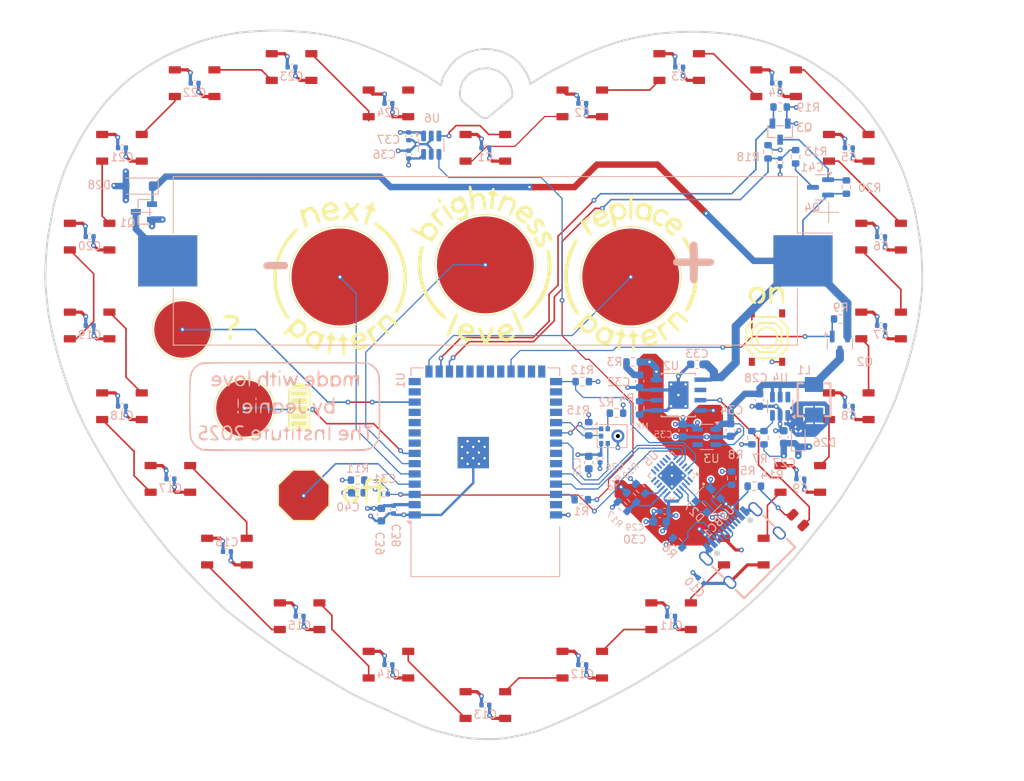
<source format=kicad_pcb>
(kicad_pcb (version 20241229) (generator "pcbnew") (generator_version "9.0")
  (layers (0 "F.Cu" signal) (4 "In1.Cu" power) (6 "In2.Cu" power) (2 "B.Cu" signal) (13 "F.Paste" user) (15 "B.Paste" user) (5 "F.SilkS" user "F.Silkscreen") (7 "B.SilkS" user "B.Silkscreen") (1 "F.Mask" user) (3 "B.Mask" user) (25 "Edge.Cuts" user))
  (net 0 "")
  (net 1 "BAT+")
  (net 2 "GND")
  (net 3 "5V Power")
  (net 4 "3.3V Power")
  (net 5 "SYSTEM POWER")
  (net 6 "ESP32 Reset")
  (net 7 "Net-(C32-Pad1)")
  (net 8 "Net-(D1-DOUT)")
  (net 9 "SHIFTED LED DATA")
  (net 10 "Net-(D2-DOUT)")
  (net 11 "Net-(D3-DOUT)")
  (net 12 "Net-(D4-DOUT)")
  (net 13 "Net-(D5-DOUT)")
  (net 14 "Net-(D6-DOUT)")
  (net 15 "Net-(D7-DOUT)")
  (net 16 "Net-(D8-DOUT)")
  (net 17 "Net-(D10-DIN)")
  (net 18 "Net-(D10-DOUT)")
  (net 19 "Net-(D11-DOUT)")
  (net 20 "Net-(D12-DOUT)")
  (net 21 "Net-(D13-DOUT)")
  (net 22 "Net-(D14-DOUT)")
  (net 23 "Net-(D15-DOUT)")
  (net 24 "Net-(D16-DOUT)")
  (net 25 "Net-(D17-DOUT)")
  (net 26 "Net-(D18-DOUT)")
  (net 27 "Net-(D19-DOUT)")
  (net 28 "Net-(D20-DOUT)")
  (net 29 "Net-(D21-DOUT)")
  (net 30 "Net-(D22-DOUT)")
  (net 31 "Net-(D23-DOUT)")
  (net 33 "Net-(D25-K)")
  (net 34 "Net-(D25-A)")
  (net 35 "Net-(D26-A)")
  (net 36 "USB Power")
  (net 37 "USB Data +")
  (net 38 "USB Data -")
  (net 39 "MIC WS")
  (net 40 "MIC CLOCK")
  (net 41 "Net-(MK1-LR)")
  (net 42 "MIC DATA OUTPUT")
  (net 43 "ESP32 Power Control")
  (net 44 "Net-(U1-GPIO2{slash}TOUCH2{slash}ADC1_CH1)")
  (net 45 "LED DATA")
  (net 46 "Net-(U2-PROG)")
  (net 47 "Net-(USBC1-CC1)")
  (net 48 "Net-(USBC1-CC2)")
  (net 49 "Net-(U4-FB)")
  (net 50 "Net-(U5-~{RST})")
  (net 51 "ESP32 Boot")
  (net 52 "Net-(U5-VBUS)")
  (net 55 "Net-(U1-GPIO3{slash}TOUCH3{slash}ADC1_CH2)")
  (net 56 "Net-(U1-GPIO4{slash}TOUCH4{slash}ADC1_CH3)")
  (net 57 "Net-(U1-GPIO5{slash}TOUCH5{slash}ADC1_CH4)")
  (net 58 "Net-(U1-GPIO6{slash}TOUCH6{slash}ADC1_CH5)")
  (net 59 "BAT-")
  (net 63 "Net-(U1-GPIO7{slash}TOUCH7{slash}ADC1_CH6)")
  (net 69 "CP2102N RX ← ESP32 TX")
  (net 71 "Net-(U1-GPIO8{slash}TOUCH8{slash}ADC1_CH7{slash}SUBSPICS1)")
  (net 76 "CP2102N TX → ESP32 RX")
  (net 83 "ESP32 Battery Monitoring")
  (net 102 "ESP32 Battery Monitoring Control")
  (net 103 "Net-(Q3-D)")
  (net 104 "Net-(Q4-D)")
  (footprint "LED_SMD:LED_WS2812B_PLCC4_5.0x5.0mm_P3.2mm" (layer "F.Cu") (at 162 131)
    (property "Reference" "D12" (hide yes))
    (property "Value" "WS2812B")
  )
  (footprint "LED_SMD:LED_WS2812B_PLCC4_5.0x5.0mm_P3.2mm" (layer "F.Cu") (at 101 78 180)
    (property "Reference" "D20" (hide yes))
    (property "Value" "WS2812B")
  )
  (footprint "labels:off" (layer "F.Cu") (at 134.869191 104.026916)
    (property "Reference" "G***" (hide yes))
    (property "Value" "LOGO" (hide yes))
  )
  (footprint "LED_SMD:LED_0805_2012Metric" (layer "F.Cu") (at 188.7 113.1 135)
    (property "Reference" "D25" (hide yes))
    (property "Value" "LED")
  )
  (footprint "LED_SMD:LED_WS2812B_PLCC4_5.0x5.0mm_P3.2mm" (layer "F.Cu") (at 162 61.5 180)
    (property "Reference" "D2" (hide yes))
    (property "Value" "WS2812B")
  )
  (footprint "LED_SMD:LED_WS2812B_PLCC4_5.0x5.0mm_P3.2mm" (layer "F.Cu") (at 105 67 180)
    (property "Reference" "D21" (hide yes))
    (property "Value" "WS2812B")
  )
  (footprint "LED_SMD:LED_WS2812B_PLCC4_5.0x5.0mm_P3.2mm" (layer "F.Cu") (at 126 57 180)
    (property "Reference" "D23" (hide yes))
    (property "Value" "WS2812B")
  )
  (footprint "LED_SMD:LED_WS2812B_PLCC4_5.0x5.0mm_P3.2mm" (layer "F.Cu") (at 199 78)
    (property "Reference" "D6" (hide yes))
    (property "Value" "WS2812B")
  )
  (footprint "LED_SMD:LED_WS2812B_PLCC4_5.0x5.0mm_P3.2mm" (layer "F.Cu") (at 186 59 180)
    (property "Reference" "D4" (hide yes))
    (property "Value" "WS2812B")
  )
  (footprint "LED_SMD:LED_WS2812B_PLCC4_5.0x5.0mm_P3.2mm" (layer "F.Cu") (at 199 89)
    (property "Reference" "D7" (hide yes))
    (property "Value" "WS2812B")
  )
  (footprint "LED_SMD:LED_WS2812B_PLCC4_5.0x5.0mm_P3.2mm" (layer "F.Cu") (at 182 117)
    (property "Reference" "D10" (hide yes))
    (property "Value" "WS2812B")
  )
  (footprint "MountingHole:MountingHole_3mm" (layer "F.Cu") (at 122 65)
    (property "Reference" "top left mounting hole" (hide yes))
    (property "Value" "MountingHole_3mm")
  )
  (footprint "LED_SMD:LED_WS2812B_PLCC4_5.0x5.0mm_P3.2mm" (layer "F.Cu") (at 150 136)
    (property "Reference" "D13" (hide yes))
    (property "Value" "WS2812B")
  )
  (footprint "MountingHole:MountingHole_3mm" (layer "F.Cu") (at 178 65)
    (property "Reference" "top right mounting hole" (hide yes))
    (property "Value" "MountingHole_3mm")
  )
  (footprint "footprints:TestPoint_Pad_D12.0mm" (layer "F.Cu") (at 132 83)
    (property "Reference" "TOUCH_1" (hide yes))
    (property "Value" "TestPoint")
  )
  (footprint "labels:replace_pattern_2" (layer "F.Cu") (at 167.371456 80.611582)
    (property "Reference" "G***" (hide yes))
    (property "Value" "LOGO" (hide yes))
  )
  (footprint "labels:questionmark" (layer "F.Cu") (at 118.308111 88.894287)
    (property "Reference" "G***" (hide yes))
    (property "Value" "LOGO" (hide yes))
  )
  (footprint "LED_SMD:LED_WS2812B_PLCC4_5.0x5.0mm_P3.2mm" (layer "F.Cu") (at 195 99)
    (property "Reference" "D8" (hide yes))
    (property "Value" "WS2812B")
  )
  (footprint "labels:brightness_level" (layer "F.Cu") (at 149.5 81.5)
    (property "Reference" "G***" (hide yes))
    (property "Value" "LOGO" (hide yes))
  )
  (footprint "LED_SMD:LED_WS2812B_PLCC4_5.0x5.0mm_P3.2mm" (layer "F.Cu") (at 195 67)
    (property "Reference" "D5" (hide yes))
    (property "Value" "WS2812B")
  )
  (footprint "LED_SMD:LED_WS2812B_PLCC4_5.0x5.0mm_P3.2mm" (layer "F.Cu") (at 138 131)
    (property "Reference" "D14" (hide yes))
    (property "Value" "WS2812B")
  )
  (footprint "labels:battery" (layer "F.Cu") (at 126.542882 99.403896 90)
    (property "Reference" "G***" (hide yes))
    (property "Value" "LOGO" (hide yes))
  )
  (footprint "LED_SMD:LED_WS2812B_PLCC4_5.0x5.0mm_P3.2mm" (layer "F.Cu") (at 189 108)
    (property "Reference" "D9" (hide yes))
    (property "Value" "WS2812B")
  )
  (footprint "LED_SMD:LED_WS2812B_PLCC4_5.0x5.0mm_P3.2mm" (layer "F.Cu") (at 150 67)
    (property "Reference" "D1" (hide yes))
    (property "Value" "WS2812B")
  )
  (footprint "LED_SMD:LED_WS2812B_PLCC4_5.0x5.0mm_P3.2mm" (layer "F.Cu") (at 138 61.5 180)
    (property "Reference" "D24" (hide yes))
    (property "Value" "WS2812B")
  )
  (footprint "footprints:TestPoint_Pad_D12.0mm" (layer "F.Cu") (at 168 83)
    (property "Reference" "TOUCH_3" (hide yes))
    (property "Value" "TestPoint")
  )
  (footprint "LED_SMD:LED_WS2812B_PLCC4_5.0x5.0mm_P3.2mm" (layer "F.Cu") (at 173 125)
    (property "Reference" "D11" (hide yes))
    (property "Value" "WS2812B")
  )
  (footprint "footprints:TestPoint_Pad_D12.0mm" (layer "F.Cu") (at 150 81.5)
    (property "Reference" "TOUCH_2" (hide yes))
    (property "Value" "TestPoint")
  )
  (footprint "LED_SMD:LED_WS2812B_PLCC4_5.0x5.0mm_P3.2mm" (layer "F.Cu") (at 101 89)
    (property "Reference" "D19" (hide yes))
    (property "Value" "WS2812B")
  )
  (footprint "footprints:TestPoint_Pad_D7.0mm" (layer "F.Cu") (at 112.5 89.5)
    (property "Reference" "TOUCH_6" (hide yes))
    (property "Value" "TestPoint")
  )
  (footprint "LED_SMD:LED_WS2812B_PLCC4_5.0x5.0mm_P3.2mm" (layer "F.Cu") (at 174 57 180)
    (property "Reference" "D3" (hide yes))
    (property "Value" "WS2812B")
  )
  (footprint "LED_SMD:LED_WS2812B_PLCC4_5.0x5.0mm_P3.2mm" (layer "F.Cu") (at 114 59 180)
    (property "Reference" "D22" (hide yes))
    (property "Value" "WS2812B")
  )
  (footprint "LED_SMD:LED_WS2812B_PLCC4_5.0x5.0mm_P3.2mm" (layer "F.Cu") (at 127 125)
    (property "Reference" "D15" (hide yes))
    (property "Value" "WS2812B")
  )
  (footprint "footprints:TestPoint_Pad_D7.0mm" (layer "F.Cu") (at 120.169313 99.26259)
    (property "Reference" "TOUCH_5" (hide yes))
    (property "Value" "TestPoint")
  )
  (footprint "labels:on" (layer "F.Cu") (at 184.795648 85.215331)
    (property "Reference" "G***" (hide yes))
    (property "Value" "LOGO" (hide yes))
  )
  (footprint "MountingHole:MountingHole_3mm" (layer "F.Cu") (at 150 128)
    (property "Reference" "bottom mounting hole" (hide yes))
    (property "Value" "MountingHole_3mm")
  )
  (footprint "LED_SMD:LED_WS2812B_PLCC4_5.0x5.0mm_P3.2mm" (layer "F.Cu") (at 105 99 180)
    (property "Reference" "D18" (hide yes))
    (property "Value" "WS2812B")
  )
  (footprint "footprints:SW-SMD_4P-L5.1-W5.1-P3.70-LS6.5-TL_H1.5" (layer "F.Cu") (at 184.875 90.5 -90)
    (property "Reference" "SW1" (hide yes))
    (property "Value" "TS-1187A-B-A-B")
  )
  (footprint "LED_SMD:LED_WS2812B_PLCC4_5.0x5.0mm_P3.2mm" (layer "F.Cu") (at 118 117 180)
    (property "Reference" "D16" (hide yes))
    (property "Value" "WS2812B")
  )
  (footprint "LED_SMD:LED_WS2812B_PLCC4_5.0x5.0mm_P3.2mm" (layer "F.Cu") (at 111 108)
    (property "Reference" "D17" (hide yes))
    (property "Value" "WS2812B")
  )
  (footprint "labels:next_pattern" (layer "F.Cu") (at 131.955246 83.189132)
    (property "Reference" "G***" (hide yes))
    (property "Value" "LOGO" (hide yes))
  )
  (footprint "footprints:Touch_Pad_StopSign_6mm" (layer "F.Cu") (at 126.833639 110.02834)
    (property "Reference" "TOUCH_4" (hide yes))
    (property "Value" "TestPoint" (hide yes))
  )
  (footprint "Resistor_SMD:R_0603_1608Metric" (layer "B.Cu") (at 185 67.5 90)
    (property "Reference" "R18")
    (property "Value" "10kΩ")
  )
  (footprint "Capacitor_SMD:C_0402_1005Metric" (layer "B.Cu") (at 173 125)
    (property "Reference" "C11")
    (property "Value" "100nF")
  )
  (footprint "Capacitor_SMD:C_0402_1005Metric" (layer "B.Cu") (at 176.7 120.6 -45)
    (property "Reference" "C10")
    (property "Value" "100nF")
  )
  (footprint "Diode_SMD:D_SOD-323F" (layer "B.Cu") (at 188.749999 102.912501 90)
    (property "Reference" "D26")
    (property "Value" "D_Schottky")
  )
  (footprint "RF_Module:ESP32-S3-WROOM-1" (layer "B.Cu") (at 150 107.2)
    (property "Reference" "U1")
    (property "Value" "ESP32-S3-WROOM-1")
  )
  (footprint "Capacitor_SMD:C_0402_1005Metric" (layer "B.Cu") (at 199 78)
    (property "Reference" "C6")
    (property "Value" "100nF")
  )
  (footprint "Resistor_SMD:R_0603_1608Metric" (layer "B.Cu") (at 183.000001 102.9 -90)
    (property "Reference" "R8")
    (property "Value" "10kΩ")
  )
  (footprint "Resistor_SMD:R_0603_1608Metric" (layer "B.Cu") (at 162.8 101.8 -90)
    (property "Reference" "R15")
    (property "Value" "100kΩ")
  )
  (footprint "Capacitor_SMD:C_0603_1608Metric" (layer "B.Cu") (at 174.475 102 -90)
    (property "Reference" "C35")
    (property "Value" "1µF")
  )
  (footprint "Package_TO_SOT_SMD:SOT-23" (layer "B.Cu") (at 191.50151 71.898241 180)
    (property "Reference" "Q4")
    (property "Value" "Q_PMOS_GSD")
  )
  (footprint "Resistor_SMD:R_0603_1608Metric" (layer "B.Cu") (at 184.5 102.9 90)
    (property "Reference" "R7")
    (property "Value" "73.2kΩ")
  )
  (footprint "Capacitor_SMD:C_0603_1608Metric" (layer "B.Cu") (at 176.2 93.819238)
    (property "Reference" "C33")
    (property "Value" "10µF")
  )
  (footprint "Capacitor_SMD:C_0603_1608Metric" (layer "B.Cu") (at 183.949999 98.237502 -90)
    (property "Reference" "C28")
    (property "Value" "22µF")
  )
  (footprint "Capacitor_SMD:C_0402_1005Metric" (layer "B.Cu") (at 138.625 111.8 90)
    (property "Reference" "C38")
    (property "Value" "100nF")
  )
  (footprint "Resistor_SMD:R_0603_1608Metric" (layer "B.Cu") (at 134.1825 108.1425 180)
    (property "Reference" "R11")
    (property "Value" "10kΩ")
  )
  (footprint "Resistor_SMD:R_0603_1608Metric" (layer "B.Cu") (at 169.2 109.2 -45)
    (property "Reference" "R10")
    (property "Value" "1kΩ")
  )
  (footprint "Package_TO_SOT_SMD:SOT-23-5" (layer "B.Cu") (at 177.4 102.8 180)
    (property "Reference" "U3")
    (property "Value" "AP2112K-3.3")
  )
  (footprint "Resistor_SMD:R_0603_1608Metric" (layer "B.Cu") (at 161.875 110.575)
    (property "Reference" "R1")
    (property "Value" "100Ω")
  )
  (footprint "Resistor_SMD:R_0603_1608Metric" (layer "B.Cu") (at 169.1 99.2 -90)
    (property "Reference" "R4")
    (property "Value" "2kΩ")
  )
  (footprint "Capacitor_SMD:C_0603_1608Metric" (layer "B.Cu") (at 137.125 112.425 -90)
    (property "Reference" "C39")
    (property "Value" "22µF")
  )
  (footprint "Resistor_SMD:R_0603_1608Metric" (layer "B.Cu") (at 173.8 115.9 -45)
    (property "Reference" "R6")
    (property "Value" "DNP")
  )
  (footprint "Capacitor_SMD:C_0402_1005Metric" (layer "B.Cu") (at 140.5 67.8375 -90)
    (property "Reference" "C36")
    (property "Value" "100nF")
  )
  (footprint "Resistor_SMD:R_0603_1608Metric" (layer "B.Cu") (at 194.699973 71.861906 90)
    (property "Reference" "R20")
    (property "Value" "10kΩ")
  )
  (footprint "Capacitor_SMD:C_0402_1005Metric" (layer "B.Cu") (at 114 59 180)
    (property "Reference" "C22")
    (property "Value" "100nF")
  )
  (footprint "Capacitor_SMD:C_0402_1005Metric" (layer "B.Cu") (at 174 57 180)
    (property "Reference" "C3")
    (property "Value" "100nF")
  )
  (footprint "Capacitor_SMD:C_0603_1608Metric" (layer "B.Cu") (at 171.6 113.3)
    (property "Reference" "C30")
    (property "Value" "4.7µF")
  )
  (footprint "Capacitor_SMD:C_0402_1005Metric" (layer "B.Cu") (at 138 131)
    (property "Reference" "C14")
    (property "Value" "100nF")
  )
  (footprint "Capacitor_SMD:C_0402_1005Metric" (layer "B.Cu") (at 140.5 65.575 90)
    (property "Reference" "C37")
    (property "Value" "100nF")
  )
  (footprint "Capacitor_SMD:C_0402_1005Metric" (layer "B.Cu") (at 199 89)
    (property "Reference" "C7")
    (property "Value" "100nF")
  )
  (footprint "Capacitor_SMD:C_0603_1608Metric" (layer "B.Cu") (at 134.2075 109.7175)
    (property "Reference" "C40")
    (property "Value" "1µF")
  )
  (footprint "Capacitor_SMD:C_0402_1005Metric" (layer "B.Cu") (at 150 136)
    (property "Reference" "C13")
    (property "Value" "100nF")
  )
  (footprint "Capacitor_SMD:C_0402_1005Metric" (layer "B.Cu") (at 195 99)
    (property "Reference" "C8")
    (property "Value" "100nF")
  )
  (footprint "Package_DFN_QFN:QFN-24-1EP_4x4mm_P0.5mm_EP2.6x2.6mm" (layer "B.Cu") (at 173.1 107.6 135)
    (property "Reference" "U5")
    (property "Value" "CP2102N-Axx-xQFN24")
  )
  (footprint "Capacitor_SMD:C_0402_1005Metric" (layer "B.Cu") (at 137.43 109.875)
    (property "Reference" "C31")
    (property "Value" "100nF")
  )
  (footprint "Resistor_SMD:R_0603_1608Metric" (layer "B.Cu") (at 180.5 107.9 -90)
    (property "Reference" "R5")
    (property "Value" "5.1kΩ")
  )
  (footprint "Capacitor_SMD:C_0402_1005Metric" (layer "B.Cu") (at 105 99 180)
    (property "Reference" "C18")
    (property "Value" "100nF")
  )
  (footprint "Sensor_Audio:InvenSense_ICS-43434-6_3.5x2.65mm" (layer "B.Cu") (at 165.7 102.7 -90)
    (property "Reference" "MK1")
    (property "Value" "ICS-43434")
  )
  (footprint "footprints:IND-SMD_L4.5-W4.1_IHLP" (layer "B.Cu") (at 190.7 98.2 -90)
    (property "Reference" "L1")
    (property "Value" "4.7µH")
  )
  (footprint "Capacitor_SMD:C_0402_1005Metric" (layer "B.Cu") (at 162 131)
    (property "Reference" "C12")
    (property "Value" "100nF")
  )
  (footprint "Resistor_SMD:R_0603_1608Metric" (layer "B.Cu") (at 167 111.4 -45)
    (property "Reference" "R17")
    (property "Value" "47.5kΩ")
  )
  (footprint "Package_TO_SOT_SMD:SOT-23-6" (layer "B.Cu") (at 186.5 99 90)
    (property "Reference" "U4")
    (property "Value" "MT3608")
  )
  (footprint "Battery:BatteryHolder_Keystone_1042_1x18650" (layer "B.Cu") (at 150 81 180)
    (property "Reference" "BT1" (hide yes))
    (property "Value" "3.7V - 4.2V")
  )
  (footprint "Diode_SMD:D_SOD-123" (layer "B.Cu") (at 107.133293 71.74419 180)
    (property "Reference" "D28")
    (property "Value" "ESD Diode")
  )
  (footprint "Capacitor_SMD:C_0402_1005Metric" (layer "B.Cu") (at 118 117 180)
    (property "Reference" "C16")
    (property "Value" "100nF")
  )
  (footprint "Capacitor_SMD:C_0402_1005Metric" (layer "B.Cu") (at 150 67)
    (property "Reference" "C1")
    (property "Value" "100nF")
  )
  (footprint "footprints:SOT-23-3_L2.9-W1.3-P1.90-LS2.4-BR" (layer "B.Cu") (at 107.72565 74.932679)
    (property "Reference" "Q1")
    (property "Value" "N-Channel MOSFET")
  )
  (footprint "Resistor_SMD:R_0603_1608Metric" (layer "B.Cu") (at 168.1 110.3 -45)
    (property "Reference" "R16")
    (property "Value" "22.1kΩ")
  )
  (footprint "footprints:SOP8-PP_TPW" (layer "B.Cu") (at 173.9 97.619239)
    (property "Reference" "U2")
    (property "Value" "TP4056")
  )
  (footprint "labels:minus" (layer "B.Cu") (at 124.004283 82.738247)
    (property "Reference" "G***" (hide yes))
    (property "Value" "LOGO" (hide yes))
  )
  (footprint "Capacitor_SMD:C_0603_1608Metric" (layer "B.Cu") (at 180.3625 101.95 -90)
    (property "Reference" "C34")
    (property "Value" "1µF")
  )
  (footprint "Capacitor_SMD:C_0402_1005Metric" (layer "B.Cu") (at 172.2 112)
    (property "Reference" "C29")
    (property "Value" "100nF")
  )
  (footprint "Capacitor_SMD:C_0603_1608Metric" (layer "B.Cu") (at 169.1 95.9 -90)
    (property "Reference" "C32")
    (property "Value" "10µF")
  )
  (footprint "Capacitor_SMD:C_0402_1005Metric" (layer "B.Cu") (at 111 108)
    (property "Reference" "C17")
    (property "Value" "100nF")
  )
  (footprint "Package_TO_SOT_SMD:SOT-23-6" (layer "B.Cu") (at 143.3 66.675 -90)
    (property "Reference" "U6")
    (property "Value" "SN74LVC1T45DBV")
  )
  (footprint "Capacitor_SMD:C_0603_1608Metric" (layer "B.Cu") (at 162.8 105.975 -90)
    (property "Reference" "C25")
    (property "Value" "1µF")
  )
  (footprint "Capacitor_SMD:C_0603_1608Metric" (layer "B.Cu") (at 186.949999 102.812502 90)
    (property "Reference" "C27")
    (property "Value" "22µF")
  )
  (footprint "footprints:SOT-23-3_L2.9-W1.3-P1.90-LS2.4-BR" (layer "B.Cu") (at 186.5 65 90)
    (property "Reference" "Q3")
    (property "Value" "N-Channel MOSFET")
  )
  (footprint "Capacitor_SMD:C_0402_1005Metric" (layer "B.Cu") (at 186 59 180)
    (property "Reference" "C4")
    (property "Value" "100nF")
  )
  (footprint "Capacitor_SMD:C_0402_1005Metric" (layer "B.Cu") (at 186.497839 68.815373 90)
    (property "Reference" "C41")
    (property "Value" "100nF")
  )
  (footprint "Capacitor_SMD:C_0402_1005Metric" (layer "B.Cu") (at 164.2 105.475 -90)
    (property "Reference" "C26")
    (property "Value" "100nF")
  )
  (footprint "Resistor_SMD:R_0603_1608Metric" (layer "B.Cu") (at 186.5 61.95 180)
    (property "Reference" "R19")
    (property "Value" "10kΩ")
  )
  (footprint "Resistor_SMD:R_0603_1608Metric" (layer "B.Cu") (at 194 88.2 180)
    (property "Reference" "R9")
    (property "Value" "100kΩ")
  )
  (footprint "Resistor_SMD:R_0603_1608Metric" (layer "B.Cu") (at 162 95.95 180)
    (property "Reference" "R12")
    (property "Value" "10kΩ")
  )
  (footprint "footprints:SOT-143-4_L2.9-W1.3-P1.92-LS2.4-BL" (layer "B.Cu") (at 177.587812 110.572848 -45)
    (property "Reference" "D27")
    (property "Value" "SP0503BAHT")
  )
  (footprint "labels:plus" (layer "B.Cu") (at 175.639126 82.141501)
    (property "Reference" "G***" (hide yes))
    (property "Value" "LOGO" (hide yes))
  )
  (footprint "Capacitor_SMD:C_0402_1005Metric" (layer "B.Cu") (at 162 61.5 180)
    (property "Reference" "C2")
    (property "Value" "100nF")
  )
  (footprint "Capacitor_SMD:C_0402_1005Metric" (layer "B.Cu") (at 138 61.5 180)
    (property "Reference" "C24")
    (property "Value" "100nF")
  )
  (footprint "Resistor_SMD:R_0603_1608Metric" (layer "B.Cu") (at 188.416341 68.115192 -90)
    (property "Reference" "R13")
    (property "Value" "10kΩ")
  )
  (footprint "Capacitor_SMD:C_0402_1005Metric" (layer "B.Cu") (at 126 57 180)
    (property "Reference" "C23")
    (property "Value" "100nF")
  )
  (footprint "Capacitor_SMD:C_0402_1005Metric" (layer "B.Cu") (at 189 108)
    (property "Reference" "C9")
    (property "Value" "100nF")
  )
  (footprint "Capacitor_SMD:C_0402_1005Metric" (layer "B.Cu") (at 105 67 180)
    (property "Reference" "C21")
    (property "Value" "100nF")
  )
  (footprint "Capacitor_SMD:C_0402_1005Metric" (layer "B.Cu") (at 101 78 180)
    (property "Reference" "C20")
    (property "Value" "100nF")
  )
  (footprint "footprints:USB-C_SMD-TYPE-C-31-M-12" (layer "B.Cu") (at 181.592381 116.008855 -135)
    (property "Reference" "USBC1")
    (property "Value" "~")
    (fp_poly (pts (xy 3.271792 1.254447) (xy 3.246455 1.349006) (xy 3.197508 1.433786) (xy 3.128286 1.503008) (xy 3.043506 1.551955) (xy 2.948947 1.577291) (xy 2.851053 1.577292) (xy 2.756495 1.551955) (xy 2.671714 1.503008) (xy 2.602492 1.433786) (xy 2.553545 1.349006) (xy 2.528208 1.254447) (xy 2.528208 1.156552) (xy 2.553545 1.061994) (xy 2.602492 0.977214) (xy 2.671714 0.907992) (xy 2.756494 0.859045) (xy 2.851052 0.833708) (xy 2.948947 0.833708) (xy 3.043506 0.859045) (xy 3.128286 0.907992) (xy 3.197508 0.977214) (xy 3.246455 1.061994) (xy 3.271792 1.156553)) (fill yes) (layer "Edge.Cuts"))
    (fp_poly (pts (xy -2.528208 1.254447) (xy -2.553545 1.349006) (xy -2.602492 1.433786) (xy -2.671714 1.503008) (xy -2.756495 1.551955) (xy -2.851053 1.577292) (xy -2.948947 1.577291) (xy -3.043506 1.551955) (xy -3.128286 1.503008) (xy -3.197508 1.433786) (xy -3.246455 1.349006) (xy -3.271792 1.254447) (xy -3.271792 1.156553) (xy -3.246455 1.061994) (xy -3.197508 0.977214) (xy -3.128286 0.907992) (xy -3.043506 0.859045) (xy -2.948947 0.833708) (xy -2.851052 0.833708) (xy -2.756494 0.859045) (xy -2.671714 0.907992) (xy -2.602492 0.977214) (xy -2.553545 1.061994) (xy -2.528208 1.156552)) (fill yes) (layer "Edge.Cuts"))
  )
  (footprint "Capacitor_SMD:C_0402_1005Metric" (layer "B.Cu") (at 195 67)
    (property "Reference" "C5")
    (property "Value" "100nF")
  )
  (footprint "Capacitor_SMD:C_0402_1005Metric" (layer "B.Cu") (at 101 89)
    (property "Reference" "C19")
    (property "Value" "100nF")
  )
  (footprint "Resistor_SMD:R_0603_1608Metric" (layer "B.Cu") (at 168.299999 93.519239)
    (property "Reference" "R3")
    (property "Value" "1Ω")
  )
  (footprint "Capacitor_SMD:C_0402_1005Metric" (layer "B.Cu") (at 127 125)
    (property "Reference" "C15")
    (property "Value" "100nF")
  )
  (footprint "footprints:made_with_love" (layer "B.Cu") (at 125.231412 99.019139 180)
    (property "Reference" "G***" (hide yes))
    (property "Value" "LOGO" (hide yes))
  )
  (footprint "Resistor_SMD:R_0603_1608Metric" (layer "B.Cu") (at 166.236 99.858 180)
    (property "Reference" "R2")
    (property "Value" "10kΩ")
  )
  (footprint "Package_TO_SOT_SMD:SOT-23" (layer "B.Cu") (at 193.9 91.3 -90)
    (property "Reference" "Q2")
    (property "Value" "Q_PMOS_GSD")
  )
  (footprint "Resistor_SMD:R_0603_1608Metric" (layer "B.Cu") (at 183.3 108.9)
    (property "Reference" "R14")
    (property "Value" "3kΩ")
  )
  (gr_curve (pts (xy 148.481861 54.983561) (xy 148.788278 54.901454) (xy 149.412115 54.796494) (xy 149.738002 54.772793)) (stroke (width 0.249704)) (layer "Edge.Cuts"))
  (gr_line (start 202.651594 72.803128) (end 202.831043 73.434587) (stroke (width 0.249704)) (layer "Edge.Cuts"))
  (gr_line (start 97.064805 92.703288) (end 96.758388 91.525019) (stroke (width 0.249704)) (layer "Edge.Cuts"))
  (gr_line (start 151.374194 140.206332) (end 150.798614 140.221577) (stroke (width 0.249704)) (layer "Edge.Cuts"))
  (gr_line (start 202.384957 93.442239) (end 202.050609 94.490154) (stroke (width 0.249704)) (layer "Edge.Cuts"))
  (gr_line (start 170.622585 52.978307) (end 171.06021 52.913977) (stroke (width 0.249704)) (layer "Edge.Cuts"))
  (gr_line (start 96.410494 74.849008) (end 96.534077 74.26157) (stroke (width 0.249704)) (layer "Edge.Cuts"))
  (gr_line (start 178.930546 52.786163) (end 179.562844 52.843723) (stroke (width 0.249704)) (layer "Edge.Cuts"))
  (gr_line (start 151.890534 140.171622) (end 151.374194 140.206332) (stroke (width 0.249704)) (layer "Edge.Cuts"))
  (gr_line (start 155.969603 139.350569) (end 155.41602 139.498695) (stroke (width 0.249704)) (layer "Edge.Cuts"))
  (gr_line (start 125.206045 129.662897) (end 124.334193 129.068686) (stroke (width 0.249704)) (layer "Edge.Cuts"))
  (gr_line (start 127.27224 130.944427) (end 125.206045 129.662897) (stroke (width 0.249704)) (layer "Edge.Cuts"))
  (gr_line (start 166.386076 53.90433) (end 166.926112 53.752813) (stroke (width 0.249704)) (layer "Edge.Cuts"))
  (gr_line (start 111.479929 55.118992) (end 112.074146 54.859978) (stroke (width 0.249704)) (layer "Edge.Cuts"))
  (gr_line (start 196.922782 61.853387) (end 197.226661 62.235987) (stroke (width 0.249704)) (layer "Edge.Cuts"))
  (gr_line (start 105.269492 109.733107) (end 104.733687 108.896809) (stroke (width 0.249704)) (layer "Edge.Cuts"))
  (gr_line (start 96.78378 73.255138) (end 96.947146 72.686316) (stroke (width 0.249704)) (layer "Edge.Cuts"))
  (gr_line (start 116.037246 53.439628) (end 116.633995 53.291497) (stroke (width 0.249704)) (layer "Edge.Cuts"))
  (gr_line (start 144.026971 58.937348) (end 144.467978 59.23869) (stroke (width 0.249704)) (layer "Edge.Cuts"))
  (gr_line (start 204.097338 84.038122) (end 204.07533 84.431725) (stroke (width 0.249704)) (layer "Edge.Cuts"))
  (gr_line (start 95.773962 78.487925) (end 95.83575 78.040145) (stroke (width 0.249704)) (layer "Edge.Cuts"))
  (gr_line (start 132.244319 133.901939) (end 129.859855 132.501055) (stroke (width 0.249704)) (layer "Edge.Cuts"))
  (gr_line (start 100.899244 64.165055) (end 101.261527 63.639404) (stroke (width 0.249704)) (layer "Edge.Cuts"))
  (gr_line (start 202.459452 72.151359) (end 202.651594 72.803128) (stroke (width 0.249704)) (layer "Edge.Cuts"))
  (gr_line (start 106.241224 58.243257) (end 106.451142 58.082434) (stroke (width 0.249704)) (layer "Edge.Cuts"))
  (gr_line (start 97.725038 70.299314) (end 97.918878 69.777899) (stroke (width 0.249704)) (layer "Edge.Cuts"))
  (gr_line (start 106.022836 58.418475) (end 106.241224 58.243257) (stroke (width 0.249704)) (layer "Edge.Cuts"))
  (gr_line (start 99.14116 67.186902) (end 99.451807 66.596921) (stroke (width 0.249704)) (layer "Edge.Cuts"))
  (gr_line (start 105.095123 59.222606) (end 105.565751 58.803608) (stroke (width 0.249704)) (layer "Edge.Cuts"))
  (gr_line (start 114.477232 53.911101) (end 114.952938 53.748582) (stroke (width 0.249704)) (layer "Edge.Cuts"))
  (gr_line (start 137.281573 55.280667) (end 137.858851 55.537141) (stroke (width 0.249704)) (layer "Edge.Cuts"))
  (gr_line (start 133.133943 134.410662) (end 132.244319 133.901939) (stroke (width 0.249704)) (layer "Edge.Cuts"))
  (gr_line (start 109.634662 115.527099) (end 108.907554 114.612919) (stroke (width 0.249704)) (layer "Edge.Cuts"))
  (gr_line (start 95.565734 84.356391) (end 95.528489 83.78165) (stroke (width 0.249704)) (layer "Edge.Cuts"))
  (gr_line (start 105.923803 110.66421) (end 105.269492 109.733107) (stroke (width 0.249704)) (layer "Edge.Cuts"))
  (gr_line (start 98.838974 67.778572) (end 99.14116 67.186902) (stroke (width 0.249704)) (layer "Edge.Cuts"))
  (gr_line (start 143.270238 138.982365) (end 142.78691 138.817296) (stroke (width 0.249704)) (layer "Edge.Cuts"))
  (gr_line (start 108.979507 56.435232) (end 109.529703 56.111883) (stroke (width 0.249704)) (layer "Edge.Cuts"))
  (gr_line (start 95.923784 77.483176) (end 96.15317 76.178789) (stroke (width 0.249704)) (layer "Edge.Cuts"))
  (gr_line (start 105.565751 58.803608) (end 106.022836 58.418475) (stroke (width 0.249704)) (layer "Edge.Cuts"))
  (gr_line (start 150.185781 140.219034) (end 149.559396 140.201257) (stroke (width 0.249704)) (layer "Edge.Cuts"))
  (gr_line (start 131.479125 53.305038) (end 132.109735 53.457403) (stroke (width 0.249704)) (layer "Edge.Cuts"))
  (gr_line (start 120.067219 52.683741) (end 120.644503 52.632108) (stroke (width 0.249704)) (layer "Edge.Cuts"))
  (gr_line (start 163.417559 54.975095) (end 164.059173 54.724544) (stroke (width 0.249704)) (layer "Edge.Cuts"))
  (gr_line (start 110.484502 55.586234) (end 110.941586 55.364465) (stroke (width 0.249704)) (layer "Edge.Cuts"))
  (gr_line (start 203.435415 89.215889) (end 203.307598 89.791479) (stroke (width 0.249704)) (layer "Edge.Cuts"))
  (gr_line (start 197.570325 62.693072) (end 197.938529 63.200945) (stroke (width 0.249704)) (layer "Edge.Cuts"))
  (gr_line (start 191.148265 56.894005) (end 191.70439 57.248673) (stroke (width 0.249704)) (layer "Edge.Cuts"))
  (gr_line (start 110.310132 116.360855) (end 109.634662 115.527099) (stroke (width 0.249704)) (layer "Edge.Cuts"))
  (gr_line (start 168.83995 53.310118) (end 169.484941 53.180609) (stroke (width 0.249704)) (layer "Edge.Cuts"))
  (gr_line (start 142.78691 138.817296) (end 142.174077 138.571833) (stroke (width 0.249704)) (layer "Edge.Cuts"))
  (gr_line (start 139.326604 56.256627) (end 140.426996 56.828831) (stroke (width 0.249704)) (layer "Edge.Cuts"))
  (gr_line (start 143.832288 139.156729) (end 143.270238 138.982365) (stroke (width 0.249704)) (layer "Edge.Cuts"))
  (gr_line (start 194.424047 59.272551) (end 194.876062 59.697463) (stroke (width 0.249704)) (layer "Edge.Cuts"))
  (gr_line (start 187.479739 54.986948) (end 188.097647 55.261197) (stroke (width 0.249704)) (layer "Edge.Cuts"))
  (gr_line (start 112.074146 54.859978) (end 112.696285 54.599268) (stroke (width 0.249704)) (layer "Edge.Cuts"))
  (gr_curve (pts (xy 149.738002 54.772793) (xy 150.052035 54.751632) (xy 150.691951 54.796494) (xy 150.997529 54.847278)) (stroke (width 0.249704)) (layer "Edge.Cuts"))
  (gr_line (start 175.868059 52.620255) (end 176.37424 52.630413) (stroke (width 0.249704)) (layer "Edge.Cuts"))
  (gr_line (start 148.35405 140.126772) (end 147.821631 140.074295) (stroke (width 0.249704)) (layer "Edge.Cuts"))
  (gr_line (start 203.214492 74.991215) (end 203.329606 75.58204) (stroke (width 0.249704)) (layer "Edge.Cuts"))
  (gr_line (start 146.891378 139.929536) (end 146.336097 139.811879) (stroke (width 0.249704)) (layer "Edge.Cuts"))
  (gr_line (start 202.673602 92.374014) (end 202.384957 93.442239) (stroke (width 0.249704)) (layer "Edge.Cuts"))
  (gr_curve (pts (xy 144.528916 59.184514) (xy 144.547542 59.083785) (xy 144.657582 58.497191) (xy 144.817561 58.142528)) (stroke (width 0.249704)) (layer "Edge.Cuts"))
  (gr_curve (pts (xy 153.324431 55.761453) (xy 153.582596 55.934976) (xy 154.06085 56.353969) (xy 154.274999 56.601135)) (stroke (width 0.249704)) (layer "Edge.Cuts"))
  (gr_line (start 203.536138 88.723255) (end 203.435415 89.215889) (stroke (width 0.249704)) (layer "Edge.Cuts"))
  (gr_line (start 189.670363 56.018776) (end 190.107978 56.264244) (stroke (width 0.249704)) (layer "Edge.Cuts"))
  (gr_line (start 106.451142 58.082434) (end 106.848977 57.79802) (stroke (width 0.249704)) (layer "Edge.Cuts"))
  (gr_line (start 98.305708 68.874733) (end 98.555412 68.349931) (stroke (width 0.249704)) (layer "Edge.Cuts"))
  (gr_line (start 112.494828 118.844354) (end 111.666152 117.938646) (stroke (width 0.249704)) (layer "Edge.Cuts"))
  (gr_line (start 202.26306 71.513132) (end 202.459452 72.151359) (stroke (width 0.249704)) (layer "Edge.Cuts"))
  (gr_line (start 95.582662 80.888468) (end 95.623291 80.218078) (stroke (width 0.249704)) (layer "Edge.Cuts"))
  (gr_line (start 95.976263 87.984299) (end 95.902623 87.495046) (stroke (width 0.249704)) (layer "Edge.Cuts"))
  (gr_line (start 107.386476 112.644916) (end 106.636516 111.643559) (stroke (width 0.249704)) (layer "Edge.Cuts"))
  (gr_line (start 153.536048 139.91601) (end 152.925747 140.026039) (stroke (width 0.249704)) (layer "Edge.Cuts"))
  (gr_line (start 204.083792 82.24195) (end 204.097338 82.886097) (stroke (width 0.249704)) (layer "Edge.Cuts"))
  (gr_line (start 102.762294 61.629078) (end 103.073788 61.254095) (stroke (width 0.249704)) (layer "Edge.Cuts"))
  (gr_line (start 195.792764 60.612481) (end 196.221083 61.062798) (stroke (width 0.249704)) (layer "Edge.Cuts"))
  (gr_line (start 202.050609 94.490154) (end 201.633304 95.74544) (stroke (width 0.249704)) (layer "Edge.Cuts"))
  (gr_line (start 97.388152 93.757117) (end 97.064805 92.703288) (stroke (width 0.249704)) (layer "Edge.Cuts"))
  (gr_line (start 95.83575 78.040145) (end 95.923784 77.483176) (stroke (width 0.249704)) (layer "Edge.Cuts"))
  (gr_line (start 126.111748 52.551694) (end 126.78045 52.599943) (stroke (width 0.249704)) (layer "Edge.Cuts"))
  (gr_line (start 96.179414 89.014437) (end 96.066835 88.465085) (stroke (width 0.249704)) (layer "Edge.Cuts"))
  (gr_line (start 172.132655 52.803938) (end 172.771737 52.753152) (stroke (width 0.249704)) (layer "Edge.Cuts"))
  (gr_line (start 199.629746 65.762317) (end 199.873521 66.19147) (stroke (width 0.249704)) (layer "Edge.Cuts"))
  (gr_line (start 181.757689 53.172991) (end 182.384923 53.310118) (stroke (width 0.249704)) (layer "Edge.Cuts"))
  (gr_curve (pts (xy 146.27854 56.147437) (xy 146.522319 55.93582) (xy 147.027655 55.596392) (xy 147.320526 55.440646)) (stroke (width 0.249704)) (layer "Edge.Cuts"))
  (gr_line (start 188.335502 117.683013) (end 187.62702 118.482069) (stroke (width 0.249704)) (layer "Edge.Cuts"))
  (gr_line (start 97.793601 95.019186) (end 97.388152 93.757117) (stroke (width 0.249704)) (layer "Edge.Cuts"))
  (gr_line (start 96.534077 74.26157) (end 96.645809 73.770624) (stroke (width 0.249704)) (layer "Edge.Cuts"))
  (gr_line (start 193.807838 58.73166) (end 194.002512 58.895875) (stroke (width 0.249704)) (layer "Edge.Cuts"))
  (gr_line (start 202.831043 73.434587) (end 202.986786 74.010173) (stroke (width 0.249704)) (layer "Edge.Cuts"))
  (gr_line (start 129.142907 52.843723) (end 129.662628 52.929214) (stroke (width 0.249704)) (layer "Edge.Cuts"))
  (gr_line (start 160.937446 137.325847) (end 159.897993 137.787168) (stroke (width 0.249704)) (layer "Edge.Cuts"))
  (gr_line (start 157.185109 58.076505) (end 157.698063 57.770093) (stroke (width 0.249704)) (layer "Edge.Cuts"))
  (gr_line (start 133.820417 53.934802) (end 134.300359 54.097321) (stroke (width 0.249704)) (layer "Edge.Cuts"))
  (gr_line (start 181.622266 124.4208) (end 180.697937 125.199526) (stroke (width 0.249704)) (layer "Edge.Cuts"))
  (gr_line (start 115.47266 53.592836) (end 116.037246 53.439628) (stroke (width 0.249704)) (layer "Edge.Cuts"))
  (gr_line (start 118.94397 125.087798) (end 118.131378 124.441109) (stroke (width 0.249704)) (layer "Edge.Cuts"))
  (gr_line (start 204.102423 83.493006) (end 204.097338 84.038122) (stroke (width 0.249704)) (layer "Edge.Cuts"))
  (gr_line (start 191.236307 114.092348) (end 189.666977 116.065447) (stroke (width 0.249704)) (layer "Edge.Cuts"))
  (gr_line (start 96.947146 72.686316) (end 97.129135 72.086185) (stroke (width 0.249704)) (layer "Edge.Cuts"))
  (gr_line (start 203.857795 78.788412) (end 203.912814 79.240417) (stroke (width 0.249704)) (layer "Edge.Cuts"))
  (gr_line (start 195.338227 60.150322) (end 195.792764 60.612481) (stroke (width 0.249704)) (layer "Edge.Cuts"))
  (gr_line (start 185.876543 120.395063) (end 185.134205 121.179718) (stroke (width 0.249704)) (layer "Edge.Cuts"))
  (gr_line (start 122.18166 127.527282) (end 121.036408 126.680824) (stroke (width 0.249704)) (layer "Edge.Cuts"))
  (gr_line (start 158.576678 57.298613) (end 159.673694 56.728107) (stroke (width 0.249704)) (layer "Edge.Cuts"))
  (gr_line (start 113.924493 54.113405) (end 114.477232 53.911101) (stroke (width 0.249704)) (layer "Edge.Cuts"))
  (gr_line (start 121.036408 126.680824) (end 119.935172 125.85131) (stroke (width 0.249704)) (layer "Edge.Cuts"))
  (gr_line (start 122.618435 52.511065) (end 123.263431 52.487364) (stroke (width 0.249704)) (layer "Edge.Cuts"))
  (gr_line (start 95.510712 82.786217) (end 95.525103 82.200472) (stroke (width 0.249704)) (layer "Edge.Cuts"))
  (gr_line (start 118.131378 124.441109) (end 117.565098 123.960334) (stroke (width 0.249704)) (layer "Edge.Cuts"))
  (gr_line (start 200.427958 67.238535) (end 200.719979 67.817513) (stroke (width 0.249704)) (layer "Edge.Cuts"))
  (gr_line (start 129.662628 52.929214) (end 130.237375 53.036714) (stroke (width 0.249704)) (layer "Edge.Cuts"))
  (gr_curve (pts (xy 152.220652 55.177398) (xy 152.472898 55.27728) (xy 153.07727 55.596392) (xy 153.324431 55.761453)) (stroke (width 0.249704)) (layer "Edge.Cuts"))
  (gr_line (start 99.305372 99.091481) (end 99.053975 98.503193) (stroke (width 0.249704)) (layer "Edge.Cuts"))
  (gr_line (start 124.366361 52.472127) (end 124.876777 52.485671) (stroke (width 0.249704)) (layer "Edge.Cuts"))
  (gr_line (start 203.886565 86.25499) (end 203.708814 87.614396) (stroke (width 0.249704)) (layer "Edge.Cuts"))
  (gr_line (start 162.803882 55.224801) (end 163.417559 54.975095) (stroke (width 0.249704)) (layer "Edge.Cuts"))
  (gr_line (start 196.540187 106.356602) (end 195.179087 108.565858) (stroke (width 0.249704)) (layer "Edge.Cuts"))
  (gr_line (start 101.261527 63.639404) (end 101.644971 63.10191) (stroke (width 0.249704)) (layer "Edge.Cuts"))
  (gr_line (start 113.322664 54.347027) (end 113.924493 54.113405) (stroke (width 0.249704)) (layer "Edge.Cuts"))
  (gr_line (start 157.394183 138.849463) (end 156.86685 139.055161) (stroke (width 0.249704)) (layer "Edge.Cuts"))
  (gr_line (start 103.073788 61.254095) (end 103.383591 60.909587) (stroke (width 0.249704)) (layer "Edge.Cuts"))
  (gr_line (start 204.061784 81.581715) (end 204.083792 82.24195) (stroke (width 0.249704)) (layer "Edge.Cuts"))
  (gr_line (start 98.100864 69.327582) (end 98.305708 68.874733) (stroke (width 0.249704)) (layer "Edge.Cuts"))
  (gr_line (start 142.843628 58.167078) (end 143.409908 58.528509) (stroke (width 0.249704)) (layer "Edge.Cuts"))
  (gr_line (start 102.032648 62.573722) (end 102.410168 62.076008) (stroke (width 0.249704)) (layer "Edge.Cuts"))
  (gr_line (start 98.555412 68.349931) (end 98.838974 67.778572) (stroke (width 0.249704)) (layer "Edge.Cuts"))
  (gr_line (start 100.294878 65.095308) (end 100.571667 64.656845) (stroke (width 0.249704)) (layer "Edge.Cuts"))
  (gr_line (start 187.62702 118.482069) (end 186.757711 119.440254) (stroke (width 0.249704)) (layer "Edge.Cuts"))
  (gr_line (start 203.619939 88.219612) (end 203.536138 88.723255) (stroke (width 0.249704)) (layer "Edge.Cuts"))
  (gr_line (start 201.750961 70.027602) (end 201.899097 70.41697) (stroke (width 0.249704)) (layer "Edge.Cuts"))
  (gr_line (start 165.007209 135.294352) (end 162.818262 136.409135) (stroke (width 0.249704)) (layer "Edge.Cuts"))
  (gr_line (start 97.52443 70.871518) (end 97.725038 70.299314) (stroke (width 0.249704)) (layer "Edge.Cuts"))
  (gr_line (start 200.648036 98.47695) (end 200.422029 99.004294) (stroke (width 0.249704)) (layer "Edge.Cuts"))
  (gr_line (start 164.70332 54.481614) (end 165.32378 54.2573) (stroke (width 0.249704)) (layer "Edge.Cuts"))
  (gr_line (start 98.21175 96.273633) (end 97.793601 95.019186) (stroke (width 0.249704)) (layer "Edge.Cuts"))
  (gr_line (start 203.77737 78.227212) (end 203.857795 78.788412) (stroke (width 0.249704)) (layer "Edge.Cuts"))
  (gr_line (start 116.633995 53.291497) (end 117.246828 53.15183) (stroke (width 0.249704)) (layer "Edge.Cuts"))
  (gr_line (start 141.219283 138.162989) (end 138.665524 137.029585) (stroke (width 0.249704)) (layer "Edge.Cuts"))
  (gr_line (start 145.086735 139.506312) (end 144.446814 139.333646) (stroke (width 0.249704)) (layer "Edge.Cuts"))
  (gr_line (start 95.751105 86.295624) (end 95.680851 85.641308) (stroke (width 0.249704)) (layer "Edge.Cuts"))
  (gr_line (start 135.434607 54.519701) (end 136.049978 54.764329) (stroke (width 0.249704)) (layer "Edge.Cuts"))
  (gr_line (start 135.901852 135.764989) (end 133.701917 134.718772) (stroke (width 0.249704)) (layer "Edge.Cuts"))
  (gr_line (start 177.161447 127.900571) (end 176.222737 128.532036) (stroke (width 0.249704)) (layer "Edge.Cuts"))
  (gr_line (start 177.881787 127.40031) (end 177.161447 127.900571) (stroke (width 0.249704)) (layer "Edge.Cuts"))
  (gr_line (start 203.998293 80.306104) (end 204.033003 80.929097) (stroke (width 0.249704)) (layer "Edge.Cuts"))
  (gr_line (start 99.755686 66.035721) (end 100.040941 65.526998) (stroke (width 0.249704)) (layer "Edge.Cuts"))
  (gr_line (start 101.644971 63.10191) (end 102.032648 62.573722) (stroke (width 0.249704)) (layer "Edge.Cuts"))
  (gr_line (start 192.773459 57.964772) (end 193.23901 58.294895) (stroke (width 0.249704)) (layer "Edge.Cuts"))
  (gr_line (start 179.562844 52.843723) (end 180.135892 52.904667) (stroke (width 0.249704)) (layer "Edge.Cuts"))
  (gr_line (start 195.179087 108.565858) (end 194.015214 110.38065) (stroke (width 0.249704)) (layer "Edge.Cuts"))
  (gr_line (start 199.042308 64.82021) (end 199.360577 65.319622) (stroke (width 0.249704)) (layer "Edge.Cuts"))
  (gr_line (start 180.622607 52.967303) (end 181.163488 53.057028) (stroke (width 0.249704)) (layer "Edge.Cuts"))
  (gr_line (start 125.467597 52.512759) (end 126.111748 52.551694) (stroke (width 0.249704)) (layer "Edge.Cuts"))
  (gr_line (start 116.029629 122.495958) (end 115.165394 121.632577) (stroke (width 0.249704)) (layer "Edge.Cuts"))
  (gr_line (start 203.964447 85.578671) (end 203.886565 86.25499) (stroke (width 0.249704)) (layer "Edge.Cuts"))
  (gr_line (start 132.722568 53.615688) (end 133.298153 53.776514) (stroke (width 0.249704)) (layer "Edge.Cuts"))
  (gr_line (start 197.219043 105.223198) (end 196.540187 106.356602) (stroke (width 0.249704)) (layer "Edge.Cuts"))
  (gr_line (start 133.298153 53.776514) (end 133.820417 53.934802) (stroke (width 0.249704)) (layer "Edge.Cuts"))
  (gr_line (start 154.807428 139.645976) (end 154.172587 139.787339) (stroke (width 0.249704)) (layer "Edge.Cuts"))
  (gr_line (start 120.644503 52.632108) (end 121.281032 52.585553) (stroke (width 0.249704)) (layer "Edge.Cuts"))
  (gr_poly (pts (xy 150.228899 57.143788) (xy 150.297342 57.146451) (xy 150.359301 57.151331) (xy 150.42189 57.159525) (xy 150.490342 57.170622) (xy 150.641222 57.200597) (xy 150.80472 57.2394) (xy 150.973614 57.285177) (xy 151.140683 57.336072) (xy 151.298706 57.390231) (xy 151.372069 57.417955) (xy 151.440462 57.445798) (xy 151.502983 57.473531) (xy 151.558729 57.500919) (xy 151.614696 57.532166) (xy 151.674525 57.568106) (xy 151.737516 57.608211) (xy 151.802969 57.651957) (xy 151.870182 57.698818) (xy 151.938455 57.748267) (xy 152.007088 57.79978) (xy 152.07538 57.85283) (xy 152.142631 57.906893) (xy 152.208139 57.961441) (xy 152.271205 58.015949) (xy 152.331128 58.069892) (xy 152.387206 58.122744) (xy 152.438741 58.173979) (xy 152.485031 58.223071) (xy 152.525375 58.269495) (xy 152.562701 58.317228) (xy 152.602303 58.371308) (xy 152.686412 58.495171) (xy 152.773855 58.634408) (xy 152.860783 58.782345) (xy 152.943346 58.932304) (xy 153.017696 59.077611) (xy 153.079984 59.21159) (xy 153.105401 59.272245) (xy 153.12636 59.327565) (xy 153.155188 59.418866) (xy 153.189076 59.539786) (xy 153.225305 59.680823) (xy 153.261158 59.832475) (xy 153.293916 59.985237) (xy 153.320861 60.129607) (xy 153.339275 60.256083) (xy 153.344433 60.30964) (xy 153.346439 60.35516) (xy 153.345883 60.369455) (xy 153.344253 60.38869) (xy 153.338001 60.439132) (xy 153.328138 60.500783) (xy 153.315122 60.567939) (xy 153.307573 60.601799) (xy 153.299407 60.634896) (xy 153.290681 60.666518) (xy 153.281451 60.695951) (xy 153.271775 60.722483) (xy 153.26171 60.7454) (xy 153.251313 60.76399) (xy 153.246007 60.77144) (xy 153.24064 60.77754) (xy 153.151755 60.880811) (xy 153.141243 60.887597) (xy 153.130661 60.894631) (xy 153.120019 60.901924) (xy 153.109326 60.909484) (xy 153.098593 60.917323) (xy 153.08783 60.925449) (xy 153.077047 60.933873) (xy 153.066256 60.942604) (xy 150.342368 63.255116) (xy 150.246719 63.297438) (xy 150.144298 63.325375) (xy 150.035952 63.339761) (xy 149.924219 63.339761) (xy 149.812487 63.327063) (xy 149.702447 63.299976) (xy 149.595795 63.259347) (xy 149.495066 63.20602) (xy 148.486092 62.367185) (xy 147.577002 61.601146) (xy 147.228263 61.315044) (xy 147.10299 61.171993) (xy 146.998874 61.0264) (xy 146.973425 60.960028) (xy 146.950384 60.893348) (xy 146.929719 60.82647) (xy 146.911397 60.759503) (xy 146.895386 60.692556) (xy 146.881655 60.625737) (xy 146.87017 60.559156) (xy 146.8609 60.492923) (xy 146.853812 60.427146) (xy 146.848875 60.361934) (xy 146.846055 60.297396) (xy 146.845321 60.233642) (xy 146.84664 60.170781) (xy 146.849981 60.108922) (xy 146.85531 60.048173) (xy 146.862597 59.988644) (xy 146.889076 59.828538) (xy 146.922242 59.661637) (xy 146.961242 59.492414) (xy 147.005221 59.325344) (xy 147.053327 59.1649) (xy 147.078661 59.08856) (xy 147.104707 59.015555) (xy 147.131357 58.946443) (xy 147.158506 58.881783) (xy 147.186047 58.822135) (xy 147.213873 58.768058) (xy 147.243342 58.718573) (xy 147.278616 58.664285) (xy 147.31903 58.605985) (xy 147.363921 58.544463) (xy 147.412626 58.48051) (xy 147.464481 58.414919) (xy 147.518824 58.348479) (xy 147.574991 58.281983) (xy 147.632319 58.21622) (xy 147.690143 58.151983) (xy 147.747802 58.090061) (xy 147.804631 58.031247) (xy 147.859967 57.976332) (xy 147.913147 57.926105) (xy 147.963508 57.881359) (xy 148.010386 57.842885) (xy 148.060203 57.806161) (xy 148.116418 57.767402) (xy 148.244748 57.68563) (xy 148.388791 57.601279) (xy 148.54196 57.518058) (xy 148.697667 57.439678) (xy 148.849329 57.369849) (xy 148.921583 57.3393) (xy 148.990356 57.31228) (xy 149.054825 57.289252) (xy 149.114165 57.270681) (xy 149.175083 57.255177) (xy 149.242623 57.240173) (xy 149.393826 57.212156) (xy 149.560286 57.187611) (xy 149.734511 57.16752) (xy 149.909015 57.152864) (xy 150.076307 57.144626) (xy 150.154909 57.143221)) (stroke (width 0.249704)) (fill no) (layer "Edge.Cuts"))
  (gr_line (start 128.079757 52.715907) (end 128.655353 52.77939) (stroke (width 0.249704)) (layer "Edge.Cuts"))
  (gr_line (start 95.826442 86.922842) (end 95.751105 86.295624) (stroke (width 0.249704)) (layer "Edge.Cuts"))
  (gr_line (start 136.049978 54.764329) (end 136.672121 55.020804) (stroke (width 0.249704)) (layer "Edge.Cuts"))
  (gr_line (start 110.941586 55.364465) (end 111.479929 55.118992) (stroke (width 0.249704)) (layer "Edge.Cuts"))
  (gr_line (start 155.587852 59.1295) (end 155.601399 59.089709) (stroke (width 0.249704)) (layer "Edge.Cuts"))
  (gr_line (start 157.698063 57.770093) (end 158.576678 57.298613) (stroke (width 0.249704)) (layer "Edge.Cuts"))
  (gr_line (start 95.680851 85.641308) (end 95.617367 84.985308) (stroke (width 0.249704)) (layer "Edge.Cuts"))
  (gr_line (start 183.647832 53.621615) (end 184.240355 53.784131) (stroke (width 0.249704)) (layer "Edge.Cuts"))
  (gr_line (start 172.771737 52.753152) (end 173.442966 52.708289) (stroke (width 0.249704)) (layer "Edge.Cuts"))
  (gr_line (start 119.935172 125.85131) (end 118.94397 125.087798) (stroke (width 0.249704)) (layer "Edge.Cuts"))
  (gr_line (start 168.48698 133.412682) (end 167.32987 134.05515) (stroke (width 0.249704)) (layer "Edge.Cuts"))
  (gr_line (start 124.334193 129.068686) (end 123.303211 128.339884) (stroke (width 0.249704)) (layer "Edge.Cuts"))
  (gr_line (start 199.354648 101.329498) (end 198.890795 102.279232) (stroke (width 0.249704)) (layer "Edge.Cuts"))
  (gr_line (start 184.777005 53.942419) (end 185.236627 54.090548) (stroke (width 0.249704)) (layer "Edge.Cuts"))
  (gr_line (start 203.307598 89.791479) (end 203.000333 91.083169) (stroke (width 0.249704)) (layer "Edge.Cuts"))
  (gr_line (start 134.84547 54.294545) (end 135.434607 54.519701) (stroke (width 0.249704)) (layer "Edge.Cuts"))
  (gr_line (start 108.907554 114.612919) (end 108.150821 113.642886) (stroke (width 0.249704)) (layer "Edge.Cuts"))
  (gr_line (start 101.481606 103.47273) (end 100.922946 102.470529) (stroke (width 0.249704)) (layer "Edge.Cuts"))
  (gr_line (start 198.689338 64.286098) (end 199.042308 64.82021) (stroke (width 0.249704)) (layer "Edge.Cuts"))
  (gr_line (start 106.848977 57.79802) (end 107.323836 57.476369) (stroke (width 0.249704)) (layer "Edge.Cuts"))
  (gr_line (start 107.323836 57.476369) (end 107.85372 57.13271) (stroke (width 0.249704)) (layer "Edge.Cuts"))
  (gr_line (start 204.029627 84.958225) (end 203.964447 85.578671) (stroke (width 0.249704)) (layer "Edge.Cuts"))
  (gr_curve (pts (xy 154.274999 56.601135) (xy 154.490847 56.854225) (xy 154.842972 57.364636) (xy 155.026652 57.671053)) (stroke (width 0.249704)) (layer "Edge.Cuts"))
  (gr_line (start 117.246828 53.15183) (end 117.863053 53.02317) (stroke (width 0.249704)) (layer "Edge.Cuts"))
  (gr_line (start 134.300359 54.097321) (end 134.84547 54.294545) (stroke (width 0.249704)) (layer "Edge.Cuts"))
  (gr_line (start 156.86685 139.055161) (end 156.442771 139.207518) (stroke (width 0.249704)) (layer "Edge.Cuts"))
  (gr_line (start 197.226661 62.235987) (end 197.570325 62.693072) (stroke (width 0.249704)) (layer "Edge.Cuts"))
  (gr_line (start 178.267758 52.734528) (end 178.930546 52.786163) (stroke (width 0.249704)) (layer "Edge.Cuts"))
  (gr_line (start 182.532205 123.625975) (end 181.622266 124.4208) (stroke (width 0.249704)) (layer "Edge.Cuts"))
  (gr_line (start 203.329606 75.58204) (end 203.568306 76.916057) (stroke (width 0.249704)) (layer "Edge.Cuts"))
  (gr_line (start 100.571667 64.656845) (end 100.899244 64.165055) (stroke (width 0.249704)) (layer "Edge.Cuts"))
  (gr_line (start 201.899097 70.41697) (end 202.073461 70.923151) (stroke (width 0.249704)) (layer "Edge.Cuts"))
  (gr_line (start 176.961688 52.654116) (end 177.602448 52.689665) (stroke (width 0.249704)) (layer "Edge.Cuts"))
  (gr_line (start 100.463321 101.60545) (end 100.038401 100.717519) (stroke (width 0.249704)) (layer "Edge.Cuts"))
  (gr_line (start 96.066835 88.465085) (end 95.976263 87.984299) (stroke (width 0.249704)) (layer "Edge.Cuts"))
  (gr_line (start 191.70439 57.248673) (end 192.253732 57.610958) (stroke (width 0.249704)) (layer "Edge.Cuts"))
  (gr_curve (pts (xy 144.817561 58.142528) (xy 145.012245 57.718455) (xy 145.828223 56.543578) (xy 146.27854 56.147437)) (stroke (width 0.249704)) (layer "Edge.Cuts"))
  (gr_line (start 169.484941 53.180609) (end 170.088468 53.068879) (stroke (width 0.249704)) (layer "Edge.Cuts"))
  (gr_line (start 144.467978 59.23869) (end 144.528916 59.184514) (stroke (width 0.249704)) (layer "Edge.Cuts"))
  (gr_line (start 164.059173 54.724544) (end 164.70332 54.481614) (stroke (width 0.249704)) (layer "Edge.Cuts"))
  (gr_line (start 186.85758 54.722007) (end 187.479739 54.986948) (stroke (width 0.249704)) (layer "Edge.Cuts"))
  (gr_line (start 95.54965 81.558009) (end 95.582662 80.888468) (stroke (width 0.249704)) (layer "Edge.Cuts"))
  (gr_line (start 100.040941 65.526998) (end 100.294878 65.095308) (stroke (width 0.249704)) (layer "Edge.Cuts"))
  (gr_line (start 189.219192 55.788538) (end 189.670363 56.018776) (stroke (width 0.249704)) (layer "Edge.Cuts"))
  (gr_line (start 194.015214 110.38065) (end 193.449773 111.178008) (stroke (width 0.249704)) (layer "Edge.Cuts"))
  (gr_line (start 95.617367 84.985308) (end 95.565734 84.356391) (stroke (width 0.249704)) (layer "Edge.Cuts"))
  (gr_line (start 180.697937 125.199526) (end 179.763447 125.957962) (stroke (width 0.249704)) (layer "Edge.Cuts"))
  (gr_line (start 173.442966 52.708289) (end 174.116758 52.671044) (stroke (width 0.249704)) (layer "Edge.Cuts"))
  (gr_line (start 190.107978 56.264244) (end 190.608229 56.560501) (stroke (width 0.249704)) (layer "Edge.Cuts"))
  (gr_line (start 128.655353 52.77939) (end 129.142907 52.843723) (stroke (width 0.249704)) (layer "Edge.Cuts"))
  (gr_line (start 130.849359 53.163681) (end 131.479125 53.305038) (stroke (width 0.249704)) (layer "Edge.Cuts"))
  (gr_line (start 171.568912 131.5471) (end 169.611913 132.766837) (stroke (width 0.249704)) (layer "Edge.Cuts"))
  (gr_line (start 204.097338 82.886097) (end 204.102423 83.493006) (stroke (width 0.249704)) (layer "Edge.Cuts"))
  (gr_line (start 166.926112 53.752813) (end 167.533026 53.600454) (stroke (width 0.249704)) (layer "Edge.Cuts"))
  (gr_line (start 117.565098 123.960334) (end 116.838839 123.280623) (stroke (width 0.249704)) (layer "Edge.Cuts"))
  (gr_line (start 117.863053 53.02317) (end 118.465726 52.909746) (stroke (width 0.249704)) (layer "Edge.Cuts"))
  (gr_line (start 108.150821 113.642886) (end 107.386476 112.644916) (stroke (width 0.249704)) (layer "Edge.Cuts"))
  (gr_line (start 199.360577 65.319622) (end 199.629746 65.762317) (stroke (width 0.249704)) (layer "Edge.Cuts"))
  (gr_line (start 114.270695 120.718408) (end 113.37176 119.780532) (stroke (width 0.249704)) (layer "Edge.Cuts"))
  (gr_line (start 102.110522 104.565505) (end 101.481606 103.47273) (stroke (width 0.249704)) (layer "Edge.Cuts"))
  (gr_line (start 202.986786 74.010173) (end 203.109518 74.497732) (stroke (width 0.249704)) (layer "Edge.Cuts"))
  (gr_line (start 106.636516 111.643559) (end 105.923803 110.66421) (stroke (width 0.249704)) (layer "Edge.Cuts"))
  (gr_line (start 168.180569 53.451476) (end 168.83995 53.310118) (stroke (width 0.249704)) (layer "Edge.Cuts"))
  (gr_line (start 200.422029 99.004294) (end 199.896383 100.172408) (stroke (width 0.249704)) (layer "Edge.Cuts"))
  (gr_line (start 203.000333 91.083169) (end 202.673602 92.374014) (stroke (width 0.249704)) (layer "Edge.Cuts"))
  (gr_line (start 192.026891 113.074913) (end 191.236307 114.092348) (stroke (width 0.249704)) (layer "Edge.Cuts"))
  (gr_line (start 146.336097 139.811879) (end 145.725806 139.667984) (stroke (width 0.249704)) (layer "Edge.Cuts"))
  (gr_line (start 95.720633 78.989869) (end 95.773962 78.487925) (stroke (width 0.249704)) (layer "Edge.Cuts"))
  (gr_line (start 95.528489 83.78165) (end 95.509021 83.287318) (stroke (width 0.249704)) (layer "Edge.Cuts"))
  (gr_line (start 192.253732 57.610958) (end 192.773459 57.964772) (stroke (width 0.249704)) (layer "Edge.Cuts"))
  (gr_line (start 200.833415 98.019021) (end 200.648036 98.47695) (stroke (width 0.249704)) (layer "Edge.Cuts"))
  (gr_line (start 145.725806 139.667984) (end 145.086735 139.506312) (stroke (width 0.249704)) (layer "Edge.Cuts"))
  (gr_line (start 201.203307 96.993119) (end 200.833415 98.019021) (stroke (width 0.249704)) (layer "Edge.Cuts"))
  (gr_line (start 159.897993 137.787168) (end 158.631697 138.335666) (stroke (width 0.249704)) (layer "Edge.Cuts"))
  (gr_line (start 104.626185 59.658532) (end 105.095123 59.222606) (stroke (width 0.249704)) (layer "Edge.Cuts"))
  (gr_line (start 99.053975 98.503193) (end 98.807655 97.905595) (stroke (width 0.249704)) (layer "Edge.Cuts"))
  (gr_line (start 186.259148 54.475687) (end 186.85758 54.722007) (stroke (width 0.249704)) (layer "Edge.Cuts"))
  (gr_line (start 142.174077 138.571833) (end 141.219283 138.162989) (stroke (width 0.249704)) (layer "Edge.Cuts"))
  (gr_line (start 156.442771 139.207518) (end 155.969603 139.350569) (stroke (width 0.249704)) (layer "Edge.Cuts"))
  (gr_line (start 165.32378 54.2573) (end 165.892597 54.061769) (stroke (width 0.249704)) (layer "Edge.Cuts"))
  (gr_line (start 114.952938 53.748582) (end 115.47266 53.592836) (stroke (width 0.249704)) (layer "Edge.Cuts"))
  (gr_line (start 97.129135 72.086185) (end 97.323819 71.474191) (stroke (width 0.249704)) (layer "Edge.Cuts"))
  (gr_line (start 200.1427 66.690033) (end 200.427958 67.238535) (stroke (width 0.249704)) (layer "Edge.Cuts"))
  (gr_line (start 136.672121 55.020804) (end 137.281573 55.280667) (stroke (width 0.249704)) (layer "Edge.Cuts"))
  (gr_line (start 111.666152 117.938646) (end 110.911117 117.088802) (stroke (width 0.249704)) (layer "Edge.Cuts"))
  (gr_curve (pts (xy 147.320526 55.440646) (xy 147.632022 55.27728) (xy 148.141589 55.075823) (xy 148.481861 54.983561)) (stroke (width 0.249704)) (layer "Edge.Cuts"))
  (gr_line (start 193.23901 58.294895) (end 193.628388 58.586072) (stroke (width 0.249704)) (layer "Edge.Cuts"))
  (gr_line (start 144.446814 139.333646) (end 143.832288 139.156729) (stroke (width 0.249704)) (layer "Edge.Cuts"))
  (gr_line (start 202.073461 70.923151) (end 202.26306 71.513132) (stroke (width 0.249704)) (layer "Edge.Cuts"))
  (gr_line (start 188.097647 55.261197) (end 188.686784 55.532064) (stroke (width 0.249704)) (layer "Edge.Cuts"))
  (gr_line (start 156.033938 58.802768) (end 156.623065 58.424399) (stroke (width 0.249704)) (layer "Edge.Cuts"))
  (gr_line (start 181.163488 53.057028) (end 181.757689 53.172991) (stroke (width 0.249704)) (layer "Edge.Cuts"))
  (gr_line (start 185.134205 121.179718) (end 184.292832 122.001636) (stroke (width 0.249704)) (layer "Edge.Cuts"))
  (gr_line (start 160.800314 56.155054) (end 161.765283 55.677652) (stroke (width 0.249704)) (layer "Edge.Cuts"))
  (gr_line (start 199.896383 100.172408) (end 199.354648 101.329498) (stroke (width 0.249704)) (layer "Edge.Cuts"))
  (gr_line (start 137.858851 55.537141) (end 138.385346 55.781767) (stroke (width 0.249704)) (layer "Edge.Cuts"))
  (gr_line (start 152.925747 140.026039) (end 152.368778 140.113226) (stroke (width 0.249704)) (layer "Edge.Cuts"))
  (gr_line (start 132.109735 53.457403) (end 132.722568 53.615688) (stroke (width 0.249704)) (layer "Edge.Cuts"))
  (gr_line (start 194.002512 58.895875) (end 194.424047 59.272551) (stroke (width 0.249704)) (layer "Edge.Cuts"))
  (gr_line (start 112.696285 54.599268) (end 113.322664 54.347027) (stroke (width 0.249704)) (layer "Edge.Cuts"))
  (gr_line (start 116.838839 123.280623) (end 116.029629 122.495958) (stroke (width 0.249704)) (layer "Edge.Cuts"))
  (gr_line (start 162.244381 55.461807) (end 162.803882 55.224801) (stroke (width 0.249704)) (layer "Edge.Cuts"))
  (gr_line (start 201.533425 69.530738) (end 201.750961 70.027602) (stroke (width 0.249704)) (layer "Edge.Cuts"))
  (gr_line (start 143.409908 58.528509) (end 144.026971 58.937348) (stroke (width 0.249704)) (layer "Edge.Cuts"))
  (gr_line (start 198.316893 63.739288) (end 198.689338 64.286098) (stroke (width 0.249704)) (layer "Edge.Cuts"))
  (gr_line (start 162.818262 136.409135) (end 160.937446 137.325847) (stroke (width 0.249704)) (layer "Edge.Cuts"))
  (gr_line (start 119.577122 52.737068) (end 120.067219 52.683741) (stroke (width 0.249704)) (layer "Edge.Cuts"))
  (gr_line (start 201.633304 95.74544) (end 201.203307 96.993119) (stroke (width 0.249704)) (layer "Edge.Cuts"))
  (gr_line (start 142.358606 57.871666) (end 142.843628 58.167078) (stroke (width 0.249704)) (layer "Edge.Cuts"))
  (gr_line (start 185.709796 54.261533) (end 186.259148 54.475687) (stroke (width 0.249704)) (layer "Edge.Cuts"))
  (gr_line (start 193.449773 111.178008) (end 192.776001 112.089645) (stroke (width 0.249704)) (layer "Edge.Cuts"))
  (gr_line (start 174.76428 52.643112) (end 175.357648 52.625335) (stroke (width 0.249704)) (layer "Edge.Cuts"))
  (gr_line (start 170.088468 53.068879) (end 170.622585 52.978307) (stroke (width 0.249704)) (layer "Edge.Cuts"))
  (gr_line (start 104.175026 60.095302) (end 104.626185 59.658532) (stroke (width 0.249704)) (layer "Edge.Cuts"))
  (gr_line (start 126.78045 52.599943) (end 127.445765 52.65496) (stroke (width 0.249704)) (layer "Edge.Cuts"))
  (gr_line (start 150.798614 140.221577) (end 150.185781 140.219034) (stroke (width 0.249704)) (layer "Edge.Cuts"))
  (gr_line (start 196.603668 61.48349) (end 196.922782 61.853387) (stroke (width 0.249704)) (layer "Edge.Cuts"))
  (gr_line (start 107.85372 57.13271) (end 108.413227 56.780584) (stroke (width 0.249704)) (layer "Edge.Cuts"))
  (gr_line (start 123.303211 128.339884) (end 122.18166 127.527282) (stroke (width 0.249704)) (layer "Edge.Cuts"))
  (gr_line (start 156.623065 58.424399) (end 157.185109 58.076505) (stroke (width 0.249704)) (layer "Edge.Cuts"))
  (gr_line (start 204.033003 80.929097) (end 204.061784 81.581715) (stroke (width 0.249704)) (layer "Edge.Cuts"))
  (gr_line (start 99.555922 99.661987) (end 99.305372 99.091481) (stroke (width 0.249704)) (layer "Edge.Cuts"))
  (gr_line (start 180.135892 52.904667) (end 180.622607 52.967303) (stroke (width 0.249704)) (layer "Edge.Cuts"))
  (gr_line (start 197.938529 63.200945) (end 198.316893 63.739288) (stroke (width 0.249704)) (layer "Edge.Cuts"))
  (gr_line (start 124.876777 52.485671) (end 125.467597 52.512759) (stroke (width 0.249704)) (layer "Edge.Cuts"))
  (gr_line (start 177.602448 52.689665) (end 178.267758 52.734528) (stroke (width 0.249704)) (layer "Edge.Cuts"))
  (gr_line (start 138.665524 137.029585) (end 135.901852 135.764989) (stroke (width 0.249704)) (layer "Edge.Cuts"))
  (gr_curve (pts (xy 150.997529 54.847278) (xy 151.315788 54.901454) (xy 151.961643 55.075823) (xy 152.220652 55.177398)) (stroke (width 0.249704)) (layer "Edge.Cuts"))
  (gr_line (start 173.94577 130.025172) (end 171.568912 131.5471) (stroke (width 0.249704)) (layer "Edge.Cuts"))
  (gr_line (start 95.669847 79.575615) (end 95.720633 78.989869) (stroke (width 0.249704)) (layer "Edge.Cuts"))
  (gr_line (start 141.499456 57.400191) (end 142.358606 57.871666) (stroke (width 0.249704)) (layer "Edge.Cuts"))
  (gr_line (start 99.451807 66.596921) (end 99.755686 66.035721) (stroke (width 0.249704)) (layer "Edge.Cuts"))
  (gr_line (start 109.529703 56.111883) (end 110.039265 55.82409) (stroke (width 0.249704)) (layer "Edge.Cuts"))
  (gr_line (start 104.120007 107.914928) (end 102.779222 105.701441) (stroke (width 0.249704)) (layer "Edge.Cuts"))
  (gr_line (start 183.022306 53.461633) (end 183.647832 53.621615) (stroke (width 0.249704)) (layer "Edge.Cuts"))
  (gr_line (start 110.039265 55.82409) (end 110.484502 55.586234) (stroke (width 0.249704)) (layer "Edge.Cuts"))
  (gr_line (start 183.424367 122.818458) (end 182.532205 123.625975) (stroke (width 0.249704)) (layer "Edge.Cuts"))
  (gr_line (start 121.281032 52.585553) (end 121.94804 52.544924) (stroke (width 0.249704)) (layer "Edge.Cuts"))
  (gr_line (start 198.890795 102.279232) (end 198.42439 103.136694) (stroke (width 0.249704)) (layer "Edge.Cuts"))
  (gr_line (start 121.94804 52.544924) (end 122.618435 52.511065) (stroke (width 0.249704)) (layer "Edge.Cuts"))
  (gr_line (start 193.628388 58.586072) (end 193.807838 58.73166) (stroke (width 0.249704)) (layer "Edge.Cuts"))
  (gr_line (start 203.957664 79.735599) (end 203.998293 80.306104) (stroke (width 0.249704)) (layer "Edge.Cuts"))
  (gr_line (start 171.552834 52.858111) (end 172.132655 52.803938) (stroke (width 0.249704)) (layer "Edge.Cuts"))
  (gr_line (start 178.823039 126.692683) (end 177.881787 127.40031) (stroke (width 0.249704)) (layer "Edge.Cuts"))
  (gr_line (start 97.918878 69.777899) (end 98.100864 69.327582) (stroke (width 0.249704)) (layer "Edge.Cuts"))
  (gr_line (start 174.116758 52.671044) (end 174.76428 52.643112) (stroke (width 0.249704)) (layer "Edge.Cuts"))
  (gr_line (start 123.263431 52.487364) (end 123.855105 52.47382) (stroke (width 0.249704)) (layer "Edge.Cuts"))
  (gr_line (start 203.912814 79.240417) (end 203.957664 79.735599) (stroke (width 0.249704)) (layer "Edge.Cuts"))
  (gr_line (start 186.757711 119.440254) (end 185.876543 120.395063) (stroke (width 0.249704)) (layer "Edge.Cuts"))
  (gr_line (start 130.237375 53.036714) (end 130.849359 53.163681) (stroke (width 0.249704)) (layer "Edge.Cuts"))
  (gr_line (start 190.608229 56.560501) (end 191.148265 56.894005) (stroke (width 0.249704)) (layer "Edge.Cuts"))
  (gr_line (start 198.42439 103.136694) (end 197.857271 104.13381) (stroke (width 0.249704)) (layer "Edge.Cuts"))
  (gr_line (start 203.109518 74.497732) (end 203.214492 74.991215) (stroke (width 0.249704)) (layer "Edge.Cuts"))
  (gr_line (start 161.765283 55.677652) (end 162.244381 55.461807) (stroke (width 0.249704)) (layer "Edge.Cuts"))
  (gr_line (start 119.042161 52.813249) (end 119.577122 52.737068) (stroke (width 0.249704)) (layer "Edge.Cuts"))
  (gr_line (start 196.221083 61.062798) (end 196.603668 61.48349) (stroke (width 0.249704)) (layer "Edge.Cuts"))
  (gr_line (start 147.821631 140.074295) (end 147.36539 140.015035) (stroke (width 0.249704)) (layer "Edge.Cuts"))
  (gr_line (start 148.941489 140.169944) (end 148.35405 140.126772) (stroke (width 0.249704)) (layer "Edge.Cuts"))
  (gr_line (start 166.162611 134.68576) (end 165.007209 135.294352) (stroke (width 0.249704)) (layer "Edge.Cuts"))
  (gr_line (start 192.776001 112.089645) (end 192.026891 113.074913) (stroke (width 0.249704)) (layer "Edge.Cuts"))
  (gr_line (start 165.892597 54.061769) (end 166.386076 53.90433) (stroke (width 0.249704)) (layer "Edge.Cuts"))
  (gr_line (start 96.758388 91.525019) (end 96.451125 90.245178) (stroke (width 0.249704)) (layer "Edge.Cuts"))
  (gr_line (start 155.601399 59.089709) (end 156.033938 58.802768) (stroke (width 0.249704)) (layer "Edge.Cuts"))
  (gr_line (start 189.666977 116.065447) (end 188.335502 117.683013) (stroke (width 0.249704)) (layer "Edge.Cuts"))
  (gr_line (start 176.222737 128.532036) (end 173.94577 130.025172) (stroke (width 0.249704)) (layer "Edge.Cuts"))
  (gr_line (start 100.922946 102.470529) (end 100.463321 101.60545) (stroke (width 0.249704)) (layer "Edge.Cuts"))
  (gr_line (start 129.859855 132.501055) (end 127.27224 130.944427) (stroke (width 0.249704)) (layer "Edge.Cuts"))
  (gr_line (start 96.451125 90.245178) (end 96.179414 89.014437) (stroke (width 0.249704)) (layer "Edge.Cuts"))
  (gr_line (start 184.292832 122.001636) (end 183.424367 122.818458) (stroke (width 0.249704)) (layer "Edge.Cuts"))
  (gr_line (start 100.038401 100.717519) (end 99.555922 99.661987) (stroke (width 0.249704)) (layer "Edge.Cuts"))
  (gr_line (start 194.876062 59.697463) (end 195.338227 60.150322) (stroke (width 0.249704)) (layer "Edge.Cuts"))
  (gr_line (start 203.568306 76.916057) (end 203.77737 78.227212) (stroke (width 0.249704)) (layer "Edge.Cuts"))
  (gr_line (start 188.686784 55.532064) (end 189.219192 55.788538) (stroke (width 0.249704)) (layer "Edge.Cuts"))
  (gr_line (start 179.763447 125.957962) (end 178.823039 126.692683) (stroke (width 0.249704)) (layer "Edge.Cuts"))
  (gr_line (start 95.509021 83.287318) (end 95.510712 82.786217) (stroke (width 0.249704)) (layer "Edge.Cuts"))
  (gr_line (start 96.15317 76.178789) (end 96.410494 74.849008) (stroke (width 0.249704)) (layer "Edge.Cuts"))
  (gr_line (start 118.465726 52.909746) (end 119.042161 52.813249) (stroke (width 0.249704)) (layer "Edge.Cuts"))
  (gr_line (start 203.708814 87.614396) (end 203.619939 88.219612) (stroke (width 0.249704)) (layer "Edge.Cuts"))
  (gr_line (start 167.32987 134.05515) (end 166.162611 134.68576) (stroke (width 0.249704)) (layer "Edge.Cuts"))
  (gr_line (start 140.426996 56.828831) (end 141.499456 57.400191) (stroke (width 0.249704)) (layer "Edge.Cuts"))
  (gr_line (start 184.240355 53.784131) (end 184.777005 53.942419) (stroke (width 0.249704)) (layer "Edge.Cuts"))
  (gr_line (start 182.384923 53.310118) (end 183.022306 53.461633) (stroke (width 0.249704)) (layer "Edge.Cuts"))
  (gr_line (start 110.911117 117.088802) (end 110.310132 116.360855) (stroke (width 0.249704)) (layer "Edge.Cuts"))
  (gr_line (start 102.410168 62.076008) (end 102.762294 61.629078) (stroke (width 0.249704)) (layer "Edge.Cuts"))
  (gr_line (start 95.525103 82.200472) (end 95.54965 81.558009) (stroke (width 0.249704)) (layer "Edge.Cuts"))
  (gr_line (start 102.779222 105.701441) (end 102.110522 104.565505) (stroke (width 0.249704)) (layer "Edge.Cuts"))
  (gr_line (start 155.41602 139.498695) (end 154.807428 139.645976) (stroke (width 0.249704)) (layer "Edge.Cuts"))
  (gr_line (start 167.533026 53.600454) (end 168.180569 53.451476) (stroke (width 0.249704)) (layer "Edge.Cuts"))
  (gr_line (start 95.902623 87.495046) (end 95.826442 86.922842) (stroke (width 0.249704)) (layer "Edge.Cuts"))
  (gr_line (start 97.323819 71.474191) (end 97.52443 70.871518) (stroke (width 0.249704)) (layer "Edge.Cuts"))
  (gr_line (start 113.37176 119.780532) (end 112.494828 118.844354) (stroke (width 0.249704)) (layer "Edge.Cuts"))
  (gr_line (start 147.36539 140.015035) (end 146.891378 139.929536) (stroke (width 0.249704)) (layer "Edge.Cuts"))
  (gr_line (start 138.385346 55.781767) (end 139.326604 56.256627) (stroke (width 0.249704)) (layer "Edge.Cuts"))
  (gr_line (start 103.383591 60.909587) (end 103.756031 60.517682) (stroke (width 0.249704)) (layer "Edge.Cuts"))
  (gr_line (start 95.623291 80.218078) (end 95.669847 79.575615) (stroke (width 0.249704)) (layer "Edge.Cuts"))
  (gr_line (start 159.673694 56.728107) (end 160.800314 56.155054) (stroke (width 0.249704)) (layer "Edge.Cuts"))
  (gr_line (start 103.756031 60.517682) (end 104.175026 60.095302) (stroke (width 0.249704)) (layer "Edge.Cuts"))
  (gr_line (start 199.873521 66.19147) (end 200.1427 66.690033) (stroke (width 0.249704)) (layer "Edge.Cuts"))
  (gr_line (start 123.855105 52.47382) (end 124.366361 52.472127) (stroke (width 0.249704)) (layer "Edge.Cuts"))
  (gr_line (start 197.857271 104.13381) (end 197.219043 105.223198) (stroke (width 0.249704)) (layer "Edge.Cuts"))
  (gr_line (start 176.37424 52.630413) (end 176.961688 52.654116) (stroke (width 0.249704)) (layer "Edge.Cuts"))
  (gr_line (start 133.701917 134.718772) (end 133.133943 134.410662) (stroke (width 0.249704)) (layer "Edge.Cuts"))
  (gr_line (start 104.733687 108.896809) (end 104.120007 107.914928) (stroke (width 0.249704)) (layer "Edge.Cuts"))
  (gr_line (start 108.413227 56.780584) (end 108.979507 56.435232) (stroke (width 0.249704)) (layer "Edge.Cuts"))
  (gr_curve (pts (xy 155.026652 57.671053) (xy 155.408403 58.316053) (xy 155.551454 58.95005) (xy 155.587852 59.1295)) (stroke (width 0.249704)) (layer "Edge.Cuts"))
  (gr_line (start 115.165394 121.632577) (end 114.270695 120.718408) (stroke (width 0.249704)) (layer "Edge.Cuts"))
  (gr_line (start 171.06021 52.913977) (end 171.552834 52.858111) (stroke (width 0.249704)) (layer "Edge.Cuts"))
  (gr_line (start 98.571493 97.306303) (end 98.21175 96.273633) (stroke (width 0.249704)) (layer "Edge.Cuts"))
  (gr_line (start 175.357648 52.625335) (end 175.868059 52.620255) (stroke (width 0.249704)) (layer "Edge.Cuts"))
  (gr_line (start 96.645809 73.770624) (end 96.78378 73.255138) (stroke (width 0.249704)) (layer "Edge.Cuts"))
  (gr_line (start 201.008623 68.405795) (end 201.282877 68.983079) (stroke (width 0.249704)) (layer "Edge.Cuts"))
  (gr_line (start 98.807655 97.905595) (end 98.571493 97.306303) (stroke (width 0.249704)) (layer "Edge.Cuts"))
  (gr_line (start 169.611913 132.766837) (end 168.48698 133.412682) (stroke (width 0.249704)) (layer "Edge.Cuts"))
  (gr_line (start 127.445765 52.65496) (end 128.079757 52.715907) (stroke (width 0.249704)) (layer "Edge.Cuts"))
  (gr_line (start 204.07533 84.431725) (end 204.029627 84.958225) (stroke (width 0.249704)) (layer "Edge.Cuts"))
  (gr_line (start 154.172587 139.787339) (end 153.536048 139.91601) (stroke (width 0.249704)) (layer "Edge.Cuts"))
  (gr_line (start 200.719979 67.817513) (end 201.008623 68.405795) (stroke (width 0.249704)) (layer "Edge.Cuts"))
  (gr_line (start 149.559396 140.201257) (end 148.941489 140.169944) (stroke (width 0.249704)) (layer "Edge.Cuts"))
  (gr_line (start 152.368778 140.113226) (end 151.890534 140.171622) (stroke (width 0.249704)) (layer "Edge.Cuts"))
  (gr_line (start 185.236627 54.090548) (end 185.709796 54.261533) (stroke (width 0.249704)) (layer "Edge.Cuts"))
  (gr_line (start 201.282877 68.983079) (end 201.533425 69.530738) (stroke (width 0.249704)) (layer "Edge.Cuts"))
  (gr_line (start 158.631697 138.335666) (end 157.394183 138.849463) (stroke (width 0.249704)) (layer "Edge.Cuts"))
  (segment (start 171.304552 69.07947) (end 177.3433 75.118218) (width 0.8) (layer "F.Cu") (net 1))
  (segment (start 155.466321 71.867568) (end 161.029721 71.867568) (width 0.8) (layer "F.Cu") (net 1))
  (segment (start 161.029721 71.867568) (end 163.817819 69.07947) (width 0.8) (layer "F.Cu") (net 1))
  (segment (start 155.459008 71.860255) (end 155.466321 71.867568) (width 0.8) (layer "F.Cu") (net 1))
  (segment (start 163.817819 69.07947) (end 171.304552 69.07947) (width 0.8) (layer "F.Cu") (net 1))
  (via (at 155.459008 71.860255) (size 0.6) (drill 0.3) (layers "F.Cu" "B.Cu") (net 1))
  (via (at 177.3433 75.118218) (size 0.6) (drill 0.3) (layers "F.Cu" "B.Cu") (net 1))
  (segment (start 136.969799 70.565846) (end 138.264208 71.860255) (width 0.8) (layer "B.Cu") (net 1))
  (segment (start 108.783293 71.74419) (end 108.783293 73.925036) (width 0.3) (layer "B.Cu") (net 1))
  (segment (start 177.980735 95.71424) (end 178.294975 95.4) (width 0.4) (layer "B.Cu") (net 1))
  (segment (start 194.825 88.2) (end 194.825 90.3375) (width 1) (layer "B.Cu") (net 1))
  (segment (start 194.699973 72.686906) (end 192.600345 72.686906) (width 0.2) (layer "B.Cu") (net 1))
  (segment (start 194.825 86.225) (end 194.825 88.2) (width 1) (layer "B.Cu") (net 1))
  (segment (start 179.2 95.4) (end 178.294975 95.4) (width 1) (layer "B.Cu") (net 1))
  (segment (start 177.414213 93.819238) (end 178.294975 94.7) (width 1) (layer "B.Cu") (net 1))
  (segment (start 178.294975 94.7) (end 178.294975 95.4) (width 1) (layer "B.Cu") (net 1))
  (segment (start 138.264208 71.860255) (end 155.459008 71.860255) (width 0.8) (layer "B.Cu") (net 1))
  (segment (start 110.419097 70.565846) (end 109.240753 71.74419) (width 0.8) (layer "B.Cu") (net 1))
  (segment (start 181 89.1) (end 181 93.6) (width 1) (layer "B.Cu") (net 1))
  (segment (start 189.6 81) (end 194.825 86.225) (width 1) (layer "B.Cu") (net 1))
  (segment (start 176.975 93.819238) (end 177.414213 93.819238) (width 1) (layer "B.Cu") (net 1))
  (segment (start 109.240753 71.74419) (end 108.783293 71.74419) (width 0.8) (layer "B.Cu") (net 1))
  (segment (start 181 93.6) (end 179.2 95.4) (width 1) (layer "B.Cu") (net 1))
  (segment (start 194.825 90.3375) (end 194.85 90.3625) (width 1) (layer "B.Cu") (net 1))
  (segment (start 192.600345 72.686906) (end 192.43901 72.848241) (width 0.2) (layer "B.Cu") (net 1))
  (segment (start 177.3433 75.118218) (end 183.225082 81) (width 0.8) (layer "B.Cu") (net 1))
  (segment (start 183.225082 81) (end 189.33 81) (width 0.8) (layer "B.Cu") (net 1))
  (segment (start 178.294975 95.4) (end 178.394975 95.3) (width 0.4) (layer "B.Cu") (net 1))
  (segment (start 189.1 81) (end 181 89.1) (width 1) (layer "B.Cu") (net 1))
  (segment (start 176.62415 95.71424) (end 177.980735 95.71424) (width 0.5) (layer "B.Cu") (net 1))
  (segment (start 192.43901 72.848241) (end 189.33 75.957251) (width 0.2) (layer "B.Cu") (net 1))
  (segment (start 108.783293 73.925036) (end 108.72565 73.982679) (width 0.2) (layer "B.Cu") (net 1))
  (segment (start 110.419097 70.565846) (end 136.969799 70.565846) (width 0.8) (layer "B.Cu") (net 1))
  (segment (start 189.33 75.957251) (end 189.33 81) (width 0.2) (layer "B.Cu") (net 1))
  (segment (start 173.13 55.35) (end 173.48 55.7) (width 0.4) (layer "F.Cu") (net 2))
  (segment (start 113.13 57.35) (end 113.48 57.7) (width 0.4) (layer "F.Cu") (net 2))
  (segment (start 185.13 57.35) (end 185.48 57.7) (width 0.4) (layer "F.Cu") (net 2))
  (segment (start 102.53 65.35) (end 104.13 65.35) (width 0.4) (layer "F.Cu") (net 2))
  (segment (start 191.47 109.65) (end 189.87 109.65) (width 0.4) (layer "F.Cu") (net 2))
  (segment (start 160.05 60.35) (end 159.55 59.85) (width 0.4) (layer "F.Cu") (net 2))
  (segment (start 104.13 65.35) (end 104.48 65.7) (width 0.4) (layer "F.Cu") (net 2))
  (segment (start 184.45 118.65) (end 182.45 118.65) (width 0.4) (layer "F.Cu") (net 2))
  (segment (start 100.13 76.35) (end 100.48 76.7) (width 0.4) (layer "F.Cu") (net 2))
  (segment (start 137.514735 60.350186) (end 137.130186 60.350186) (width 0.4) (layer "F.Cu") (net 2))
  (segment (start 104.13 97.35) (end 104.48 97.7) (width 0.4) (layer "F.Cu") (net 2))
  (segment (start 183.53 57.35) (end 185.13 57.35) (width 0.4) (layer "F.Cu") (net 2))
  (segment (start 164.47 132.65) (end 162.87 132.65) (width 0.4) (layer "F.Cu") (net 2))
  (segment (start 111.5 109.5) (end 111.5 109) (width 0.4) (layer "F.Cu") (net 2))
  (segment (start 150.87 137.65) (end 150.52 137.3) (width 0.4) (layer "F.Cu") (net 2))
  (segment (start 201.47 90.65) (end 199.87 90.65) (width 0.4) (layer "F.Cu") (net 2))
  (segment (start 137.13 60.35) (end 136.05 60.35) (width 0.4) (layer "F.Cu") (net 2))
  (segment (start 138.87 132.65) (end 138.52 132.3) (width 0.4) (layer "F.Cu") (net 2))
  (segment (start 111.65 109.65) (end 113.47 109.65) (width 0.4) (layer "F.Cu") (net 2))
  (segment (start 171.53 55.35) (end 173.13 55.35) (width 0.4) (layer "F.Cu") (net 2))
  (segment (start 136.05 60.35) (end 135.55 59.85) (width 0.4) (layer "F.Cu") (net 2))
  (segment (start 162.87 132.65) (end 162.52 132.3) (width 0.4) (layer "F.Cu") (net 2))
  (segment (start 152.47 68.65) (end 150.87 68.65) (width 0.4) (layer "F.Cu") (net 2))
  (segment (start 137.130186 60.350186) (end 137.13 60.35) (width 0.4) (layer "F.Cu") (net 2))
  (segment (start 98.53 76.35) (end 100.13 76.35) (width 0.4) (layer "F.Cu") (net 2))
  (segment (start 173.87 126.65) (end 173.52 126.3) (width 0.4) (layer "F.Cu") (net 2))
  (segment (start 102.53 97.35) (end 104.13 97.35) (width 0.4) (layer "F.Cu") (net 2))
  (segment (start 182.45 118.65) (end 180.283526 120.816474) (width 0.4) (layer "F.Cu") (net 2))
  (segment (start 161.13 60.35) (end 160.05 60.35) (width 0.4) (layer "F.Cu") (net 2))
  (segment (start 199.87 90.65) (end 199.52 90.3) (width 0.4) (layer "F.Cu") (net 2))
  (segment (start 201.45 79.65) (end 199.85 79.65) (width 0.4) (layer "F.Cu") (net 2))
  (segment (start 185.5 93.5) (end 186.75 93.5) (width 0.2) (layer "F.Cu") (net 2))
  (segment (start 199.85 79.65) (end 199.5 79.3) (width 0.4) (layer "F.Cu") (net 2))
  (segment (start 111.53 57.35) (end 113.13 57.35) (width 0.4) (layer "F.Cu") (net 2))
  (segment (start 150.87 68.65) (end 150.52 68.3) (width 0.4) (layer "F.Cu") (net 2))
  (segment (start 101.87 90.65) (end 101.52 90.3) (width 0.4) (layer "F.Cu") (net 2))
  (segment (start 103.47 90.65) (end 101.87 90.65) (width 0.4) (layer "F.Cu") (net 2))
  (segment (start 152.47 137.65) (end 150.87 137.65) (width 0.4) (layer "F.Cu") (net 2))
  (segment (start 115.53 115.35) (end 117.13 115.35) (width 0.4) (layer "F.Cu") (net 2))
  (segment (start 117.13 115.35) (end 117.48 115.7) (width 0.4) (layer "F.Cu") (net 2))
  (segment (start 125.13 55.35) (end 125.48 55.7) (width 0.4) (layer "F.Cu") (net 2))
  (segment (start 195.87 68.65) (end 195.52 68.3) (width 0.4) (layer "F.Cu") (net 2))
  (segment (start 175.47 126.65) (end 173.87 126.65) (width 0.4) (layer "F.Cu") (net 2))
  (segment (start 197.47 100.65) (end 195.87 100.65) (width 0.4) (layer "F.Cu") (net 2))
  (segment (start 127.87 126.65) (end 127.52 126.3) (width 0.4) (layer "F.Cu") (net 2))
  (segment (start 195.87 100.65) (end 195.52 100.3) (width 0.4) (layer "F.Cu") (net 2))
  (segment (start 129.47 126.65) (end 127.87 126.65) (width 0.4) (layer "F.Cu") (net 2))
  (segment (start 197.47 68.65) (end 195.87 68.65) (width 0.4) (layer "F.Cu") (net 2))
  (segment (start 111.65 109.65) (end 111.5 109.5) (width 0.4) (layer "F.Cu") (net 2))
  (segment (start 140.47 132.65) (end 138.87 132.65) (width 0.4) (layer "F.Cu") (net 2))
  (segment (start 189.87 109.65) (end 189.52 109.3) (width 0.4) (layer "F.Cu") (net 2))
  (segment (start 123.53 55.35) (end 125.13 55.35) (width 0.4) (layer "F.Cu") (net 2))
  (segment (start 161.283104 60.503104) (end 161.13 60.35) (width 0.4) (layer "F.Cu") (net 2))
  (via (at 177.9 108.05) (size 0.6) (drill 0.3) (layers "F.Cu" "B.Cu") (net 2))
  (via (at 162.8 100.05) (size 0.6) (drill 0.3) (layers "F.Cu" "B.Cu") (net 2))
  (via (at 138.52 132.3) (size 0.6) (drill 0.3) (layers "F.Cu" "B.Cu") (net 2))
  (via (at 111.5 109) (size 0.6) (drill 0.3) (layers "F.Cu" "B.Cu") (net 2))
  (via (at 181.725 103.725) (size 0.6) (drill 0.3) (layers "F.Cu" "B.Cu") (net 2))
  (via (at 132.4575 109.7175) (size 0.6) (drill 0.3) (layers "F.Cu" "B.Cu") (net 2))
  (via (at 173.5375 102.775) (size 0.6) (drill 0.3) (layers "F.Cu" "B.Cu") (net 2))
  (via (at 186.497839 70.315373) (size 0.6) (drill 0.3) (layers "F.Cu" "B.Cu") (net 2))
  (via (at 195.52 100.3) (size 0.6) (drill 0.3) (layers "F.Cu" "B.Cu") (net 2))
  (via (at 170.875 112) (size 0.6) (drill 0.3) (layers "F.Cu" "B.Cu") (net 2))
  (via (at 161.283104 60.503104) (size 0.6) (drill 0.3) (layers "F.Cu" "B.Cu") (net 2))
  (via (at 113.48 57.7) (size 0.6) (drill 0.3) (layers "F.Cu" "B.Cu") (net 2))
  (via (at 100.48 76.7) (size 0.6) (drill 0.3) (layers "F.Cu" "B.Cu") (net 2))
  (via (at 171.725 107.6) (size 0.6) (drill 0.3) (layers "F.Cu" "B.Cu") (net 2))
  (via (at 173.1 108.925) (size 0.6) (drill 0.3) (layers "F.Cu" "B.Cu") (net 2))
  (via (at 177.4 102.8) (size 0.6) (drill 0.3) (layers "F.Cu" "B.Cu") (net 2))
  (via (at 172.994975 96.3) (size 0.6) (drill 0.3) (layers "F.Cu" "B.Cu") (net 2))
  (via (at 103.993253 71.653692) (size 0.6) (drill 0.3) (layers "F.Cu" "B.Cu") (net 2))
  (via (at 136.35 109.25) (size 0.6) (drill 0.3) (layers "F.Cu" "B.Cu") (net 2))
  (via (at 173.48 55.7) (size 0.6) (drill 0.3) (layers "F.Cu" "B.Cu") (net 2))
  (via (at 188.5 64) (size 0.6) (drill 0.3) (layers "F.Cu" "B.Cu") (net 2))
  (via (at 127.52 126.3) (size 0.6) (drill 0.3) (layers "F.Cu" "B.Cu") (net 2))
  (via (at 166.41 104.125) (size 0.6) (drill 0.3) (layers "F.Cu" "B.Cu") (net 2))
  (via (at 160.265 112.46) (size 0.6) (drill 0.3) (layers "F.Cu" "B.Cu") (net 2))
  (via (at 104.48 97.7) (size 0.6) (drill 0.3) (layers "F.Cu" "B.Cu") (net 2))
  (via (at 105.496084 73.48561) (size 0.6) (drill 0.3) (layers "F.Cu" "B.Cu") (net 2))
  (via (at 167.061 98.836) (size 0.6) (drill 0.3) (layers "F.Cu" "B.Cu") (net 2))
  (via (at 185.48 57.7) (size 0.6) (drill 0.3) (layers "F.Cu" "B.Cu") (net 2))
  (via (at 165.725 111.525) (size 0.6) (drill 0.3) (layers "F.Cu" "B.Cu") (net 2))
  (via (at 110.02125 75.882679) (size 0.6) (drill 0.3) (layers "F.Cu" "B.Cu") (net 2))
  (via (at 173.1 106.25) (size 0.6) (drill 0.3) (layers "F.Cu" "B.Cu") (net 2))
  (via (at 104.48 65.7) (size 0.6) (drill 0.3) (layers "F.Cu" "B.Cu") (net 2))
  (via (at 117.48 115.7) (size 0.6) (drill 0.3) (layers "F.Cu" "B.Cu") (net 2))
  (via (at 169.875 113.3) (size 0.6) (drill 0.3) (layers "F.Cu" "B.Cu") (net 2))
  (via (at 188.5 62) (size 0.6) (drill 0.3) (layers "F.Cu" "B.Cu") (net 2))
  (via (at 162.825 107.545) (size 0.6) (drill 0.3) (layers "F.Cu" "B.Cu") (net 2))
  (via (at 181.4 102) (size 0.6) (drill 0.3) (layers "F.Cu" "B.Cu") (net 2))
  (via (at 172.379137 116.154137) (size 0.6) (drill 0.3) (layers "F.Cu" "B.Cu") (net 2))
  (via (at 141.575 66.55) (size 0.6) (drill 0.3) (layers "F.Cu" "B.Cu") (net 2))
  (via (at 173.1 107.6) (size 0.6) (drill 0.3) (layers "F.Cu" "B.Cu") (net 2))
  (via (at 164.2 106.725) (size 0.6) (drill 0.3) (layers "F.Cu" "B.Cu") (net 2))
  (via (at 101.52 90.3) (size 0.6) (drill 0.3) (layers "F.Cu" "B.Cu") (net 2))
  (via (at 185.937502 102.037502) (size 0.6) (drill 0.3) (layers "F.Cu" "B.Cu") (net 2))
  (via (at 189.52 109.3) (size 0.6) (drill 0.3) (layers "F.Cu" "B.Cu") (net 2))
  (via (at 135.8 112.6) (size 0.6) (drill 0.3) (layers "F.Cu" "B.Cu") (net 2))
  (via (at 179.325 107.075) (size 0.6) (drill 0.3) (layers "F.Cu" "B.Cu") (net 2))
  (via (at 186.507303 67.255906) (size 0.6) (drill 0.3) (layers "F.Cu" "B.Cu") (net 2))
  (via (at 174.794975 96.3) (size 0.6) (drill 0.3) (layers "F.Cu" "B.Cu") (net 2))
  (via (at 172.994975 99) (size 0.6) (drill 0.3) (layers "F.Cu" "B.Cu") (net 2))
  (via (at 139.2 67.375) (size 0.6) (drill 0.3) (layers "F.Cu" "B.Cu") (net 2))
  (via (at 195.52 68.3) (size 0.6) (drill 0.3) (layers "F.Cu" "B.Cu") (net 2))
  (via (at 186 99.012502) (size 0.6) (drill 0.3) (layers "F.Cu" "B.Cu") (net 2))
  (via (at 174.45 107.575) (size 0.6) (drill 0.3) (layers "F.Cu" "B.Cu") (net 2))
  (via (at 173.9 95.3) (size 0.6) (drill 0.3) (layers "F.Cu" "B.Cu") (net 2))
  (via (at 185.5 93.5) (size 0.6) (drill 0.3) (layers "F.Cu" "B.Cu") (net 2))
  (via (at 167.625 96.675) (size 0.6) (drill 0.3) (layers "F.Cu" "B.Cu") (net 2))
  (via (at 137.514735 60.350186) (size 0.6) (drill 0.3) (layers "F.Cu" "B.Cu") (net 2))
  (via (at 199.5 79.3) (size 0.6) (drill 0.3) (layers "F.Cu" "B.Cu") (net 2))
  (via (at 183.012502 99.012502) (size 0.6) (drill 0.3) (layers "F.Cu" "B.Cu") (net 2))
  (via (at 173.9 97.619239) (size 0.6) (drill 0.3) (layers "F.Cu" "B.Cu") (net 2))
  (via (at 162.52 132.3) (size 0.6) (drill 0.3) (layers "F.Cu" "B.Cu") (net 2))
  (via (at 150.52 137.3) (size 0.6) (drill 0.3) (layers "F.Cu" "B.Cu") (net 2))
  (via (at 174.794975 99) (size 0.6) (drill 0.3) (layers "F.Cu" "B.Cu") (net 2))
  (via (at 150.52 68.3) (size 0.6) (drill 0.3) (layers "F.Cu" "B.Cu") (net 2))
  (via (at 173.52 126.3) (size 0.6) (drill 0.3) (layers "F.Cu" "B.Cu") (net 2))
  (via (at 105.452206 69.920499) (size 0.6) (drill 0.3) (layers "F.Cu" "B.Cu") (net 2))
  (via (at 186.5 101.2) (size 0.6) (drill 0.3) (layers "F.Cu" "B.Cu") (net 2))
  (via (at 125.48 55.7) (size 0.6) (drill 0.3) (layers "F.Cu" "B.Cu") (net 2))
  (via (at 199.52 90.3) (size 0.6) (drill 0.3) (layers "F.Cu" "B.Cu") (net 2))
  (via (at 108.72565 76.709308) (size 0.6) (drill 0.3) (layers "F.Cu" "B.Cu") (net 2))
  (via (at 139.9 112.45) (size 0.6) (drill 0.3) (layers "F.Cu" "B.Cu") (net 2))
  (segment (start 166.416637 110.816637) (end 165.725 111.508274) (width 0.4) (layer "B.Cu") (net 2))
  (segment (start 108.72565 76.709308) (end 108.72565 75.882679) (width 0.8) (layer "B.Cu") (net 2))
  (segment (start 185.48 57.7) (end 185.48 58.98) (width 0.4) (layer "B.Cu") (net 2))
  (segment (start 173.52 126.3) (end 173.52 125.02) (width 0.4) (layer "B.Cu") (net 2))
  (segment (start 133.8575 110.1425) (end 133.4325 109.7175) (width 0.15) (layer "B.Cu") (net 2))
  (segment (start 139.2 67.375) (end 139.2175 67.3575) (width 0.3) (layer "B.Cu") (net 2))
  (segment (start 186.5 101.587503) (end 186.949999 102.037502) (width 0.4) (layer "B.Cu") (net 2))
  (segment (start 101.52 90.3) (end 101.52 89.02) (width 0.4) (layer "B.Cu") (net 2))
  (segment (start 183.000001 103.725) (end 181.725 103.725) (width 0.3) (layer "B.Cu") (net 2))
  (segment (start 187.325 63.875) (end 187.45 64) (width 0.2) (layer "B.Cu") (net 2))
  (segment (start 143.3 67.1) (end 143.3 67.8125) (width 0.3) (layer "B.Cu") (net 2))
  (segment (start 138.795 112.45) (end 138.625 112.28) (width 0.3) (layer "B.Cu") (net 2))
  (segment (start 186.497839 69.295373) (end 186.497839 70.315373) (width 0.2) (layer "B.Cu") (net 2))
  (segment (start 141.25 112.46) (end 144.54 112.46) (width 0.3) (layer "B.Cu") (net 2))
  (segment (start 177.9 109.2) (end 177.9 108.05) (width 0.3) (layer "B.Cu") (net 2))
  (segment (start 139.9 112.45) (end 138.795 112.45) (width 0.3) (layer "B.Cu") (net 2))
  (segment (start 160.265 112.46) (end 160.275 112.45) (width 0.3) (layer "B.Cu") (net 2))
  (segment (start 166.41 104.125) (end 166.41 104.165) (width 0.3) (layer "B.Cu") (net 2))
  (segment (start 177.9 108.05) (end 177.875 108.025) (width 0.3) (layer "B.Cu") (net 2))
  (segment (start 185.580906 67.255906) (end 186.507303 67.255906) (width 0.2) (layer "B.Cu") (net 2))
  (segment (start 175.65 102.8) (end 177.4 102.8) (width 0.4) (layer "B.Cu") (net 2))
  (segment (start 195.52 100.3) (end 195.52 99.02) (width 0.4) (layer "B.Cu") (net 2))
  (segment (start 139.91 112.46) (end 139.9 112.45) (width 0.2) (layer "B.Cu") (net 2))
  (segment (start 142.75 66.55) (end 143.3 67.1) (width 0.3) (layer "B.Cu") (net 2))
  (segment (start 138.52 132.3) (end 138.52 131.02) (width 0.4) (layer "B.Cu") (net 2))
  (segment (start 171.17585 99.524238) (end 169.600762 99.524238) (width 0.4) (layer "B.Cu") (net 2))
  (segment (start 183.949999 99.012502) (end 183.012502 99.012502) (width 0.4) (layer "B.Cu") (net 2))
  (segment (start 175.000349 108.439689) (end 174.16066 107.6) (width 0.2) (layer "B.Cu") (net 2))
  (segment (start 125.48 55.7) (end 125.48 56.98) (width 0.4) (layer "B.Cu") (net 2))
  (segment (start 186.949999 102.037502) (end 185.937502 102.037502) (width 0.4) (layer "B.Cu") (net 2))
  (segment (start 127.52 126.3) (end 127.52 125.02) (width 0.4) (layer "B.Cu") (net 2))
  (segment (start 105.483293 71.74419) (end 105.483293 69.951586) (width 0.8) (layer "B.Cu") (net 2))
  (segment (start 111.48 109.1) (end 111.48 108.02) (width 0.4) (layer "B.Cu") (net 2))
  (segment (start 161.52 60.74) (end 161.283104 60.503104) (width 0.4) (layer "B.Cu") (net 2))
  (segment (start 187.325 61.95) (end 188.45 61.95) (width 0.2) (layer "B.Cu") (net 2))
  (segment (start 104.48 65.7) (end 104.48 66.98) (width 0.4) (layer "B.Cu") (net 2))
  (segment (start 162.52 132.3) (end 162.52 131.02) (width 0.4) (layer "B.Cu") (net 2))
  (segment (start 167.061 99.858) (end 167.061 98.836) (width 0.15) (layer "B.Cu") (net 2))
  (segment (start 186.037501 99.012502) (end 186.5 99.475001) (width 0.4) (layer "B.Cu") (net 2))
  (segment (start 117.52 115.9) (end 117.52 116.98) (width 0.4) (layer "B.Cu") (net 2))
  (segment (start 180.675 102.725) (end 181.4 102) (width 0.4) (layer "B.Cu") (net 2))
  (segment (start 186 99.012502) (end 186.037501 99.012502) (width 0.4) (layer "B.Cu") (net 2))
  (segment (start 172.379137 116.154137) (end 172.375 116.158274) (width 0.15) (layer "B.Cu") (net 2))
  (segment (start 137.52 61.5) (end 137.52 60.355451) (width 0.4) (layer "B.Cu") (net 2))
  (segment (start 105.483293 71.74419) (end 105.483293 73.472819) (width 0.8) (layer "B.Cu") (net 2))
  (segment (start 172.470737 99.524238) (end 172.994975 99) (width 0.4) (layer "B.Cu") (net 2))
  (segment (start 166.41 103.3625) (end 166.41 104.125) (width 0.3) (layer "B.Cu") (net 2))
  (segment (start 164.2 105.955) (end 164.2 106.725) (width 0.3) (layer "B.Cu") (net 2))
  (segment (start 138.045 112.28) (end 137.125 113.2) (width 0.3) (layer "B.Cu") (net 2))
  (segment (start 140.5 66.055) (end 141.005 66.055) (width 0.3) (layer "B.Cu") (net 2))
  (segment (start 136.95 109.85) (end 136.35 109.25) (width 0.15) (layer "B.Cu") (net 2))
  (segment (start 186.5 100.1375) (end 186.5 101.2) (width 0.4) (layer "B.Cu") (net 2))
  (segment (start 161.52 61.5) (end 161.52 60.74) (width 0.4) (layer "B.Cu") (net 2))
  (segment (start 113.48 57.7) (end 113.48 58.98) (width 0.4) (layer "B.Cu") (net 2))
  (segment (start 199.5 79.3) (end 199.5 78.02) (width 0.4) (layer "B.Cu") (net 2))
  (segment (start 172.375 116.158274) (end 172.375 116.175) (width 0.15) (layer "B.Cu") (net 2))
  (segment (start 188.45 61.95) (end 188.5 62) (width 0.2) (layer "B.Cu") (net 2))
  (segment (start 136.4 113.2) (end 135.8 112.6) (width 0.3) (layer "B.Cu") (net 2))
  (segment (start 177.474191 116.628281) (end 177.474191 117.714397) (width 0.4) (layer "B.Cu") (net 2))
  (segment (start 178.5375 102.8) (end 180.2875 102.8) (width 0.4) (layer "B.Cu") (net 2))
  (segment (start 186.5 101.2) (end 186.5 101.587503) (width 0.4) (layer "B.Cu") (net 2))
  (segment (start 171.17585 96.984239) (end 169.409239 96.984239) (width 0.4) (layer "B.Cu") (net 2))
  (segment (start 162.8 100.975) (end 162.8 100.05) (width 0.15) (layer "B.Cu") (net 2))
  (segment (start 175.625 102.775) (end 175.65 102.8) (width 0.4) (layer "B.Cu") (net 2))
  (segment (start 165.725 111.508274) (end 165.725 111.525) (width 0.2) (layer "B.Cu") (net 2))
  (segment (start 150.52 68.3) (end 150.52 67.02) (width 0.4) (layer "B.Cu") (net 2))
  (segment (start 141.25 112.46) (end 139.91 112.46) (width 0.3) (layer "B.Cu") (net 2))
  (segment (start 186.5 99.475001) (end 186.5 100.1375) (width 0.4) (layer "B.Cu") (net 2))
  (segment (start 104.083751 71.74419) (end 103.993253 71.653692) (width 0.2) (layer "B.Cu") (net 2))
  (segment (start 169.409239 96.984239) (end 169.1 96.675) (width 0.4) (layer "B.Cu") (net 2))
  (segment (start 169.1 96.675) (end 167.625 96.675) (width 0.4) (layer "B.Cu") (net 2))
  (segment (start 177.039411 120.939411) (end 180.160589 120.939411) (width 0.4) (layer "B.Cu") (net 2))
  (segment (start 138.625 112.28) (end 138.045 112.28) (width 0.3) (layer "B.Cu") (net 2))
  (segment (start 189.52 109.3) (end 189.52 108.02) (width 0.4) (layer "B.Cu") (net 2))
  (segment (start 185 66.675) (end 185.580906 67.255906) (width 0.2) (layer "B.Cu") (net 2))
  (segment (start 140.5 67.3575) (end 139.2175 67.3575) (width 0.3) (layer "B.Cu") (net 2))
  (segment (start 173.48 55.7) (end 173.48 56.98) (width 0.4) (layer "B.Cu") (net 2))
  (segment (start 170.825 113.3) (end 170.825 112.05) (width 0.4) (layer "B.Cu") (net 2))
  (segment (start 183.949999 99.012502) (end 186 99.012502) (width 0.4) (layer "B.Cu") (net 2))
  (segment (start 195.52 68.3) (end 195.52 67.02) (width 0.4) (layer "B.Cu") (net 2))
  (segment (start 169.600762 99.524238) (end 169.1 100.025) (width 0.4) (layer "B.Cu") (net 2))
  (segment (start 105.483293 71.74419) (end 104.083751 71.74419) (width 0.8) (layer "B.Cu") (net 2))
  (segment (start 182.211807 111.890665) (end 183.297923 111.890665) (width 0.4) (layer "B.Cu") (net 2))
  (segment (start 187.325 61.95) (end 187.325 63.875) (width 0.2) (layer "B.Cu") (net 2))
  (segment (start 141.5 66.55) (end 141.575 66.55) (width 0.3) (layer "B.Cu") (net 2))
  (segment (start 175.375737 93.819238) (end 173.9 95.294975) (width 0.4) (layer "B.Cu") (net 2))
  (segment (start 142.75 66.55) (end 143.3 66) (width 0.3) (layer "B.Cu") (net 2))
  (segment (start 171.72 112) (end 170.875 112) (width 0.4) (layer "B.Cu") (net 2))
  (segment (start 171.17585 99.524238) (end 172.470737 99.524238) (width 0.4) (layer "B.Cu") (net 2))
  (segment (start 137.125 113.2) (end 136.4 113.2) (width 0.3) (layer "B.Cu") (net 2))
  (segment (start 171.17585 96.984239) (end 173.265 96.984239) (width 0.4) (layer "B.Cu") (net 2))
  (segment (start 187.45 64) (end 188.5 64) (width 0.2) (layer "B.Cu") (net 2))
  (segment (start 141.575 66.55) (end 142.75 66.55) (width 0.3) (layer "B.Cu") (net 2))
  (segment (start 105.483293 73.472819) (end 105.496084 73.48561) (width 0.2) (layer "B.Cu") (net 2))
  (segment (start 137.52 60.355451) (end 137.514735 60.350186) (width 0.2) (layer "B.Cu") (net 2))
  (segment (start 180.5 107.075) (end 179.325 107.075) (width 0.15) (layer "B.Cu") (net 2))
  (segment (start 166.41 104.165) (end 166.4 104.175) (width 0.3) (layer "B.Cu") (net 2))
  (segment (start 108.72565 75.882679) (end 110.02125 75.882679) (width 0.8) (layer "B.Cu") (net 2))
  (segment (start 140.5 67.3575) (end 140.6925 67.3575) (width 0.3) (layer "B.Cu") (net 2))
  (segment (start 173.9 95.294975) (end 173.9 95.3) (width 0.4) (layer "B.Cu") (net 2))
  (segment (start 199.52 90.3) (end 199.52 89.02) (width 0.4) (layer "B.Cu") (net 2))
  (segment (start 104.48 97.7) (end 104.48 98.98) (width 0.4) (layer "B.Cu") (net 2))
  (segment (start 144.54 112.46) (end 148.5 108.5) (width 0.3) (layer "B.Cu") (net 2))
  (segment (start 174.475 102.775) (end 173.5375 102.775) (width 0.4) (layer "B.Cu") (net 2))
  (segment (start 100.48 76.7) (end 100.48 77.98) (width 0.4) (layer "B.Cu") (net 2))
  (segment (start 133.4325 109.7175) (end 132.4575 109.7175) (width 0.15) (layer "B.Cu") (net 2))
  (segment (start 162.825 106.775) (end 162.825 107.545) (width 0.3) (layer "B.Cu") (net 2))
  (segment (start 141.005 66.055) (end 141.5 66.55) (width 0.3) (layer "B.Cu") (net 2))
  (segment (start 174.475 102.775) (end 175.625 102.775) (width 0.4) (layer "B.Cu") (net 2))
  (segment (start 140.6925 67.3575) (end 141.5 66.55) (width 0.3) (layer "B.Cu") (net 2))
  (segment (start 158.75 112.46) (end 160.265 112.46) (width 0.3) (layer "B.Cu") (net 2))
  (segment (start 173.216637 115.316637) (end 172.379137 116.154137) (width 0.15) (layer "B.Cu") (net 2))
  (segment (start 150.52 137.3) (end 150.52 136.02) (width 0.4) (layer "B.Cu") (net 2))
  (segment (start 170.825 113.3) (end 169.875 113.3) (width 0.4) (layer "B.Cu") (net 2))
  (segment (start 105.483293 69.951586) (end 105.452206 69.920499) (width 0.2) (layer "B.Cu") (net 2))
  (segment (start 178.5375 102.8) (end 177.4 102.8) (width 0.4) (layer "B.Cu") (net 2))
  (segment (start 180.3625 102.725) (end 180.675 102.725) (width 0.4) (layer "B.Cu") (net 2))
  (segment (start 173.9 95.3) (end 173.9 97.619239) (width 0.4) (layer "B.Cu") (net 2))
  (segment (start 148.5 108.5) (end 148.5 104.74) (width 0.3) (layer "B.Cu") (net 2))
  (segment (start 170.825 112.05) (end 170.875 112) (width 0.4) (layer "B.Cu") (net 2))
  (segment (start 147.57 65.35) (end 148.97 65.35) (width 0.4) (layer "F.Cu") (net 3))
  (segment (start 197.97 87.35) (end 198.52 87.9) (width 0.4) (layer "F.Cu") (net 3))
  (segment (start 109.97 106.35) (end 110.52 106.9) (width 0.4) (layer "F.Cu") (net 3))
  (segment (start 147.57 134.35) (end 148.97 134.35) (width 0.4) (layer "F.Cu") (net 3))
  (segment (start 192.57 65.35) (end 193.97 65.35) (width 0.4) (layer "F.Cu") (net 3))
  (segment (start 160.97 129.35) (end 161.52 129.9) (width 0.4) (layer "F.Cu") (net 3))
  (segment (start 196.55 76.35) (end 197.95 76.35) (width 0.4) (layer "F.Cu") (net 3))
  (segment (start 98.57 87.35) (end 99.97 87.35) (width 0.4) (layer "F.Cu") (net 3))
  (segment (start 162.48 63) (end 162.48 63.1) (width 0.4) (layer "F.Cu") (net 3))
  (segment (start 116.43 60.65) (end 115.03 60.65) (width 0.4) (layer "F.Cu") (net 3))
  (segment (start 181 116.8) (end 181.7 116.8) (width 0.4) (layer "F.Cu") (net 3))
  (segment (start 107.43 100.65) (end 106.03 100.65) (width 0.4) (layer "F.Cu") (net 3))
  (segment (start 148.97 65.35) (end 149.52 65.9) (width 0.4) (layer "F.Cu") (net 3))
  (segment (start 175.03 58.65) (end 174.48 58.1) (width 0.4) (layer "F.Cu") (net 3))
  (segment (start 128.43 58.65) (end 127.03 58.65) (width 0.4) (layer "F.Cu") (net 3))
  (segment (start 187.03 60.65) (end 186.48 60.1) (width 0.4) (layer "F.Cu") (net 3))
  (segment (start 99.97 87.35) (end 100.52 87.9) (width 0.4) (layer "F.Cu") (net 3))
  (segment (start 186.57 106.35) (end 187.97 106.35) (width 0.4) (layer "F.Cu") (net 3))
  (segment (start 127.03 58.65) (end 126.48 58.1) (width 0.4) (layer "F.Cu") (net 3))
  (segment (start 179.55 115.35) (end 181 116.8) (width 0.4) (layer "F.Cu") (net 3))
  (segment (start 124.57 123.35) (end 125.97 123.35) (width 0.4) (layer "F.Cu") (net 3))
  (segment (start 148.97 134.35) (end 149.52 134.9) (width 0.4) (layer "F.Cu") (net 3))
  (segment (start 138.498444 63.118444) (end 138.53 63.15) (width 0.4) (layer "F.Cu") (net 3))
  (segment (start 187.97 106.35) (end 188.52 106.9) (width 0.4) (layer "F.Cu") (net 3))
  (segment (start 159.57 129.35) (end 160.97 129.35) (width 0.4) (layer "F.Cu") (net 3))
  (segment (start 162.48 63.1) (end 162.53 63.15) (width 0.4) (layer "F.Cu") (net 3))
  (segment (start 106.03 100.65) (end 105.48 100.1) (width 0.4) (layer "F.Cu") (net 3))
  (segment (start 193.97 97.35) (end 194.52 97.9) (width 0.4) (layer "F.Cu") (net 3))
  (segment (start 136.97 129.35) (end 137.52 129.9) (width 0.4) (layer "F.Cu") (net 3))
  (segment (start 102.03 79.65) (end 101.48 79.1) (width 0.4) (layer "F.Cu") (net 3))
  (segment (start 107.43 68.65) (end 106.03 68.65) (width 0.4) (layer "F.Cu") (net 3))
  (segment (start 188.43 60.65) (end 187.03 60.65) (width 0.4) (layer "F.Cu") (net 3))
  (segment (start 125.97 123.35) (end 126.52 123.9) (width 0.4) (layer "F.Cu") (net 3))
  (segment (start 176.43 58.65) (end 175.03 58.65) (width 0.4) (layer "F.Cu") (net 3))
  (segment (start 103.43 79.65) (end 102.03 79.65) (width 0.4) (layer "F.Cu") (net 3))
  (segment (start 108.57 106.35) (end 109.97 106.35) (width 0.4) (layer "F.Cu") (net 3))
  (segment (start 115.03 60.65) (end 114.48 60.1) (width 0.4) (layer "F.Cu") (net 3))
  (segment (start 162.53 63.15) (end 164.45 63.15) (width 0.4) (layer "F.Cu") (net 3))
  (segment (start 119.03 118.65) (end 118.48 118.1) (width 0.4) (layer "F.Cu") (net 3))
  (segment (start 138.53 63.15) (end 140.43 63.15) (width 0.4) (layer "F.Cu") (net 3))
  (segment (start 106.03 68.65) (end 105.48 68.1) (width 0.4) (layer "F.Cu") (net 3))
  (segment (start 135.57 129.35) (end 136.97 129.35) (width 0.4) (layer "F.Cu") (net 3))
  (segment (start 193.97 65.35) (end 194.52 65.9) (width 0.4) (layer "F.Cu") (net 3))
  (segment (start 192.57 97.35) (end 193.97 97.35) (width 0.4) (layer "F.Cu") (net 3))
  (segment (start 170.57 123.35) (end 171.97 123.35) (width 0.4) (layer "F.Cu") (net 3))
  (segment (start 120.43 118.65) (end 119.03 118.65) (width 0.4) (layer "F.Cu") (net 3))
  (segment (start 196.57 87.35) (end 197.97 87.35) (width 0.4) (layer "F.Cu") (net 3))
  (segment (start 171.97 123.35) (end 172.52 123.9) (width 0.4) (layer "F.Cu") (net 3))
  (segment (start 197.95 76.35) (end 198.5 76.9) (width 0.4) (layer "F.Cu") (net 3))
  (segment (start 138.498444 62.60075) (end 138.498444 63.118444) (width 0.4) (layer "F.Cu") (net 3))
  (via (at 105.48 100.1) (size 0.6) (drill 0.3) (layers "F.Cu" "B.Cu") (net 3))
  (via (at 194.52 65.9) (size 0.6) (drill 0.3) (layers "F.Cu" "B.Cu") (net 3))
  (via (at 174.48 58.1) (size 0.6) (drill 0.3) (layers "F.Cu" "B.Cu") (net 3))
  (via (at 105.48 68.1) (size 0.6) (drill 0.3) (layers "F.Cu" "B.Cu") (net 3))
  (via (at 118.48 118.1) (size 0.6) (drill 0.3) (layers "F.Cu" "B.Cu") (net 3))
  (via (at 198.5 76.9) (size 0.6) (drill 0.3) (layers "F.Cu" "B.Cu") (net 3))
  (via (at 161.52 129.9) (size 0.6) (drill 0.3) (layers "F.Cu" "B.Cu") (net 3))
  (via (at 194.52 97.9) (size 0.6) (drill 0.3) (layers "F.Cu" "B.Cu") (net 3))
  (via (at 188.52 106.9) (size 0.6) (drill 0.3) (layers "F.Cu" "B.Cu") (net 3))
  (via (at 188.749999 105.149999) (size 0.6) (drill 0.3) (layers "F.Cu" "B.Cu") (net 3))
  (via (at 139.475 65.095) (size 0.6) (drill 0.3) (layers "F.Cu" "B.Cu") (net 3))
  (via (at 186.949999 105.149999) (size 0.6) (drill 0.3) (layers "F.Cu" "B.Cu") (net 3))
  (via (at 181.7 116.8) (size 0.6) (drill 0.3) (layers "F.Cu" "B.Cu") (net 3))
  (via (at 126.52 123.9) (size 0.6) (drill 0.3) (layers "F.Cu" "B.Cu") (net 3))
  (via (at 101.48 79.1) (size 0.6) (drill 0.3) (layers "F.Cu" "B.Cu") (net 3))
  (via (at 162.48 63) (size 0.6) (drill 0.3) (layers "F.Cu" "B.Cu") (net 3))
  (via (at 190.1 104.0125) (size 0.6) (drill 0.3) (layers "F.Cu" "B.Cu") (net 3))
  (via (at 175.7 119.6) (size 0.6) (drill 0.3) (layers "F.Cu" "B.Cu") (net 3))
  (via (at 172.52 123.9) (size 0.6) (drill 0.3) (layers "F.Cu" "B.Cu") (net 3))
  (via (at 114.48 60.1) (size 0.6) (drill 0.3) (layers "F.Cu" "B.Cu") (net 3))
  (via (at 110.48 107) (size 0.6) (drill 0.3) (layers "F.Cu" "B.Cu") (net 3))
  (via (at 126.48 58.1) (size 0.6) (drill 0.3) (layers "F.Cu" "B.Cu") (net 3))
  (via (at 100.52 87.9) (size 0.6) (drill 0.3) (layers "F.Cu" "B.Cu") (net 3))
  (via (at 186.48 60.1) (size 0.6) (drill 0.3) (layers "F.Cu" "B.Cu") (net 3))
  (via (at 137.52 129.9) (size 0.6) (drill 0.3) (layers "F.Cu" "B.Cu") (net 3))
  (via (at 198.52 87.9) (size 0.6) (drill 0.3) (layers "F.Cu" "B.Cu") (net 3))
  (via (at 149.52 65.9) (size 0.6) (drill 0.3) (layers "F.Cu" "B.Cu") (net 3))
  (via (at 149.52 134.9) (size 0.6) (drill 0.3) (layers "F.Cu" "B.Cu") (net 3))
  (via (at 138.498444 62.60075) (size 0.6) (drill 0.3) (layers "F.Cu" "B.Cu") (net 3))
  (segment (start 140.5 65.095) (end 139.475 65.095) (width 0.3) (layer "B.Cu") (net 3))
  (segment (start 188.52 106.9) (end 188.52 107.98) (width 0.4) (layer "B.Cu") (net 3))
  (segment (start 149.52 134.9) (end 149.52 135.98) (width 0.4) (layer "B.Cu") (net 3))
  (segment (start 162.48 61.5) (end 162.48 63) (width 0.4) (layer "B.Cu") (net 3))
  (segment (start 198.52 87.9) (end 198.52 88.98) (width 0.4) (layer "B.Cu") (net 3))
  (segment (start 186.949999 103.587502) (end 188.325001 103.587502) (width 0.8) (layer "B.Cu") (net 3))
  (segment (start 186.949999 103.587502) (end 186.949999 105.149999) (width 0.8) (layer "B.Cu") (net 3))
  (segment (start 138.498444 61.518444) (end 138.48 61.5) (width 0.4) (layer "B.Cu") (net 3))
  (segment (start 138.498444 62.60075) (end 138.498444 61.518444) (width 0.4) (layer "B.Cu") (net 3))
  (segment (start 172.52 123.9) (end 172.52 124.98) (width 0.4) (layer "B.Cu") (net 3))
  (segment (start 194.52 97.9) (end 194.52 98.98) (width 0.4) (layer "B.Cu") (net 3))
  (segment (start 101.48 79.1) (end 101.48 78.02) (width 0.4) (layer "B.Cu") (net 3))
  (segment (start 114.48 60.1) (end 114.48 59.02) (width 0.4) (layer "B.Cu") (net 3))
  (segment (start 174.48 58.1) (end 174.48 57.02) (width 0.4) (layer "B.Cu") (net 3))
  (segment (start 161.52 129.9) (end 161.52 130.98) (width 0.4) (layer "B.Cu") (net 3))
  (segment (start 184.5 103.725) (end 184.5 104.5) (width 0.15) (layer "B.Cu") (net 3))
  (segment (start 105.48 68.1) (end 105.48 67.02) (width 0.4) (layer "B.Cu") (net 3))
  (segment (start 185.2 105.2) (end 186.899998 105.2) (width 0.15) (layer "B.Cu") (net 3))
  (segment (start 194.52 65.9) (end 194.52 66.98) (width 0.4) (layer "B.Cu") (net 3))
  (segment (start 176.360589 120.260589) (end 175.7 119.6) (width 0.4) (layer "B.Cu") (net 3))
  (segment (start 110.48 106.7) (end 110.48 107) (width 0.4) (layer "B.Cu") (net 3))
  (segment (start 126.52 123.9) (end 126.52 124.98) (width 0.4) (layer "B.Cu") (net 3))
  (segment (start 184.5 104.5) (end 185.2 105.2) (width 0.15) (layer "B.Cu") (net 3))
  (segment (start 149.52 65.9) (end 149.52 66.98) (width 0.4) (layer "B.Cu") (net 3))
  (segment (start 126.48 58.1) (end 126.48 57.02) (width 0.4) (layer "B.Cu") (net 3))
  (segment (start 142.35 65.5375) (end 141.9075 65.095) (width 0.3) (layer "B.Cu") (net 3))
  (segment (start 137.52 129.9) (end 137.52 130.98) (width 0.4) (layer "B.Cu") (net 3))
  (segment (start 198.5 76.9) (end 198.5 77.98) (width 0.4) (layer "B.Cu") (net 3))
  (segment (start 186.48 60.1) (end 186.48 59.02) (width 0.4) (layer "B.Cu") (net 3))
  (segment (start 105.48 100.1) (end 105.48 99.02) (width 0.4) (layer "B.Cu") (net 3))
  (segment (start 188.749999 104.0125) (end 188.749999 105.149999) (width 0.8) (layer "B.Cu") (net 3))
  (segment (start 139.475 65.095) (end 139.445 65.095) (width 0.3) (layer "B.Cu") (net 3))
  (segment (start 188.749999 104.0125) (end 190.1 104.0125) (width 0.8) (layer "B.Cu") (net 3))
  (segment (start 100.52 87.9) (end 100.52 88.98) (width 0.4) (layer "B.Cu") (net 3))
  (segment (start 118.52 118.3) (end 118.52 117.02) (width 0.4) (layer "B.Cu") (net 3))
  (segment (start 110.48 107) (end 110.48 107.98) (width 0.4) (layer "B.Cu") (net 3))
  (segment (start 141.9075 65.095) (end 140.5 65.095) (width 0.3) (layer "B.Cu") (net 3))
  (segment (start 188.325001 103.587502) (end 188.749999 104.0125) (width 0.8) (layer "B.Cu") (net 3))
  (segment (start 186.899998 105.2) (end 186.949999 105.149999) (width 0.15) (layer "B.Cu") (net 3))
  (via (at 136.2 111.65) (size 0.6) (drill 0.3) (layers "F.Cu" "B.Cu") (net 4))
  (via (at 132.2825 108.1425) (size 0.6) (drill 0.3) (layers "F.Cu" "B.Cu") (net 4))
  (via (at 174.475 100.4) (size 0.6) (drill 0.3) (layers "F.Cu" "B.Cu") (net 4))
  (via (at 176.2625 101.0375) (size 0.6) (drill 0.3) (layers "F.Cu" "B.Cu") (net 4))
  (via (at 135.4 111.65) (size 0.6) (drill 0.3) (layers "F.Cu" "B.Cu") (net 4))
  (via (at 161.45 105) (size 0.6) (drill 0.3) (layers "F.Cu" "B.Cu") (net 4))
  (via (at 140.5 69.15) (size 0.6) (drill 0.3) (layers "F.Cu" "B.Cu") (net 4))
  (via (at 173.5125 101.225) (size 0.6) (drill 0.3) (layers "F.Cu" "B.Cu") (net 4))
  (via (at 173.6 112.55) (size 0.6) (drill 0.3) (layers "F.Cu" "B.Cu") (net 4))
  (via (at 163.95 95.95) (size 0.6) (drill 0.3) (layers "F.Cu" "B.Cu") (net 4))
  (via (at 167.9625 107.9625) (size 0.6) (drill 0.3) (layers "F.Cu" "B.Cu") (net 4))
  (via (at 171.95 114.45) (size 0.6) (drill 0.3) (layers "F.Cu" "B.Cu") (net 4))
  (segment (start 174.375 109.925) (end 174.375 110.175) (width 0.2) (layer "B.Cu") (net 4))
  (segment (start 172.68 112) (end 172.68 110.755) (width 0.4) (layer "B.Cu") (net 4))
  (segment (start 136.2 111.65) (end 135.4 111.65) (width 0.4) (layer "B.Cu") (net 4))
  (segment (start 137.455 111.32) (end 137.125 111.65) (width 0.4) (layer "B.Cu") (net 4))
  (segment (start 173.603903 109.853903) (end 174.15 110.4) (width 0.2) (layer "B.Cu") (net 4))
  (segment (start 172.675 110.75) (end 173.8 110.75) (width 0.4) (layer "B.Cu") (net 4))
  (segment (start 172.68 112) (end 172.68 112.55) (width 0.4) (layer "B.Cu") (net 4))
  (segment (start 176.2625 101.850001) (end 176.2625 101.0375) (width 0.4) (layer "B.Cu") (net 4))
  (segment (start 163.95 95.95) (end 163.975 95.925) (width 0.15) (layer "B.Cu") (net 4))
  (segment (start 172.375 114.025) (end 171.95 114.45) (width 0.4) (layer "B.Cu") (net 4))
  (segment (start 175.787499 101.375) (end 174.45 101.375) (width 0.4) (layer "B.Cu") (net 4))
  (segment (start 172.175 110.3) (end 172.175 110.55) (width 0.2) (layer "B.Cu") (net 4))
  (segment (start 172.68 112.995) (end 172.375 113.3) (width 0.4) (layer "B.Cu") (net 4))
  (segment (start 174.475 101.225) (end 174.475 100.4) (width 0.4) (layer "B.Cu") (net 4))
  (segment (start 133.3575 108.1425) (end 132.2825 108.1425) (width 0.15) (layer "B.Cu") (net 4))
  (segment (start 164.336 103.6) (end 164.336 104.859) (width 0.3) (layer "B.Cu") (net 4))
  (segment (start 174.475 100.4) (end 174.475 100.3625) (width 0.4) (layer "B.Cu") (net 4))
  (segment (start 168.616637 108.616637) (end 167.9625 107.9625) (width 0.2) (layer "B.Cu") (net 4))
  (segment (start 161.455 104.995) (end 161.45 105) (width 0.3) (layer "B.Cu") (net 4))
  (segment (start 174.375 110.175) (end 174.15 110.4) (width 0.2) (layer "B.Cu") (net 4))
  (segment (start 135.4 111.65) (end 135.375 111.65) (width 0.4) (layer "B.Cu") (net 4))
  (segment (start 172.375 113.3) (end 172.375 114.025) (width 0.4) (layer "B.Cu") (net 4))
  (segment (start 172.175 110.55) (end 172.375 110.75) (width 0.2) (layer "B.Cu") (net 4))
  (segment (start 138.755 111.19) (end 138.625 111.32) (width 0.4) (layer "B.Cu") (net 4))
  (segment (start 141.25 111.19) (end 138.755 111.19) (width 0.4) (layer "B.Cu") (net 4))
  (segment (start 141.845 68.3175) (end 140.5 68.3175) (width 0.3) (layer "B.Cu") (net 4))
  (segment (start 173.950349 109.500349) (end 174.375 109.925) (width 0.2) (layer "B.Cu") (net 4))
  (segment (start 172.375 110.75) (end 172.675 110.75) (width 0.4) (layer "B.Cu") (net 4))
  (segment (start 142.35 67.8125) (end 141.845 68.3175) (width 0.3) (layer "B.Cu") (net 4))
  (segment (start 132.2825 108.1425) (end 132.2575 108.1175) (width 0.15) (layer "B.Cu") (net 4))
  (segment (start 164.2 104.995) (end 161.455 104.995) (width 0.3) (layer "B.Cu") (net 4))
  (segment (start 167.9625 107.9625) (end 167.925 107.925) (width 0.2) (layer "B.Cu") (net 4))
  (segment (start 162.825 95.95) (end 163.95 95.95) (width 0.15) (layer "B.Cu") (net 4))
  (segment (start 174.475 101.225) (end 173.5125 101.225) (width 0.4) (layer "B.Cu") (net 4))
  (segment (start 164.336 104.859) (end 164.2 104.995) (width 0.3) (layer "B.Cu") (net 4))
  (segment (start 172.613864 109.861136) (end 172.175 110.3) (width 0.2) (layer "B.Cu") (net 4))
  (segment (start 138.625 111.32) (end 137.455 111.32) (width 0.4) (layer "B.Cu") (net 4))
  (segment (start 140.5 68.3175) (end 140.5 69.15) (width 0.3) (layer "B.Cu") (net 4))
  (segment (start 172.68 112.55) (end 173.6 112.55) (width 0.4) (layer "B.Cu") (net 4))
  (segment (start 172.68 112.55) (end 172.68 112.995) (width 0.4) (layer "B.Cu") (net 4))
  (segment (start 172.68 110.755) (end 172.675 110.75) (width 0.4) (layer "B.Cu") (net 4))
  (segment (start 173.8 110.75) (end 174.15 110.4) (width 0.2) (layer "B.Cu") (net 4))
  (segment (start 137.125 111.65) (end 136.2 111.65) (width 0.4) (layer "B.Cu") (net 4))
  (segment (start 167.925 107.925) (end 167.9 107.925) (width 0.2) (layer "B.Cu") (net 4))
  (segment (start 176.2625 101.850001) (end 175.787499 101.375) (width 0.4) (layer "B.Cu") (net 4))
  (segment (start 185.550001 97.8625) (end 185.550001 96.399998) (width 0.4) (layer "B.Cu") (net 5))
  (segment (start 193.9 93.149999) (end 190.7 96.349999) (width 1) (layer "B.Cu") (net 5))
  (segment (start 185.550001 96.399998) (end 185.6 96.349999) (width 0.4) (layer "B.Cu") (net 5))
  (segment (start 186.5 97.8625) (end 186.5 96.349999) (width 0.4) (layer "B.Cu") (net 5))
  (segment (start 183.949999 96.750001) (end 184.350001 96.349999) (width 0.8) (layer "B.Cu") (net 5))
  (segment (start 178.5375 103.749999) (end 180.750001 103.749999) (width 0.15) (layer "B.Cu") (net 5))
  (segment (start 183.949999 97.462502) (end 182.137498 97.462502) (width 0.8) (layer "B.Cu") (net 5))
  (segment (start 183.949999 97.462502) (end 183.949999 96.750001) (width 0.8) (layer "B.Cu") (net 5))
  (segment (start 182.137498 97.462502) (end 180.3625 99.2375) (width 0.8) (layer "B.Cu") (net 5))
  (segment (start 181.475 101.175) (end 180.3625 101.175) (width 0.15) (layer "B.Cu") (net 5))
  (segment (start 179.212501 101.175) (end 178.5375 101.850001) (width 0.8) (layer "B.Cu") (net 5))
  (segment (start 180.3625 101.175) (end 179.212501 101.175) (width 0.8) (layer "B.Cu") (net 5))
  (segment (start 180.3625 99.2375) (end 180.3625 101.175) (width 0.8) (layer "B.Cu") (net 5))
  (segment (start 184.350001 96.349999) (end 185.6 96.349999) (width 0.8) (layer "B.Cu") (net 5))
  (segment (start 185.6 96.349999) (end 186.5 96.349999) (width 0.8) (layer "B.Cu") (net 5))
  (segment (start 180.750001 103.749999) (end 181.976 102.524) (width 0.15) (layer "B.Cu") (net 5))
  (segment (start 181.976 101.676) (end 181.475 101.175) (width 0.15) (layer "B.Cu") (net 5))
  (segment (start 181.976 102.524) (end 181.976 101.676) (width 0.15) (layer "B.Cu") (net 5))
  (segment (start 186.5 96.349999) (end 190.7 96.349999) (width 0.8) (layer "B.Cu") (net 5))
  (segment (start 193.9 92.237501) (end 193.9 93.149999) (width 1) (layer "B.Cu") (net 5))
  (segment (start 174.55 103.5) (end 176 104.95) (width 0.15) (layer "B.Cu") (net 6))
  (segment (start 168.025 98.675) (end 168.025 101.25) (width 0.15) (layer "B.Cu") (net 6))
  (segment (start 161.175 95.95) (end 161.175 96.975) (width 0.15) (layer "B.Cu") (net 6))
  (segment (start 176 104.95) (end 176 105.76066) (width 0.15) (layer "B.Cu") (net 6))
  (segment (start 162.125 97.925) (end 167.275 97.925) (width 0.15) (layer "B.Cu") (net 6))
  (segment (start 161.175 96.975) (end 162.125 97.925) (width 0.15) (layer "B.Cu") (net 6))
  (segment (start 167.275 97.925) (end 168.025 98.675) (width 0.15) (layer "B.Cu") (net 6))
  (segment (start 170.275 103.5) (end 174.55 103.5) (width 0.15) (layer "B.Cu") (net 6))
  (segment (start 176 105.76066) (end 175.000349 106.760311) (width 0.15) (layer "B.Cu") (net 6))
  (segment (start 168.025 101.25) (end 170.275 103.5) (width 0.15) (layer "B.Cu") (net 6))
  (segment (start 158.75 95.95) (end 161.175 95.95) (width 0.15) (layer "B.Cu") (net 6))
  (segment (start 167.474999 93.519239) (end 167.474999 94.199999) (width 0.8) (layer "B.Cu") (net 7))
  (segment (start 167.474999 94.199999) (end 168.4 95.125) (width 0.8) (layer "B.Cu") (net 7))
  (segment (start 168.4 95.125) (end 169.1 95.125) (width 0.8) (layer "B.Cu") (net 7))
  (segment (start 148.35 68.65) (end 150.175 66.825) (width 0.15) (layer "F.Cu") (net 8))
  (segment (start 150.175 66.825) (end 153.65 66.825) (width 0.15) (layer "F.Cu") (net 8))
  (segment (start 157.348702 63.126298) (end 159.526298 63.126298) (width 0.15) (layer "F.Cu") (net 8))
  (segment (start 159.526298 63.126298) (end 159.55 63.15) (width 0.15) (layer "F.Cu") (net 8))
  (segment (start 153.65 66.825) (end 157.348702 63.126298) (width 0.15) (layer "F.Cu") (net 8))
  (segment (start 147.55 68.65) (end 148.35 68.65) (width 0.15) (layer "F.Cu") (net 8))
  (segment (start 150.425 65.35) (end 152.45 65.35) (width 0.2) (layer "F.Cu") (net 9))
  (segment (start 145.5 65.5375) (end 145.5 65.125) (width 0.2) (layer "F.Cu") (net 9))
  (segment (start 145.5 65.125) (end 146.375 64.25) (width 0.2) (layer "F.Cu") (net 9))
  (segment (start 149.325 64.25) (end 150.425 65.35) (width 0.2) (layer "F.Cu") (net 9))
  (segment (start 146.375 64.25) (end 149.325 64.25) (width 0.2) (layer "F.Cu") (net 9))
  (via (at 145.5 65.5375) (size 0.6) (drill 0.3) (layers "F.Cu" "B.Cu") (net 9))
  (segment (start 144.25 65.5375) (end 145.5 65.5375) (width 0.2) (layer "B.Cu") (net 9))
  (segment (start 145.5 65.5375) (end 145.5125 65.5375) (width 0.2) (layer "B.Cu") (net 9))
  (segment (start 145.5125 65.5375) (end 145.525 65.55) (width 0.2) (layer "B.Cu") (net 9))
  (segment (start 170.35 59.85) (end 171.55 58.65) (width 0.2) (layer "F.Cu") (net 10))
  (segment (start 164.45 59.85) (end 170.35 59.85) (width 0.2) (layer "F.Cu") (net 10))
  (segment (start 178.25 55.35) (end 183.55 60.65) (width 0.2) (layer "F.Cu") (net 11))
  (segment (start 176.45 55.35) (end 178.25 55.35) (width 0.2) (layer "F.Cu") (net 11))
  (segment (start 188.45 57.35) (end 189.45 57.35) (width 0.2) (layer "F.Cu") (net 12))
  (segment (start 189.45 57.35) (end 197.45 65.35) (width 0.2) (layer "F.Cu") (net 12))
  (segment (start 193.75 68.65) (end 201.45 76.35) (width 0.2) (layer "F.Cu") (net 13))
  (segment (start 192.55 68.65) (end 193.75 68.65) (width 0.2) (layer "F.Cu") (net 13))
  (segment (start 196.55 79.65) (end 201.45 84.55) (width 0.2) (layer "F.Cu") (net 14))
  (segment (start 201.45 84.55) (end 201.45 87.35) (width 0.2) (layer "F.Cu") (net 14))
  (segment (start 196.55 90.65) (end 197.45 91.55) (width 0.2) (layer "F.Cu") (net 15))
  (segment (start 197.45 91.55) (end 197.45 97.35) (width 0.2) (layer "F.Cu") (net 15))
  (segment (start 191.45 106.35) (end 192.55 105.25) (width 0.2) (layer "F.Cu") (net 16))
  (segment (start 192.55 105.25) (end 192.55 100.65) (width 0.2) (layer "F.Cu") (net 16))
  (segment (start 184.925 111.275) (end 186.55 109.65) (width 0.2) (layer "F.Cu") (net 17))
  (segment (start 184.45 115.35) (end 184.925 114.875) (width 0.2) (layer "F.Cu") (net 17))
  (segment (start 184.925 114.875) (end 184.925 111.275) (width 0.2) (layer "F.Cu") (net 17))
  (segment (start 179.55 118.65) (end 175.45 122.75) (width 0.2) (layer "F.Cu") (net 18))
  (segment (start 175.45 122.75) (end 175.45 123.35) (width 0.2) (layer "F.Cu") (net 18))
  (segment (start 167.15 126.65) (end 164.45 129.35) (width 0.2) (layer "F.Cu") (net 19))
  (segment (start 170.55 126.65) (end 167.15 126.65) (width 0.2) (layer "F.Cu") (net 19))
  (segment (start 159.55 132.65) (end 154.15 132.65) (width 0.2) (layer "F.Cu") (net 20))
  (segment (start 154.15 132.65) (end 152.45 134.35) (width 0.2) (layer "F.Cu") (net 20))
  (segment (start 140.45 130.55) (end 140.45 129.35) (width 0.2) (layer "F.Cu") (net 21))
  (segment (start 147.55 137.65) (end 140.45 130.55) (width 0.2) (layer "F.Cu") (net 21))
  (segment (start 131 124.9) (end 129.45 123.35) (width 0.2) (layer "F.Cu") (net 22))
  (segment (start 135.55 131.174548) (end 131 126.624548) (width 0.2) (layer "F.Cu") (net 22))
  (segment (start 131 126.624548) (end 131 124.9) (width 0.2) (layer "F.Cu") (net 22))
  (segment (start 135.55 132.65) (end 135.55 131.174548) (width 0.2) (layer "F.Cu") (net 22))
  (segment (start 124.55 126.65) (end 123.55 126.65) (width 0.2) (layer "F.Cu") (net 23))
  (segment (start 123.55 126.65) (end 115.55 118.65) (width 0.2) (layer "F.Cu") (net 23))
  (segment (start 120.45 115.35) (end 120.45 113.35) (width 0.2) (layer "F.Cu") (net 24))
  (segment (start 120.45 113.35) (end 113.45 106.35) (width 0.2) (layer "F.Cu") (net 24))
  (segment (start 106.5 107.6) (end 106.5 104.5) (width 0.2) (layer "F.Cu") (net 25))
  (segment (start 108.55 109.65) (end 106.5 107.6) (width 0.2) (layer "F.Cu") (net 25))
  (segment (start 106.5 104.5) (end 106.4 104.5) (width 0.2) (layer "F.Cu") (net 25))
  (segment (start 106.4 104.5) (end 102.55 100.65) (width 0.2) (layer "F.Cu") (net 25))
  (segment (start 105.5 95.4) (end 105.5 89.4) (width 0.2) (layer "F.Cu") (net 26))
  (segment (start 107.45 97.35) (end 105.5 95.4) (width 0.2) (layer "F.Cu") (net 26))
  (segment (start 105.5 89.4) (end 103.45 87.35) (width 0.2) (layer "F.Cu") (net 26))
  (segment (start 101.5 88.5) (end 101.5 82.6) (width 0.2) (layer "F.Cu") (net 27))
  (segment (start 99.35 90.65) (end 101.5 88.5) (width 0.2) (layer "F.Cu") (net 27))
  (segment (start 98.55 90.65) (end 99.35 90.65) (width 0.2) (layer "F.Cu") (net 27))
  (segment (start 101.5 82.6) (end 98.55 79.65) (width 0.2) (layer "F.Cu") (net 27))
  (segment (start 103.45 76.35) (end 102.55 75.45) (width 0.2) (layer "F.Cu") (net 28))
  (segment (start 102.55 75.45) (end 102.55 68.65) (width 0.2) (layer "F.Cu") (net 28))
  (segment (start 107.45 65.35) (end 111.55 61.25) (width 0.2) (layer "F.Cu") (net 29))
  (segment (start 111.55 61.25) (end 111.55 60.65) (width 0.2) (layer "F.Cu") (net 29))
  (segment (start 116.45 57.35) (end 122.25 57.35) (width 0.2) (layer "F.Cu") (net 30))
  (segment (start 122.25 57.35) (end 123.55 58.65) (width 0.2) (layer "F.Cu") (net 30))
  (segment (start 128.45 55.35) (end 135.55 62.45) (width 0.2) (layer "F.Cu") (net 31))
  (segment (start 135.55 62.45) (end 135.55 63.65) (width 0.2) (layer "F.Cu") (net 31))
  (segment (start 185.375 107.825) (end 183.825 106.275) (width 0.2) (layer "F.Cu") (net 33))
  (segment (start 190.1 113.025826) (end 190.1 111.45) (width 0.2) (layer "F.Cu") (net 33))
  (segment (start 190.1 111.45) (end 186.475 107.825) (width 0.2) (layer "F.Cu") (net 33))
  (segment (start 189.362913 113.762913) (end 190.1 113.025826) (width 0.2) (layer "F.Cu") (net 33))
  (segment (start 186.475 107.825) (end 185.375 107.825) (width 0.2) (layer "F.Cu") (net 33))
  (segment (start 183.825 106.275) (end 183.825 103.025) (width 0.2) (layer "F.Cu") (net 33))
  (segment (start 183.825 103.025) (end 183.795761 103.025) (width 0.2) (layer "F.Cu") (net 33))
  (segment (start 183.795761 103.025) (end 179.025 98.254239) (width 0.2) (layer "F.Cu") (net 33))
  (via (at 179.025 98.254239) (size 0.6) (drill 0.3) (layers "F.Cu" "B.Cu") (net 33))
  (segment (start 179.029239 98.254239) (end 179.05 98.275) (width 0.2) (layer "B.Cu") (net 33))
  (segment (start 176.62415 98.254239) (end 179.025 98.254239) (width 0.2) (layer "B.Cu") (net 33))
  (segment (start 179.025 98.254239) (end 179.029239 98.254239) (width 0.2) (layer "B.Cu") (net 33))
  (segment (start 186.25 111.575) (end 187.112087 112.437087) (width 0.2) (layer "F.Cu") (net 34))
  (segment (start 187.112087 112.437087) (end 188.037087 112.437087) (width 0.2) (layer "F.Cu") (net 34))
  (via (at 186.25 111.575) (size 0.6) (drill 0.3) (layers "F.Cu" "B.Cu") (net 34))
  (segment (start 184.125 109.45) (end 186.25 111.575) (width 0.2) (layer "B.Cu") (net 34))
  (segment (start 184.125 108.9) (end 184.125 109.45) (width 0.2) (layer "B.Cu") (net 34))
  (segment (start 188.749999 101.812502) (end 188.749999 101.4375) (width 0.4) (layer "B.Cu") (net 35))
  (segment (start 187.449999 100.1375) (end 190.612501 100.1375) (width 0.4) (layer "B.Cu") (net 35))
  (segment (start 188.749999 101.4375) (end 187.449999 100.1375) (width 0.4) (layer "B.Cu") (net 35))
  (segment (start 190.5125 100.050001) (end 188.749999 101.812502) (width 0.4) (layer "B.Cu") (net 35))
  (via (at 171.17585 94.725) (size 0.6) (drill 0.3) (layers "F.Cu" "B.Cu") (net 36))
  (via (at 178.225 99.525) (size 0.6) (drill 0.3) (layers "F.Cu" "B.Cu") (net 36))
  (via (at 170.325 93.519239) (size 0.6) (drill 0.3) (layers "F.Cu" "B.Cu") (net 36))
  (via (at 166.8 109) (size 0.6) (drill 0.3) (layers "F.Cu" "B.Cu") (net 36))
  (via (at 176.5 114.2) (size 0.6) (drill 0.3) (layers "F.Cu" "B.Cu") (net 36))
  (via (at 177.2 114.9) (size 0.6) (drill 0.3) (layers "F.Cu" "B.Cu") (net 36))
  (via (at 179.8 111.1) (size 0.6) (drill 0.3) (layers "F.Cu" "B.Cu") (net 36))
  (via (at 180.6 111.5) (size 0.6) (drill 0.3) (layers "F.Cu" "B.Cu") (net 36))
  (segment (start 171.17585 95.71424) (end 171.17585 94.725) (width 0.8) (layer "B.Cu") (net 36))
  (segment (start 171.17585 94.30085) (end 170.394239 93.519239) (width 0.8) (layer "B.Cu") (net 36))
  (segment (start 176.62415 99.524238) (end 178.224238 99.524238) (width 0.2) (layer "B.Cu") (net 36))
  (segment (start 178.224238 99.524238) (end 178.225 99.525) (width 0.2) (layer "B.Cu") (net 36))
  (segment (start 180.199999 111.5) (end 179.8 111.1) (width 0.3) (layer "B.Cu") (net 36))
  (segment (start 181.556351 112.456351) (end 180.6 111.5) (width 0.3) (layer "B.Cu") (net 36))
  (segment (start 181.646121 112.456351) (end 181.556351 112.456351) (width 0.3) (layer "B.Cu") (net 36))
  (segment (start 170.325 93.519239) (end 169.124999 93.519239) (width 0.8) (layer "B.Cu") (net 36))
  (segment (start 178.039877 116.062595) (end 178.039877 115.739877) (width 0.3) (layer "B.Cu") (net 36))
  (segment (start 179.8 111.1) (end 179.102081 110.402082) (width 0.3) (layer "B.Cu") (net 36))
  (segment (start 177.2 114.9) (end 176.5 114.2) (width 0.3) (layer "B.Cu") (net 36))
  (segment (start 180.6 111.5) (end 182.475 109.625) (width 0.2) (layer "B.Cu") (net 36))
  (segment (start 180.6 111.5) (end 180.199999 111.5) (width 0.3) (layer "B.Cu") (net 36))
  (segment (start 171.17585 94.725) (end 171.17585 94.30085) (width 0.8) (layer "B.Cu") (net 36))
  (segment (start 182.475 109.625) (end 182.475 108.9) (width 0.2) (layer "B.Cu") (net 36))
  (segment (start 170.394239 93.519239) (end 170.325 93.519239) (width 0.8) (layer "B.Cu") (net 36))
  (segment (start 178.039877 115.739877) (end 177.2 114.9) (width 0.3) (layer "B.Cu") (net 36))
  (segment (start 167.516637 109.716637) (end 166.8 109) (width 0.4) (layer "B.Cu") (net 36))
  (segment (start 179.897866 115.375) (end 180.225 115.375) (width 0.15) (layer "B.Cu") (net 37))
  (segment (start 178.8 112.4) (end 177.143614 110.743614) (width 0.15) (layer "B.Cu") (net 37))
  (segment (start 180.019776 114.082696) (end 178.8 112.86292) (width 0.15) (layer "B.Cu") (net 37))
  (segment (start 179.312669 114.789803) (end 179.897866 115.375) (width 0.15) (layer "B.Cu") (net 37))
  (segment (start 176.073543 110.21999) (end 174.646796 108.793243) (width 0.15) (layer "B.Cu") (net 37))
  (segment (start 180.225 115.375) (end 180.6 115) (width 0.15) (layer "B.Cu") (net 37))
  (segment (start 177.143614 110.743614) (end 176.073543 110.743614) (width 0.15) (layer "B.Cu") (net 37))
  (segment (start 180.6 115) (end 180.6 114.66292) (width 0.15) (layer "B.Cu") (net 37))
  (segment (start 178.8 112.86292) (end 178.8 112.4) (width 0.15) (layer "B.Cu") (net 37))
  (segment (start 180.6 114.66292) (end 180.019776 114.082696) (width 0.15) (layer "B.Cu") (net 37))
  (segment (start 176.073543 110.743614) (end 176.073543 110.21999) (width 0.15) (layer "B.Cu") (net 37))
  (segment (start 179.4 112.5) (end 178.4 112.5) (width 0.15) (layer "F.Cu") (net 38))
  (segment (start 178.4 112.5) (end 178.114965 112.785035) (width 0.15) (layer "F.Cu") (net 38))
  (via (at 179.4 112.5) (size 0.6) (drill 0.3) (layers "F.Cu" "B.Cu") (net 38))
  (via (at 178.114965 112.785035) (size 0.6) (drill 0.3) (layers "F.Cu" "B.Cu") (net 38))
  (segment (start 179.4 112.7) (end 179.4 112.5) (width 0.15) (layer "B.Cu") (net 38))
  (segment (start 180.373329 113.673329) (end 179.4 112.7) (width 0.15) (layer "B.Cu") (net 38))
  (segment (start 175.1 109.953553) (end 175.1 110.752949) (width 0.15) (layer "B.Cu") (net 38))
  (segment (start 176.434168 112.087117) (end 177.417046 112.087117) (width 0.15) (layer "B.Cu") (net 38))
  (segment (start 174.293243 109.146796) (end 175.1 109.953553) (width 0.15) (layer "B.Cu") (net 38))
  (segment (start 175.1 110.752949) (end 176.434168 112.087117) (width 0.15) (layer "B.Cu") (net 38))
  (segment (start 179.666222 114.336293) (end 178.114965 112.785035) (width 0.15) (layer "B.Cu") (net 38))
  (segment (start 178.114965 112.785035) (end 177.417046 112.087117) (width 0.15) (layer "B.Cu") (net 38))
  (segment (start 161.6 101.225) (end 161.7 101.225) (width 0.15) (layer "F.Cu") (net 39))
  (segment (start 160.525 102.3) (end 161.6 101.225) (width 0.15) (layer "F.Cu") (net 39))
  (via (at 161.7 101.225) (size 0.6) (drill 0.3) (layers "F.Cu" "B.Cu") (net 39))
  (via (at 160.525 102.3) (size 0.6) (drill 0.3) (layers "F.Cu" "B.Cu") (net 39))
  (segment (start 164.336 101.8) (end 162.275 101.8) (width 0.15) (layer "B.Cu") (net 39))
  (segment (start 162.275 101.8) (end 161.7 101.225) (width 0.15) (layer "B.Cu") (net 39))
  (segment (start 158.75 102.3) (end 160.525 102.3) (width 0.15) (layer "B.Cu") (net 39))
  (segment (start 160.195 103.57) (end 158.75 103.57) (width 0.15) (layer "B.Cu") (net 40))
  (segment (start 165.158 106.892) (end 163.929 108.121) (width 0.15) (layer "B.Cu") (net 40))
  (segment (start 160.85 106.675) (end 160.85 104.225) (width 0.15) (layer "B.Cu") (net 40))
  (segment (start 162.296 108.121) (end 160.85 106.675) (width 0.15) (layer "B.Cu") (net 40))
  (segment (start 160.85 104.225) (end 160.195 103.57) (width 0.15) (layer "B.Cu") (net 40))
  (segment (start 165.158 103.6) (end 165.158 106.892) (width 0.15) (layer "B.Cu") (net 40))
  (segment (start 163.929 108.121) (end 162.296 108.121) (width 0.15) (layer "B.Cu") (net 40))
  (segment (start 165.158 101.8) (end 165.158 100.111) (width 0.15) (layer "B.Cu") (net 41))
  (segment (start 162.1 102.625) (end 160.505 101.03) (width 0.15) (layer "B.Cu") (net 42))
  (segment (start 164.261 102.625) (end 162.8 102.625) (width 0.15) (layer "B.Cu") (net 42))
  (segment (start 162.8 102.625) (end 162.1 102.625) (width 0.15) (layer "B.Cu") (net 42))
  (segment (start 160.505 101.03) (end 158.75 101.03) (width 0.15) (layer "B.Cu") (net 42))
  (segment (start 182.89427 90.5) (end 182.876775 90.5) (width 0.15) (layer "F.Cu") (net 43))
  (segment (start 183 90.39427) (end 182.89427 90.5) (width 0.15) (layer "F.Cu") (net 43))
  (segment (start 183 90.39427) (end 183 87.5) (width 0.2) (layer "F.Cu") (net 43))
  (segment (start 183 90.39427) (end 183.01927 90.375) (width 0.2) (layer "F.Cu") (net 43))
  (segment (start 183.01927 90.375) (end 189.575 90.375) (width 0.2) (layer "F.Cu") (net 43))
  (segment (start 182.876775 90.5) (end 181.676775 91.7) (width 0.15) (layer "F.Cu") (net 43))
  (segment (start 181.676775 91.7) (end 179.4 91.7) (width 0.15) (layer "F.Cu") (net 43))
  (via (at 189.575 90.375) (size 0.6) (drill 0.3) (layers "F.Cu" "B.Cu") (net 43))
  (via (at 179.4 91.7) (size 0.6) (drill 0.3) (layers "F.Cu" "B.Cu") (net 43))
  (segment (start 192.95 90.3625) (end 192.95 88.425) (width 0.2) (layer "B.Cu") (net 43))
  (segment (start 153.175 93.225) (end 154.3 92.1) (width 0.15) (layer "B.Cu") (net 43))
  (segment (start 189.5875 90.3625) (end 189.575 90.375) (width 0.2) (layer "B.Cu") (net 43))
  (segment (start 166.2 91.7) (end 179.4 91.7) (width 0.15) (layer "B.Cu") (net 43))
  (segment (start 154.3 92.1) (end 165.8 92.1) (width 0.15) (layer "B.Cu") (net 43))
  (segment (start 165.8 92.1) (end 166.2 91.7) (width 0.15) (layer "B.Cu") (net 43))
  (segment (start 153.175 94.7) (end 153.175 93.225) (width 0.15) (layer "B.Cu") (net 43))
  (segment (start 192.95 90.3625) (end 189.5875 90.3625) (width 0.2) (layer "B.Cu") (net 43))
  (segment (start 160.395 109.92) (end 161.05 110.575) (width 0.15) (layer "B.Cu") (net 44))
  (segment (start 158.75 109.92) (end 160.395 109.92) (width 0.15) (layer "B.Cu") (net 44))
  (segment (start 162.85 93.2) (end 168.275 98.625) (width 0.15) (layer "F.Cu") (net 45))
  (segment (start 159.5 90.275) (end 162.425 93.2) (width 0.15) (layer "F.Cu") (net 45))
  (segment (start 159.5 85.9) (end 159.5 90.275) (width 0.15) (layer "F.Cu") (net 45))
  (segment (start 168.275 98.625) (end 168.275 105.075) (width 0.15) (layer "F.Cu") (net 45))
  (segment (start 162.425 93.2) (end 162.85 93.2) (width 0.15) (layer "F.Cu") (net 45))
  (segment (start 165.25 109.125) (end 163.8 110.575) (width 0.15) (layer "F.Cu") (net 45))
  (segment (start 165.25 108.1) (end 165.25 109.125) (width 0.15) (layer "F.Cu") (net 45))
  (segment (start 168.275 105.075) (end 165.25 108.1) (width 0.15) (layer "F.Cu") (net 45))
  (via (at 163.8 110.575) (size 0.6) (drill 0.3) (layers "F.Cu" "B.Cu") (net 45))
  (via (at 159.5 85.9) (size 0.6) (drill 0.3) (layers "F.Cu" "B.Cu") (net 45))
  (segment (start 163.8 110.575) (end 163.85 110.575) (width 0.15) (layer "B.Cu") (net 45))
  (segment (start 159.5 85.9) (end 159.5 73.275) (width 0.15) (layer "B.Cu") (net 45))
  (segment (start 156.9 70.675) (end 158.925 72.7) (width 0.15) (layer "B.Cu") (net 45))
  (segment (start 145.45 70.675) (end 156.9 70.675) (width 0.15) (layer "B.Cu") (net 45))
  (segment (start 144.25 67.8125) (end 144.25 69.475) (width 0.15) (layer "B.Cu") (net 45))
  (segment (start 158.925 72.7) (end 159 72.775) (width 0.2) (layer "B.Cu") (net 45))
  (segment (start 162.7 110.575) (end 163.8 110.575) (width 0.15) (layer "B.Cu") (net 45))
  (segment (start 159.5 73.275) (end 159 72.775) (width 0.15) (layer "B.Cu") (net 45))
  (segment (start 144.25 69.475) (end 145.45 70.675) (width 0.15) (layer "B.Cu") (net 45))
  (segment (start 171.17585 98.254239) (end 169.220761 98.254239) (width 0.2) (layer "B.Cu") (net 46))
  (segment (start 179.35 111.575) (end 178.925 111.575) (width 0.15) (layer "B.Cu") (net 47))
  (segment (start 180.075 112.723707) (end 180.075 112.3) (width 0.15) (layer "B.Cu") (net 47))
  (segment (start 179.75 108.725) (end 180.5 108.725) (width 0.15) (layer "B.Cu") (net 47))
  (segment (start 178.05 110.425) (end 179.75 108.725) (width 0.15) (layer "B.Cu") (net 47))
  (segment (start 178.925 111.575) (end 178.05 110.7) (width 0.15) (layer "B.Cu") (net 47))
  (segment (start 178.05 110.7) (end 178.05 110.425) (width 0.15) (layer "B.Cu") (net 47))
  (segment (start 180.075 112.3) (end 179.35 111.575) (width 0.15) (layer "B.Cu") (net 47))
  (segment (start 180.726882 113.375589) (end 180.075 112.723707) (width 0.15) (layer "B.Cu") (net 47))
  (segment (start 175.075 115.25) (end 174.383363 115.941637) (width 0.15) (layer "B.Cu") (net 48))
  (segment (start 176.15 113.4) (end 175.075 114.475) (width 0.15) (layer "B.Cu") (net 48))
  (segment (start 175.075 114.475) (end 175.075 115.25) (width 0.15) (layer "B.Cu") (net 48))
  (segment (start 177.025 113.4) (end 176.15 113.4) (width 0.15) (layer "B.Cu") (net 48))
  (segment (start 178.605562 115.391552) (end 177.625 114.41099) (width 0.15) (layer "B.Cu") (net 48))
  (segment (start 177.625 114.41099) (end 177.625 114) (width 0.15) (layer "B.Cu") (net 48))
  (segment (start 177.625 114) (end 177.025 113.4) (width 0.15) (layer "B.Cu") (net 48))
  (segment (start 174.383363 115.941637) (end 174.383363 116.483363) (width 0.15) (layer "B.Cu") (net 48))
  (segment (start 184.5 102.075) (end 183.000001 102.075) (width 0.15) (layer "B.Cu") (net 49))
  (segment (start 185.550001 100.1375) (end 185.550001 101.024999) (width 0.15) (layer "B.Cu") (net 49))
  (segment (start 185.550001 101.024999) (end 184.5 102.075) (width 0.15) (layer "B.Cu") (net 49))
  (segment (start 171.906757 109.146796) (end 171.27019 109.783363) (width 0.2) (layer "B.Cu") (net 50))
  (segment (start 171.27019 109.783363) (end 169.783363 109.783363) (width 0.2) (layer "B.Cu") (net 50))
  (segment (start 139.5 109.92) (end 139.58 110) (width 0.2) (layer "F.Cu") (net 51))
  (segment (start 161.5 110) (end 163.5 112) (width 0.15) (layer "F.Cu") (net 51))
  (segment (start 139.58 110) (end 161.5 110) (width 0.15) (layer "F.Cu") (net 51))
  (via (at 139.5 109.92) (size 0.6) (drill 0.3) (layers "F.Cu" "B.Cu") (net 51))
  (via (at 163.5 112) (size 0.6) (drill 0.3) (layers "F.Cu" "B.Cu") (net 51))
  (segment (start 141.25 109.92) (end 139.5 109.92) (width 0.2) (layer "B.Cu") (net 51))
  (segment (start 172.793039 104.553) (end 173.586136 105.346097) (width 0.15) (layer "B.Cu") (net 51))
  (segment (start 136.7425 108.1425) (end 135.0075 108.1425) (width 0.15) (layer "B.Cu") (net 51))
  (segment (start 166.224 109.276) (end 166.224 108.761412) (width 0.15) (layer "B.Cu") (net 51))
  (segment (start 166.224 108.761412) (end 170.432412 104.553) (width 0.15) (layer "B.Cu") (net 51))
  (segment (start 135.0075 109.6675) (end 135.0075 108.1425) (width 0.15) (layer "B.Cu") (net 51))
  (segment (start 170.432412 104.553) (end 172.793039 104.553) (width 0.15) (layer "B.Cu") (net 51))
  (segment (start 137.955 109.92) (end 137.91 109.875) (width 0.2) (layer "B.Cu") (net 51))
  (segment (start 163.5 112) (end 166.224 109.276) (width 0.15) (layer "B.Cu") (net 51))
  (segment (start 139.5 109.92) (end 137.955 109.92) (width 0.15) (layer "B.Cu") (net 51))
  (segment (start 137.91 109.875) (end 137.91 109.31) (width 0.15) (layer "B.Cu") (net 51))
  (segment (start 137.91 109.31) (end 136.7425 108.1425) (width 0.15) (layer "B.Cu") (net 51))
  (segment (start 169.125 111.325) (end 168.683363 110.883363) (width 0.2) (layer "B.Cu") (net 52))
  (segment (start 167.583363 111.983363) (end 168.683363 110.883363) (width 0.4) (layer "B.Cu") (net 52))
  (segment (start 172.249651 109.500349) (end 170.425 111.325) (width 0.2) (layer "B.Cu") (net 52))
  (segment (start 170.425 111.325) (end 169.125 111.325) (width 0.2) (layer "B.Cu") (net 52))
  (via (at 168 83) (size 0.6) (drill 0.3) (layers "F.Cu" "B.Cu") (net 55))
  (segment (start 143.015 94.7) (end 143.015 93.285) (width 0.15) (layer "B.Cu") (net 55))
  (segment (start 146.05 90.25) (end 160.75 90.25) (width 0.15) (layer "B.Cu") (net 55))
  (segment (start 143.015 93.285) (end 146.05 90.25) (width 0.15) (layer "B.Cu") (net 55))
  (segment (start 160.75 90.25) (end 168 83) (width 0.15) (layer "B.Cu") (net 55))
  (via (at 127.500633 110.085621) (size 0.6) (drill 0.3) (layers "F.Cu" "B.Cu") (net 56))
  (segment (start 127.500633 110.085621) (end 131.461254 106.125) (width 0.2) (layer "B.Cu") (net 56))
  (segment (start 131.461254 106.125) (end 136.689644 106.125) (width 0.2) (layer "B.Cu") (net 56))
  (segment (start 136.7 106.1) (end 139.25 108.65) (width 0.15) (layer "B.Cu") (net 56))
  (segment (start 139.25 108.65) (end 141.25 108.65) (width 0.15) (layer "B.Cu") (net 56))
  (via (at 132 83) (size 0.6) (drill 0.3) (layers "F.Cu" "B.Cu") (net 57))
  (segment (start 139.52 107.38) (end 134 101.86) (width 0.15) (layer "B.Cu") (net 57))
  (segment (start 132 83) (end 134 85) (width 0.15) (layer "B.Cu") (net 57))
  (segment (start 134 85) (end 134 101.86) (width 0.15) (layer "B.Cu") (net 57))
  (segment (start 141.25 107.38) (end 139.52 107.38) (width 0.15) (layer "B.Cu") (net 57))
  (via (at 150 81.5) (size 0.6) (drill 0.3) (layers "F.Cu" "B.Cu") (net 58))
  (segment (start 150 81.5) (end 146 81.5) (width 0.15) (layer "B.Cu") (net 58))
  (segment (start 135.19 92.31) (end 135.19 101.56) (width 0.15) (layer "B.Cu") (net 58))
  (segment (start 135.19 101.56) (end 139.74 106.11) (width 0.15) (layer "B.Cu") (net 58))
  (segment (start 146 81.5) (end 135.19 92.31) (width 0.15) (layer "B.Cu") (net 58))
  (segment (start 139.74 106.11) (end 141.25 106.11) (width 0.15) (layer "B.Cu") (net 58))
  (segment (start 106.72565 77.05565) (end 106.72565 74.932679) (width 0.8) (layer "B.Cu") (net 59))
  (segment (start 110.67 81) (end 106.72565 77.05565) (width 0.8) (layer "B.Cu") (net 59))
  (segment (start 128.596104 99.403896) (end 130.354035 101.161828) (width 0.2) (layer "F.Cu") (net 63))
  (segment (start 130.354035 101.161828) (end 136.161828 101.161828) (width 0.2) (layer "F.Cu") (net 63))
  (segment (start 136.161828 101.161828) (end 139.5 104.5) (width 0.2) (layer "F.Cu") (net 63))
  (via (at 139.5 104.5) (size 0.6) (drill 0.3) (layers "F.Cu" "B.Cu") (net 63))
  (via (at 120.175876 99.272059) (size 0.6) (drill 0.3) (layers "F.Cu" "B.Cu") (net 63))
  (via (at 128.596104 99.403896) (size 0.6) (drill 0.3) (layers "F.Cu" "B.Cu") (net 63))
  (segment (start 141.25 104.84) (end 139.84 104.84) (width 0.2) (layer "B.Cu") (net 63))
  (segment (start 123.181155 99.181155) (end 123.403896 99.403896) (width 0.2) (layer "B.Cu") (net 63))
  (segment (start 139.84 104.84) (end 139.5 104.5) (width 0.2) (layer "B.Cu") (net 63))
  (segment (start 120.175876 99.272059) (end 120.26678 99.181155) (width 0.2) (layer "B.Cu") (net 63))
  (segment (start 120.26678 99.181155) (end 123.181155 99.181155) (width 0.2) (layer "B.Cu") (net 63))
  (segment (start 120.175876 99.272059) (end 120.167417 99.263601) (width 0.2) (layer "B.Cu") (net 63))
  (segment (start 123.403896 99.403896) (end 128.596104 99.403896) (width 0.2) (layer "B.Cu") (net 63))
  (segment (start 174.374 104.524) (end 174.374 105.26534) (width 0.15) (layer "B.Cu") (net 69))
  (segment (start 174.374 105.26534) (end 173.939689 105.699651) (width 0.15) (layer "B.Cu") (net 69))
  (segment (start 174.052 104.202) (end 174.374 104.524) (width 0.15) (layer "B.Cu") (net 69))
  (segment (start 161.25 109.25) (end 160.65 108.65) (width 0.15) (layer "B.Cu") (net 69))
  (segment (start 168.873 104.302) (end 163.925 109.25) (width 0.15) (layer "B.Cu") (net 69))
  (segment (start 168.873 104.298388) (end 168.969388 104.202) (width 0.15) (layer "B.Cu") (net 69))
  (segment (start 160.65 108.65) (end 158.75 108.65) (width 0.15) (layer "B.Cu") (net 69))
  (segment (start 168.873 104.302) (end 168.873 104.298388) (width 0.15) (layer "B.Cu") (net 69))
  (segment (start 168.969388 104.202) (end 174.052 104.202) (width 0.15) (layer "B.Cu") (net 69))
  (segment (start 163.925 109.25) (end 161.25 109.25) (width 0.15) (layer "B.Cu") (net 69))
  (segment (start 136 98.5) (end 133 98.5) (width 0.2) (layer "F.Cu") (net 71))
  (via (at 133 98.5) (size 0.6) (drill 0.3) (layers "F.Cu" "B.Cu") (net 71))
  (via (at 112.5 89.5) (size 0.6) (drill 0.3) (layers "F.Cu" "B.Cu") (net 71))
  (via (at 136 98.5) (size 0.6) (drill 0.3) (layers "F.Cu" "B.Cu") (net 71))
  (segment (start 136.01 98.49) (end 136 98.5) (width 0.2) (layer "B.Cu") (net 71))
  (segment (start 141.25 98.49) (end 136.01 98.49) (width 0.2) (layer "B.Cu") (net 71))
  (segment (start 121.5 89.5) (end 112.5 89.5) (width 0.2) (layer "B.Cu") (net 71))
  (segment (start 121.5 89.5) (end 130.5 98.5) (width 0.2) (layer "B.Cu") (net 71))
  (segment (start 133 98.5) (end 130.5 98.5) (width 0.2) (layer "B.Cu") (net 71))
  (segment (start 168.824 103.851) (end 164.025 108.65) (width 0.15) (layer "B.Cu") (net 76))
  (segment (start 174.725 105.621447) (end 174.725 104.171388) (width 0.15) (layer "B.Cu") (net 76))
  (segment (start 160.655 107.38) (end 158.75 107.38) (width 0.15) (layer "B.Cu") (net 76))
  (segment (start 161.925 108.65) (end 160.655 107.38) (width 0.15) (layer "B.Cu") (net 76))
  (segment (start 174.404612 103.851) (end 168.824 103.851) (width 0.15) (layer "B.Cu") (net 76))
  (segment (start 164.025 108.65) (end 161.925 108.65) (width 0.15) (layer "B.Cu") (net 76))
  (segment (start 174.293243 106.053204) (end 174.725 105.621447) (width 0.15) (layer "B.Cu") (net 76))
  (segment (start 174.725 104.171388) (end 174.404612 103.851) (width 0.15) (layer "B.Cu") (net 76))
  (segment (start 148 91) (end 146 93) (width 0.2) (layer "F.Cu") (net 83))
  (segment (start 163.6 74.5) (end 159.5 78.6) (width 0.2) (layer "F.Cu") (net 83))
  (segment (start 159.5 84.5) (end 158.540799 85.459201) (width 0.2) (layer "F.Cu") (net 83))
  (segment (start 158.540799 85.459201) (end 158.540799 88.4182) (width 0.2) (layer "F.Cu") (net 83))
  (segment (start 158.540799 88.4182) (end 155.958999 91) (width 0.2) (layer "F.Cu") (net 83))
  (segment (start 159.5 78.6) (end 159.5 84.5) (width 0.2) (layer "F.Cu") (net 83))
  (segment (start 155.958999 91) (end 148 91) (width 0.2) (layer "F.Cu") (net 83))
  (segment (start 164.485901 74.5) (end 163.6 74.5) (width 0.2) (layer "F.Cu") (net 83))
  (via (at 164.485901 74.5) (size 0.6) (drill 0.3) (layers "F.Cu" "B.Cu") (net 83))
  (via (at 146 93) (size 0.6) (drill 0.3) (layers "F.Cu" "B.Cu") (net 83))
  (segment (start 181.59 73.41) (end 185 70) (width 0.2) (layer "B.Cu") (net 83))
  (segment (start 165.575901 73.41) (end 181.59 73.41) (width 0.2) (layer "B.Cu") (net 83))
  (segment (start 146 93) (end 145.555 93.445) (width 0.2) (layer "B.Cu") (net 83))
  (segment (start 187.709808 67.290192) (end 188.416341 67.290192) (width 0.2) (layer "B.Cu") (net 83))
  (segment (start 186.497839 68.335373) (end 186.664627 68.335373) (width 0.2) (layer "B.Cu") (net 83))
  (segment (start 164.485901 74.5) (end 165.575901 73.41) (width 0.2) (layer "B.Cu") (net 83))
  (segment (start 186.664627 68.335373) (end 187.709808 67.290192) (width 0.2) (layer "B.Cu") (net 83))
  (segment (start 145.555 93.445) (end 145.555 94.7) (width 0.2) (layer "B.Cu") (net 83))
  (segment (start 185 70) (end 185 68.325) (width 0.2) (layer "B.Cu") (net 83))
  (segment (start 186.487466 68.325) (end 186.497839 68.335373) (width 0.2) (layer "B.Cu") (net 83))
  (segment (start 185 68.325) (end 186.487466 68.325) (width 0.2) (layer "B.Cu") (net 83))
  (segment (start 159 77.949468) (end 159 84) (width 0.2) (layer "F.Cu") (net 102))
  (segment (start 157.883127 88.508772) (end 155.891899 90.5) (width 0.2) (layer "F.Cu") (net 102))
  (segment (start 159 84) (end 157.883127 85.116873) (width 0.2) (layer "F.Cu") (net 102))
  (segment (start 144.5 93) (end 144.5 93.062915) (width 0.2) (layer "F.Cu") (net 102))
  (segment (start 147 90.5) (end 144.5 93) (width 0.2) (layer "F.Cu") (net 102))
  (segment (start 157.883127 85.116873) (end 157.883127 88.508772) (width 0.2) (layer "F.Cu") (net 102))
  (segment (start 163.449468 73.5) (end 159 77.949468) (width 0.2) (layer "F.Cu") (net 102))
  (segment (start 155.891899 90.5) (end 147 90.5) (width 0.2) (layer "F.Cu") (net 102))
  (via (at 163.449468 73.5) (size 0.6) (drill 0.3) (layers "F.Cu" "B.Cu") (net 102))
  (via (at 144.5 93.062915) (size 0.6) (drill 0.3) (layers "F.Cu" "B.Cu") (net 102))
  (segment (start 144.5 93.062915) (end 144.5 94.485) (width 0.2) (layer "B.Cu") (net 102))
  (segment (start 185.5 64) (end 185.55 64) (width 0.2) (layer "B.Cu") (net 102))
  (segment (start 144.5 94.485) (end 144.285 94.7) (width 0.2) (layer "B.Cu") (net 102))
  (segment (start 183.5 66) (end 185.5 64) (width 0.2) (layer "B.Cu") (net 102))
  (segment (start 180.49 72.69) (end 183.5 69.68) (width 0.2) (layer "B.Cu") (net 102))
  (segment (start 163.449468 73.5) (end 164.259468 72.69) (width 0.2) (layer "B.Cu") (net 102))
  (segment (start 185.675 63.875) (end 185.55 64) (width 0.2) (layer "B.Cu") (net 102))
  (segment (start 185.675 61.95) (end 185.675 63.875) (width 0.2) (layer "B.Cu") (net 102))
  (segment (start 183.5 69.68) (end 183.5 66) (width 0.2) (layer "B.Cu") (net 102))
  (segment (start 164.259468 72.69) (end 180.49 72.69) (width 0.2) (layer "B.Cu") (net 102))
  (segment (start 188.821836 66) (end 192.43901 69.617174) (width 0.2) (layer "B.Cu") (net 103))
  (segment (start 192.43901 70.948241) (end 194.611308 70.948241) (width 0.2) (layer "B.Cu") (net 103))
  (segment (start 186.5 66) (end 188.821836 66) (width 0.2) (layer "B.Cu") (net 103))
  (segment (start 194.611308 70.948241) (end 194.699973 71.036906) (width 0.2) (layer "B.Cu") (net 103))
  (segment (start 192.43901 69.617174) (end 192.43901 70.948241) (width 0.2) (layer "B.Cu") (net 103))
  (segment (start 188.416341 68.940192) (end 188.416341 69.750572) (width 0.2) (layer "B.Cu") (net 104))
  (segment (start 188.416341 69.750572) (end 190.56401 71.898241) (width 0.2) (layer "B.Cu") (net 104))
  (zone (net 36) (net_name "USB Power") (layer "F.Cu") (name "usb_power") (priority 5) (connect_pads (clearance 0.2)) (min_thickness 0.15) (fill yes (thermal_gap 0.2) (thermal_bridge_width 0.2))
    (polygon (pts (xy 166 110.175) (xy 172.075 116.25) (xy 177.725 116.25) (xy 181.4 112.575) (xy 181.4 105.075) (xy 179.425 103.1) (xy 179.425 99.175) (xy 179.075 98.825) (xy 176.425 98.825) (xy 175.075 100.175) (xy 172.55 100.175) (xy 172.075 99.7) (xy 172.075 93.425) (xy 171.15 92.5) (xy 169.575 92.5) (xy 168.925 93.15) (xy 168.925 100.7) (xy 173.3 105.075) (xy 174.95 105.075) (xy 176.45 106.575) (xy 176.45 110.825) (xy 175.95 111.325) (xy 172.55 111.325) (xy 169.85 108.625) (xy 167.625 108.625) (xy 167.15 108.15) (xy 166.175 108.15) (xy 166 108.325)))
  )
  (zone (net 0) (net_name "") (layers "F.Cu" "In1.Cu" "In2.Cu") (connect_pads (clearance 0)) (min_thickness 0.25)
    (keepout (tracks allowed) (vias allowed) (pads allowed) (copperpour not_allowed) (footprints allowed))
    (fill (thermal_gap 0.5) (thermal_bridge_width 0.5))
    (polygon (pts (xy 157.995717 81.24102) (xy 157.961478 80.718636) (xy 157.893147 80.199609) (xy 157.791016 79.686163) (xy 157.655523 79.180496) (xy 157.487247 78.684773) (xy 157.286911 78.201117) (xy 157.05537 77.731599) (xy 156.793617 77.27823) (xy 156.502773 76.842951) (xy 156.184084 76.427627) (xy 155.838913 76.034035) (xy 155.468738 75.66386) (xy 155.075146 75.318689) (xy 154.659822 75) (xy 154.224543 74.709156) (xy 153.771174 74.447403) (xy 153.301656 74.215862) (xy 152.818 74.015526) (xy 152.322277 73.84725) (xy 151.81661 73.711757) (xy 151.303164 73.609626) (xy 150.784137 73.541295) (xy 150.261753 73.507056) (xy 149.738247 73.507056) (xy 149.215863 73.541295) (xy 148.696836 73.609626) (xy 148.18339 73.711757) (xy 147.677723 73.84725) (xy 147.182 74.015526) (xy 146.698344 74.215862) (xy 146.228826 74.447403) (xy 145.775457 74.709156) (xy 145.340178 75) (xy 144.924854 75.318689) (xy 144.531262 75.66386) (xy 144.161087 76.034035) (xy 143.815916 76.427627) (xy 143.497227 76.842951) (xy 143.206383 77.27823) (xy 142.94463 77.731599) (xy 142.713089 78.201117) (xy 142.512753 78.684773) (xy 142.344477 79.180496) (xy 142.208984 79.686163) (xy 142.106853 80.199609) (xy 142.038522 80.718636) (xy 142.004283 81.24102) (xy 142.004283 81.764526) (xy 142.038522 82.28691) (xy 142.106853 82.805937) (xy 142.208984 83.319383) (xy 142.344477 83.82505) (xy 142.512753 84.320773) (xy 142.713089 84.804429) (xy 142.94463 85.273947) (xy 143.206383 85.727316) (xy 143.497227 86.162595) (xy 143.815916 86.577919) (xy 144.161087 86.971511) (xy 144.531262 87.341686) (xy 144.924854 87.686857) (xy 145.340178 88.005546) (xy 145.775457 88.29639) (xy 146.228826 88.558143) (xy 146.698344 88.789684) (xy 147.182 88.99002) (xy 147.677723 89.158296) (xy 148.18339 89.293789) (xy 148.696836 89.39592) (xy 149.215863 89.464251) (xy 149.738247 89.49849) (xy 150.261753 89.49849) (xy 150.784137 89.464251) (xy 151.303164 89.39592) (xy 151.81661 89.293789) (xy 152.322277 89.158296) (xy 152.818 88.99002) (xy 153.301656 88.789684) (xy 153.771174 88.558143) (xy 154.224543 88.29639) (xy 154.659822 88.005546) (xy 155.075146 87.686857) (xy 155.468738 87.341686) (xy 155.838913 86.971511) (xy 156.184084 86.577919) (xy 156.502773 86.162595) (xy 156.793617 85.727316) (xy 157.05537 85.273947) (xy 157.286911 84.804429) (xy 157.487247 84.320773) (xy 157.655523 83.82505) (xy 157.791016 83.319383) (xy 157.893147 82.805937) (xy 157.961478 82.28691) (xy 157.995717 81.764526)))
  )
  (zone (net 0) (net_name "") (layers "F.Cu" "In1.Cu" "In2.Cu") (connect_pads (clearance 0)) (min_thickness 0.25)
    (keepout (tracks allowed) (vias allowed) (pads allowed) (copperpour not_allowed) (footprints allowed))
    (fill (thermal_gap 0.5) (thermal_bridge_width 0.5))
    (polygon (pts (xy 139.995717 82.738247) (xy 139.961478 82.215863) (xy 139.893147 81.696836) (xy 139.791016 81.18339) (xy 139.655523 80.677723) (xy 139.487247 80.182) (xy 139.286911 79.698344) (xy 139.05537 79.228826) (xy 138.793617 78.775457) (xy 138.502773 78.340178) (xy 138.184084 77.924854) (xy 137.838913 77.531262) (xy 137.468738 77.161087) (xy 137.075146 76.815916) (xy 136.659822 76.497227) (xy 136.224543 76.206383) (xy 135.771174 75.94463) (xy 135.301656 75.713089) (xy 134.818 75.512753) (xy 134.322277 75.344477) (xy 133.81661 75.208984) (xy 133.303164 75.106853) (xy 132.784137 75.038522) (xy 132.261753 75.004283) (xy 131.738247 75.004283) (xy 131.215863 75.038522) (xy 130.696836 75.106853) (xy 130.18339 75.208984) (xy 129.677723 75.344477) (xy 129.182 75.512753) (xy 128.698344 75.713089) (xy 128.228826 75.94463) (xy 127.775457 76.206383) (xy 127.340178 76.497227) (xy 126.924854 76.815916) (xy 126.531262 77.161087) (xy 126.161087 77.531262) (xy 125.815916 77.924854) (xy 125.497227 78.340178) (xy 125.206383 78.775457) (xy 124.94463 79.228826) (xy 124.713089 79.698344) (xy 124.512753 80.182) (xy 124.344477 80.677723) (xy 124.208984 81.18339) (xy 124.106853 81.696836) (xy 124.038522 82.215863) (xy 124.004283 82.738247) (xy 124.004283 83.261753) (xy 124.038522 83.784137) (xy 124.106853 84.303164) (xy 124.208984 84.81661) (xy 124.344477 85.322277) (xy 124.512753 85.818) (xy 124.713089 86.301656) (xy 124.94463 86.771174) (xy 125.206383 87.224543) (xy 125.497227 87.659822) (xy 125.815916 88.075146) (xy 126.161087 88.468738) (xy 126.531262 88.838913) (xy 126.924854 89.184084) (xy 127.340178 89.502773) (xy 127.775457 89.793617) (xy 128.228826 90.05537) (xy 128.698344 90.286911) (xy 129.182 90.487247) (xy 129.677723 90.655523) (xy 130.18339 90.791016) (xy 130.696836 90.893147) (xy 131.215863 90.961478) (xy 131.738247 90.995717) (xy 132.261753 90.995717) (xy 132.784137 90.961478) (xy 133.303164 90.893147) (xy 133.81661 90.791016) (xy 134.322277 90.655523) (xy 134.818 90.487247) (xy 135.301656 90.286911) (xy 135.771174 90.05537) (xy 136.224543 89.793617) (xy 136.659822 89.502773) (xy 137.075146 89.184084) (xy 137.468738 88.838913) (xy 137.838913 88.468738) (xy 138.184084 88.075146) (xy 138.502773 87.659822) (xy 138.793617 87.224543) (xy 139.05537 86.771174) (xy 139.286911 86.301656) (xy 139.487247 85.818) (xy 139.655523 85.322277) (xy 139.791016 84.81661) (xy 139.893147 84.303164) (xy 139.961478 83.784137) (xy 139.995717 83.261753)))
  )
  (zone (net 0) (net_name "") (layers "F.Cu" "In1.Cu" "In2.Cu") (connect_pads (clearance 0)) (min_thickness 0.25)
    (keepout (tracks not_allowed) (vias not_allowed) (pads allowed) (copperpour not_allowed) (footprints allowed))
    (fill (thermal_gap 0.5) (thermal_bridge_width 0.5))
    (polygon (pts (xy 154.995241 127.781903) (xy 154.957224 127.347369) (xy 154.88148 126.917802) (xy 154.768585 126.496471) (xy 154.619398 126.086583) (xy 154.435054 125.691257) (xy 154.216957 125.313502) (xy 153.966767 124.956193) (xy 153.686387 124.622049) (xy 153.377951 124.313613) (xy 153.043807 124.033233) (xy 152.686498 123.783043) (xy 152.308743 123.564946) (xy 151.913417 123.380602) (xy 151.503529 123.231415) (xy 151.082198 123.11852) (xy 150.652631 123.042776) (xy 150.218097 123.004759) (xy 149.781903 123.004759) (xy 149.347369 123.042776) (xy 148.917802 123.11852) (xy 148.496471 123.231415) (xy 148.086583 123.380602) (xy 147.691257 123.564946) (xy 147.313502 123.783043) (xy 146.956193 124.033233) (xy 146.622049 124.313613) (xy 146.313613 124.622049) (xy 146.033233 124.956193) (xy 145.783043 125.313502) (xy 145.564946 125.691257) (xy 145.380602 126.086583) (xy 145.231415 126.496471) (xy 145.11852 126.917802) (xy 145.042776 127.347369) (xy 145.004759 127.781903) (xy 145.004759 128.218097) (xy 145.042776 128.652631) (xy 145.11852 129.082198) (xy 145.231415 129.503529) (xy 145.380602 129.913417) (xy 145.564946 130.308743) (xy 145.783043 130.686498) (xy 146.033233 131.043807) (xy 146.313613 131.377951) (xy 146.622049 131.686387) (xy 146.956193 131.966767) (xy 147.313502 132.216957) (xy 147.691257 132.435054) (xy 148.086583 132.619398) (xy 148.496471 132.768585) (xy 148.917802 132.88148) (xy 149.347369 132.957224) (xy 149.781903 132.995241) (xy 150.218097 132.995241) (xy 150.652631 132.957224) (xy 151.082198 132.88148) (xy 151.503529 132.768585) (xy 151.913417 132.619398) (xy 152.308743 132.435054) (xy 152.686498 132.216957) (xy 153.043807 131.966767) (xy 153.377951 131.686387) (xy 153.686387 131.377951) (xy 153.966767 131.043807) (xy 154.216957 130.686498) (xy 154.435054 130.308743) (xy 154.619398 129.913417) (xy 154.768585 129.503529) (xy 154.88148 129.082198) (xy 154.957224 128.652631) (xy 154.995241 128.218097)))
  )
  (zone (net 0) (net_name "") (layers "F.Cu" "In1.Cu" "In2.Cu") (connect_pads (clearance 0)) (min_thickness 0.25)
    (keepout (tracks not_allowed) (vias not_allowed) (pads allowed) (copperpour not_allowed) (footprints allowed))
    (fill (thermal_gap 0.5) (thermal_bridge_width 0.5))
    (polygon (pts (xy 126.995241 64.781903) (xy 126.957224 64.347369) (xy 126.88148 63.917802) (xy 126.768585 63.496471) (xy 126.619398 63.086583) (xy 126.435054 62.691257) (xy 126.216957 62.313502) (xy 125.966767 61.956193) (xy 125.686387 61.622049) (xy 125.377951 61.313613) (xy 125.043807 61.033233) (xy 124.686498 60.783043) (xy 124.308743 60.564946) (xy 123.913417 60.380602) (xy 123.503529 60.231415) (xy 123.082198 60.11852) (xy 122.652631 60.042776) (xy 122.218097 60.004759) (xy 121.781903 60.004759) (xy 121.347369 60.042776) (xy 120.917802 60.11852) (xy 120.496471 60.231415) (xy 120.086583 60.380602) (xy 119.691257 60.564946) (xy 119.313502 60.783043) (xy 118.956193 61.033233) (xy 118.622049 61.313613) (xy 118.313613 61.622049) (xy 118.033233 61.956193) (xy 117.783043 62.313502) (xy 117.564946 62.691257) (xy 117.380602 63.086583) (xy 117.231415 63.496471) (xy 117.11852 63.917802) (xy 117.042776 64.347369) (xy 117.004759 64.781903) (xy 117.004759 65.218097) (xy 117.042776 65.652631) (xy 117.11852 66.082198) (xy 117.231415 66.503529) (xy 117.380602 66.913417) (xy 117.564946 67.308743) (xy 117.783043 67.686498) (xy 118.033233 68.043807) (xy 118.313613 68.377951) (xy 118.622049 68.686387) (xy 118.956193 68.966767) (xy 119.313502 69.216957) (xy 119.691257 69.435054) (xy 120.086583 69.619398) (xy 120.496471 69.768585) (xy 120.917802 69.88148) (xy 121.347369 69.957224) (xy 121.781903 69.995241) (xy 122.218097 69.995241) (xy 122.652631 69.957224) (xy 123.082198 69.88148) (xy 123.503529 69.768585) (xy 123.913417 69.619398) (xy 124.308743 69.435054) (xy 124.686498 69.216957) (xy 125.043807 68.966767) (xy 125.377951 68.686387) (xy 125.686387 68.377951) (xy 125.966767 68.043807) (xy 126.216957 67.686498) (xy 126.435054 67.308743) (xy 126.619398 66.913417) (xy 126.768585 66.503529) (xy 126.88148 66.082198) (xy 126.957224 65.652631) (xy 126.995241 65.218097)))
  )
  (zone (net 0) (net_name "") (layers "F.Cu" "In1.Cu" "In2.Cu") (connect_pads (clearance 0)) (min_thickness 0.25)
    (keepout (tracks allowed) (vias allowed) (pads allowed) (copperpour not_allowed) (footprints allowed))
    (fill (thermal_gap 0.5) (thermal_bridge_width 0.5))
    (polygon (pts (xy 175.995717 82.738247) (xy 175.961478 82.215863) (xy 175.893147 81.696836) (xy 175.791016 81.18339) (xy 175.655523 80.677723) (xy 175.487247 80.182) (xy 175.286911 79.698344) (xy 175.05537 79.228826) (xy 174.793617 78.775457) (xy 174.502773 78.340178) (xy 174.184084 77.924854) (xy 173.838913 77.531262) (xy 173.468738 77.161087) (xy 173.075146 76.815916) (xy 172.659822 76.497227) (xy 172.224543 76.206383) (xy 171.771174 75.94463) (xy 171.301656 75.713089) (xy 170.818 75.512753) (xy 170.322277 75.344477) (xy 169.81661 75.208984) (xy 169.303164 75.106853) (xy 168.784137 75.038522) (xy 168.261753 75.004283) (xy 167.738247 75.004283) (xy 167.215863 75.038522) (xy 166.696836 75.106853) (xy 166.18339 75.208984) (xy 165.677723 75.344477) (xy 165.182 75.512753) (xy 164.698344 75.713089) (xy 164.228826 75.94463) (xy 163.775457 76.206383) (xy 163.340178 76.497227) (xy 162.924854 76.815916) (xy 162.531262 77.161087) (xy 162.161087 77.531262) (xy 161.815916 77.924854) (xy 161.497227 78.340178) (xy 161.206383 78.775457) (xy 160.94463 79.228826) (xy 160.713089 79.698344) (xy 160.512753 80.182) (xy 160.344477 80.677723) (xy 160.208984 81.18339) (xy 160.106853 81.696836) (xy 160.038522 82.215863) (xy 160.004283 82.738247) (xy 160.004283 83.261753) (xy 160.038522 83.784137) (xy 160.106853 84.303164) (xy 160.208984 84.81661) (xy 160.344477 85.322277) (xy 160.512753 85.818) (xy 160.713089 86.301656) (xy 160.94463 86.771174) (xy 161.206383 87.224543) (xy 161.497227 87.659822) (xy 161.815916 88.075146) (xy 162.161087 88.468738) (xy 162.531262 88.838913) (xy 162.924854 89.184084) (xy 163.340178 89.502773) (xy 163.775457 89.793617) (xy 164.228826 90.05537) (xy 164.698344 90.286911) (xy 165.182 90.487247) (xy 165.677723 90.655523) (xy 166.18339 90.791016) (xy 166.696836 90.893147) (xy 167.215863 90.961478) (xy 167.738247 90.995717) (xy 168.261753 90.995717) (xy 168.784137 90.961478) (xy 169.303164 90.893147) (xy 169.81661 90.791016) (xy 170.322277 90.655523) (xy 170.818 90.487247) (xy 171.301656 90.286911) (xy 171.771174 90.05537) (xy 172.224543 89.793617) (xy 172.659822 89.502773) (xy 173.075146 89.184084) (xy 173.468738 88.838913) (xy 173.838913 88.468738) (xy 174.184084 88.075146) (xy 174.502773 87.659822) (xy 174.793617 87.224543) (xy 175.05537 86.771174) (xy 175.286911 86.301656) (xy 175.487247 85.818) (xy 175.655523 85.322277) (xy 175.791016 84.81661) (xy 175.893147 84.303164) (xy 175.961478 83.784137) (xy 175.995717 83.261753)))
  )
  (zone (net 0) (net_name "") (layers "F.Cu" "In1.Cu" "In2.Cu") (connect_pads (clearance 0)) (min_thickness 0.25)
    (keepout (tracks not_allowed) (vias not_allowed) (pads allowed) (copperpour not_allowed) (footprints allowed))
    (fill (thermal_gap 0.5) (thermal_bridge_width 0.5))
    (polygon (pts (xy 182.995241 64.781903) (xy 182.957224 64.347369) (xy 182.88148 63.917802) (xy 182.768585 63.496471) (xy 182.619398 63.086583) (xy 182.435054 62.691257) (xy 182.216957 62.313502) (xy 181.966767 61.956193) (xy 181.686387 61.622049) (xy 181.377951 61.313613) (xy 181.043807 61.033233) (xy 180.686498 60.783043) (xy 180.308743 60.564946) (xy 179.913417 60.380602) (xy 179.503529 60.231415) (xy 179.082198 60.11852) (xy 178.652631 60.042776) (xy 178.218097 60.004759) (xy 177.781903 60.004759) (xy 177.347369 60.042776) (xy 176.917802 60.11852) (xy 176.496471 60.231415) (xy 176.086583 60.380602) (xy 175.691257 60.564946) (xy 175.313502 60.783043) (xy 174.956193 61.033233) (xy 174.622049 61.313613) (xy 174.313613 61.622049) (xy 174.033233 61.956193) (xy 173.783043 62.313502) (xy 173.564946 62.691257) (xy 173.380602 63.086583) (xy 173.231415 63.496471) (xy 173.11852 63.917802) (xy 173.042776 64.347369) (xy 173.004759 64.781903) (xy 173.004759 65.218097) (xy 173.042776 65.652631) (xy 173.11852 66.082198) (xy 173.231415 66.503529) (xy 173.380602 66.913417) (xy 173.564946 67.308743) (xy 173.783043 67.686498) (xy 174.033233 68.043807) (xy 174.313613 68.377951) (xy 174.622049 68.686387) (xy 174.956193 68.966767) (xy 175.313502 69.216957) (xy 175.691257 69.435054) (xy 176.086583 69.619398) (xy 176.496471 69.768585) (xy 176.917802 69.88148) (xy 177.347369 69.957224) (xy 177.781903 69.995241) (xy 178.218097 69.995241) (xy 178.652631 69.957224) (xy 179.082198 69.88148) (xy 179.503529 69.768585) (xy 179.913417 69.619398) (xy 180.308743 69.435054) (xy 180.686498 69.216957) (xy 181.043807 68.966767) (xy 181.377951 68.686387) (xy 181.686387 68.377951) (xy 181.966767 68.043807) (xy 182.216957 67.686498) (xy 182.435054 67.308743) (xy 182.619398 66.913417) (xy 182.768585 66.503529) (xy 182.88148 66.082198) (xy 182.957224 65.652631) (xy 182.995241 65.218097)))
  )
  (zone (net 0) (net_name "") (layers "F.Cu" "In1.Cu" "In2.Cu") (connect_pads (clearance 0)) (min_thickness 0.25)
    (keepout (tracks allowed) (vias allowed) (pads allowed) (copperpour not_allowed) (footprints allowed))
    (fill (thermal_gap 0.5) (thermal_bridge_width 0.5))
    (polygon (pts (xy 125.15034 99.074739) (xy 125.112323 98.640205) (xy 125.036579 98.210638) (xy 124.923684 97.789307) (xy 124.774497 97.379419) (xy 124.590153 96.984093) (xy 124.372056 96.606338) (xy 124.121866 96.249029) (xy 123.841486 95.914885) (xy 123.53305 95.606449) (xy 123.198906 95.326069) (xy 122.841597 95.075879) (xy 122.463842 94.857782) (xy 122.068516 94.673438) (xy 121.658628 94.524251) (xy 121.237297 94.411356) (xy 120.80773 94.335612) (xy 120.373196 94.297595) (xy 119.937002 94.297595) (xy 119.502468 94.335612) (xy 119.072901 94.411356) (xy 118.65157 94.524251) (xy 118.241682 94.673438) (xy 117.846356 94.857782) (xy 117.468601 95.075879) (xy 117.111292 95.326069) (xy 116.777148 95.606449) (xy 116.468712 95.914885) (xy 116.188332 96.249029) (xy 115.938142 96.606338) (xy 115.720045 96.984093) (xy 115.535701 97.379419) (xy 115.386514 97.789307) (xy 115.273619 98.210638) (xy 115.197875 98.640205) (xy 115.159858 99.074739) (xy 115.159858 99.510933) (xy 115.197875 99.945467) (xy 115.273619 100.375034) (xy 115.386514 100.796365) (xy 115.535701 101.206253) (xy 115.720045 101.601579) (xy 115.938142 101.979334) (xy 116.188332 102.336643) (xy 116.468712 102.670787) (xy 116.777148 102.979223) (xy 117.111292 103.259603) (xy 117.468601 103.509793) (xy 117.846356 103.72789) (xy 118.241682 103.912234) (xy 118.65157 104.061421) (xy 119.072901 104.174316) (xy 119.502468 104.25006) (xy 119.937002 104.288077) (xy 120.373196 104.288077) (xy 120.80773 104.25006) (xy 121.237297 104.174316) (xy 121.658628 104.061421) (xy 122.068516 103.912234) (xy 122.463842 103.72789) (xy 122.841597 103.509793) (xy 123.198906 103.259603) (xy 123.53305 102.979223) (xy 123.841486 102.670787) (xy 124.121866 102.336643) (xy 124.372056 101.979334) (xy 124.590153 101.601579) (xy 124.774497 101.206253) (xy 124.923684 100.796365) (xy 125.036579 100.375034) (xy 125.112323 99.945467) (xy 125.15034 99.510933)))
  )
  (zone (net 0) (net_name "") (layers "F.Cu" "In1.Cu" "In2.Cu") (connect_pads (clearance 0)) (min_thickness 0.25)
    (keepout (tracks allowed) (vias allowed) (pads allowed) (copperpour not_allowed) (footprints allowed))
    (fill (thermal_gap 0.5) (thermal_bridge_width 0.5))
    (polygon (pts (xy 117.495241 89.281903) (xy 117.457224 88.847369) (xy 117.38148 88.417802) (xy 117.268585 87.996471) (xy 117.119398 87.586583) (xy 116.935054 87.191257) (xy 116.716957 86.813502) (xy 116.466767 86.456193) (xy 116.186387 86.122049) (xy 115.877951 85.813613) (xy 115.543807 85.533233) (xy 115.186498 85.283043) (xy 114.808743 85.064946) (xy 114.413417 84.880602) (xy 114.003529 84.731415) (xy 113.582198 84.61852) (xy 113.152631 84.542776) (xy 112.718097 84.504759) (xy 112.281903 84.504759) (xy 111.847369 84.542776) (xy 111.417802 84.61852) (xy 110.996471 84.731415) (xy 110.586583 84.880602) (xy 110.191257 85.064946) (xy 109.813502 85.283043) (xy 109.456193 85.533233) (xy 109.122049 85.813613) (xy 108.813613 86.122049) (xy 108.533233 86.456193) (xy 108.283043 86.813502) (xy 108.064946 87.191257) (xy 107.880602 87.586583) (xy 107.731415 87.996471) (xy 107.61852 88.417802) (xy 107.542776 88.847369) (xy 107.504759 89.281903) (xy 107.504759 89.718097) (xy 107.542776 90.152631) (xy 107.61852 90.582198) (xy 107.731415 91.003529) (xy 107.880602 91.413417) (xy 108.064946 91.808743) (xy 108.283043 92.186498) (xy 108.533233 92.543807) (xy 108.813613 92.877951) (xy 109.122049 93.186387) (xy 109.456193 93.466767) (xy 109.813502 93.716957) (xy 110.191257 93.935054) (xy 110.586583 94.119398) (xy 110.996471 94.268585) (xy 111.417802 94.38148) (xy 111.847369 94.457224) (xy 112.281903 94.495241) (xy 112.718097 94.495241) (xy 113.152631 94.457224) (xy 113.582198 94.38148) (xy 114.003529 94.268585) (xy 114.413417 94.119398) (xy 114.808743 93.935054) (xy 115.186498 93.716957) (xy 115.543807 93.466767) (xy 115.877951 93.186387) (xy 116.186387 92.877951) (xy 116.466767 92.543807) (xy 116.716957 92.186498) (xy 116.935054 91.808743) (xy 117.119398 91.413417) (xy 117.268585 91.003529) (xy 117.38148 90.582198) (xy 117.457224 90.152631) (xy 117.495241 89.718097)))
  )
  (zone (net 0) (net_name "") (layers "F.Cu" "In1.Cu" "In2.Cu") (connect_pads (clearance 0)) (min_thickness 0.25)
    (keepout (tracks allowed) (vias allowed) (pads allowed) (copperpour not_allowed) (footprints allowed))
    (fill (thermal_gap 0.5) (thermal_bridge_width 0.5))
    (polygon (pts (xy 131.751225 109.728121) (xy 131.718743 109.356855) (xy 131.654027 108.989833) (xy 131.55757 108.629847) (xy 131.430104 108.279639) (xy 131.272601 107.941872) (xy 131.086259 107.619118) (xy 130.872496 107.313833) (xy 130.632939 107.02834) (xy 130.369412 106.764813) (xy 130.083919 106.525256) (xy 129.778634 106.311493) (xy 129.45588 106.125151) (xy 129.118113 105.967648) (xy 128.767905 105.840182) (xy 128.407919 105.743725) (xy 128.040897 105.679009) (xy 127.669631 105.646527) (xy 127.296947 105.646527) (xy 126.925681 105.679009) (xy 126.558659 105.743725) (xy 126.198673 105.840182) (xy 125.848465 105.967648) (xy 125.510698 106.125151) (xy 125.187944 106.311493) (xy 124.882659 106.525256) (xy 124.597166 106.764813) (xy 124.333639 107.02834) (xy 124.094082 107.313833) (xy 123.880319 107.619118) (xy 123.693977 107.941872) (xy 123.536474 108.279639) (xy 123.409008 108.629847) (xy 123.312551 108.989833) (xy 123.247835 109.356855) (xy 123.215353 109.728121) (xy 123.215353 110.100805) (xy 123.247835 110.472071) (xy 123.312551 110.839093) (xy 123.409008 111.199079) (xy 123.536474 111.549287) (xy 123.693977 111.887054) (xy 123.880319 112.209808) (xy 124.094082 112.515093) (xy 124.333639 112.800586) (xy 124.597166 113.064113) (xy 124.882659 113.30367) (xy 125.187944 113.517433) (xy 125.510698 113.703775) (xy 125.848465 113.861278) (xy 126.198673 113.988744) (xy 126.558659 114.085201) (xy 126.925681 114.149917) (xy 127.296947 114.182399) (xy 127.669631 114.182399) (xy 128.040897 114.149917) (xy 128.407919 114.085201) (xy 128.767905 113.988744) (xy 129.118113 113.861278) (xy 129.45588 113.703775) (xy 129.778634 113.517433) (xy 130.083919 113.30367) (xy 130.369412 113.064113) (xy 130.632939 112.800586) (xy 130.872496 112.515093) (xy 131.086259 112.209808) (xy 131.272601 111.887054) (xy 131.430104 111.549287) (xy 131.55757 111.199079) (xy 131.654027 110.839093) (xy 131.718743 110.472071) (xy 131.751225 110.100805)))
  )
  (zone (net 35) (net_name "Net-(D26-A)") (layer "B.Cu") (name "switch") (priority 2) (connect_pads (clearance 0.15)) (min_thickness 0.15) (fill yes (thermal_gap 0.2) (thermal_bridge_width 0.2))
    (polygon (pts (xy 188.5 98.4) (xy 192.1 98.4) (xy 192.6 98.9) (xy 192.6 101.1) (xy 190.9 102.8) (xy 188.5 102.8) (xy 187 101.3) (xy 187 99.9) (xy 187.4 99.5)))
  )
)
</source>
